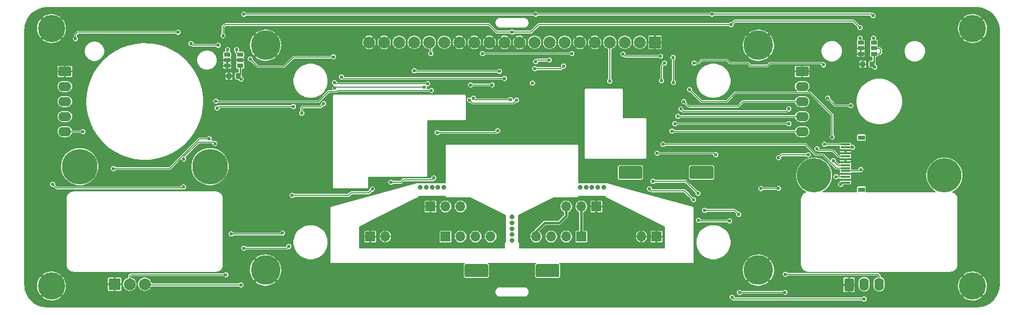
<source format=gbr>
%TF.GenerationSoftware,KiCad,Pcbnew,5.1.9-73d0e3b20d~88~ubuntu18.04.1*%
%TF.CreationDate,2020-12-31T14:23:56+01:00*%
%TF.ProjectId,ss_frontpanel_inner_plate,73735f66-726f-46e7-9470-616e656c5f69,rev?*%
%TF.SameCoordinates,Original*%
%TF.FileFunction,Copper,L1,Top*%
%TF.FilePolarity,Positive*%
%FSLAX46Y46*%
G04 Gerber Fmt 4.6, Leading zero omitted, Abs format (unit mm)*
G04 Created by KiCad (PCBNEW 5.1.9-73d0e3b20d~88~ubuntu18.04.1) date 2020-12-31 14:23:56*
%MOMM*%
%LPD*%
G01*
G04 APERTURE LIST*
%TA.AperFunction,ComponentPad*%
%ADD10O,2.200000X1.600000*%
%TD*%
%TA.AperFunction,ComponentPad*%
%ADD11C,2.000000*%
%TD*%
%TA.AperFunction,ComponentPad*%
%ADD12C,6.000000*%
%TD*%
%TA.AperFunction,ComponentPad*%
%ADD13C,5.800000*%
%TD*%
%TA.AperFunction,ComponentPad*%
%ADD14O,1.600000X2.200000*%
%TD*%
%TA.AperFunction,ComponentPad*%
%ADD15C,5.000000*%
%TD*%
%TA.AperFunction,ComponentPad*%
%ADD16R,2.000000X2.000000*%
%TD*%
%TA.AperFunction,ComponentPad*%
%ADD17C,4.600000*%
%TD*%
%TA.AperFunction,WasherPad*%
%ADD18C,0.800000*%
%TD*%
%TA.AperFunction,ComponentPad*%
%ADD19O,1.700000X1.700000*%
%TD*%
%TA.AperFunction,ComponentPad*%
%ADD20R,1.700000X1.700000*%
%TD*%
%TA.AperFunction,SMDPad,CuDef*%
%ADD21R,1.200000X0.800000*%
%TD*%
%TA.AperFunction,SMDPad,CuDef*%
%ADD22R,1.600000X0.300000*%
%TD*%
%TA.AperFunction,SMDPad,CuDef*%
%ADD23R,1.060000X0.650000*%
%TD*%
%TA.AperFunction,ViaPad*%
%ADD24C,0.800000*%
%TD*%
%TA.AperFunction,ViaPad*%
%ADD25C,0.600000*%
%TD*%
%TA.AperFunction,Conductor*%
%ADD26C,0.200000*%
%TD*%
%TA.AperFunction,Conductor*%
%ADD27C,0.150000*%
%TD*%
%TA.AperFunction,Conductor*%
%ADD28C,0.250000*%
%TD*%
%TA.AperFunction,Conductor*%
%ADD29C,0.400000*%
%TD*%
%TA.AperFunction,Conductor*%
%ADD30C,0.127000*%
%TD*%
%TA.AperFunction,Conductor*%
%ADD31C,0.100000*%
%TD*%
G04 APERTURE END LIST*
D10*
%TO.P,ASM1,3*%
%TO.N,/Enc2_SW*%
X74500000Y-65000000D03*
%TO.P,ASM1,2*%
%TO.N,VDD_IO*%
X74500000Y-62460000D03*
%TO.P,ASM1,1*%
%TO.N,GND*%
%TA.AperFunction,ComponentPad*%
G36*
G01*
X75600000Y-59320000D02*
X75600000Y-60520000D01*
G75*
G02*
X75400000Y-60720000I-200000J0D01*
G01*
X73600000Y-60720000D01*
G75*
G02*
X73400000Y-60520000I0J200000D01*
G01*
X73400000Y-59320000D01*
G75*
G02*
X73600000Y-59120000I200000J0D01*
G01*
X75400000Y-59120000D01*
G75*
G02*
X75600000Y-59320000I0J-200000D01*
G01*
G37*
%TD.AperFunction*%
%TO.P,ASM1,5*%
%TO.N,/Enc2_A*%
X74500000Y-70080000D03*
%TO.P,ASM1,4*%
%TO.N,/Enc2_B*%
X74500000Y-67540000D03*
%TO.P,ASM1,6*%
%TO.N,GND*%
%TA.AperFunction,ComponentPad*%
G36*
G01*
X83920000Y-95090000D02*
X83920000Y-96690000D01*
G75*
G02*
X83720000Y-96890000I-200000J0D01*
G01*
X82120000Y-96890000D01*
G75*
G02*
X81920000Y-96690000I0J200000D01*
G01*
X81920000Y-95090000D01*
G75*
G02*
X82120000Y-94890000I200000J0D01*
G01*
X83720000Y-94890000D01*
G75*
G02*
X83920000Y-95090000I0J-200000D01*
G01*
G37*
%TD.AperFunction*%
D11*
%TO.P,ASM1,7*%
%TO.N,/PB_1A*%
X85460000Y-95890000D03*
%TO.P,ASM1,8*%
%TO.N,/PB_1B*%
X88000000Y-95890000D03*
D12*
%TO.P,ASM1,*%
%TO.N,*%
X77000000Y-76000000D03*
X99000000Y-76000000D03*
%TD*%
D13*
%TO.P,ASM2,*%
%TO.N,*%
X223000000Y-77500000D03*
D10*
%TO.P,ASM2,3*%
%TO.N,/ENC_SWn*%
X199000000Y-65000000D03*
%TO.P,ASM2,2*%
%TO.N,VDD_IO*%
X199000000Y-62460000D03*
%TO.P,ASM2,1*%
%TO.N,GND*%
%TA.AperFunction,ComponentPad*%
G36*
G01*
X200100000Y-59320000D02*
X200100000Y-60520000D01*
G75*
G02*
X199900000Y-60720000I-200000J0D01*
G01*
X198100000Y-60720000D01*
G75*
G02*
X197900000Y-60520000I0J200000D01*
G01*
X197900000Y-59320000D01*
G75*
G02*
X198100000Y-59120000I200000J0D01*
G01*
X199900000Y-59120000D01*
G75*
G02*
X200100000Y-59320000I0J-200000D01*
G01*
G37*
%TD.AperFunction*%
%TO.P,ASM2,4*%
%TO.N,/ENC_B*%
X199000000Y-67540000D03*
%TO.P,ASM2,5*%
%TO.N,/ENC_A*%
X199000000Y-70080000D03*
D13*
%TO.P,ASM2,*%
%TO.N,*%
X201000000Y-77500000D03*
D14*
%TO.P,ASM2,8*%
%TO.N,/PB_2B*%
X212000000Y-95890000D03*
%TO.P,ASM2,7*%
%TO.N,/PB_2A*%
X209460000Y-95890000D03*
%TO.P,ASM2,6*%
%TO.N,GND*%
%TA.AperFunction,ComponentPad*%
G36*
G01*
X207720000Y-95100000D02*
X207720000Y-96900000D01*
G75*
G02*
X207520000Y-97100000I-200000J0D01*
G01*
X206320000Y-97100000D01*
G75*
G02*
X206120000Y-96900000I0J200000D01*
G01*
X206120000Y-95100000D01*
G75*
G02*
X206320000Y-94900000I200000J0D01*
G01*
X207520000Y-94900000D01*
G75*
G02*
X207720000Y-95100000I0J-200000D01*
G01*
G37*
%TD.AperFunction*%
%TD*%
D15*
%TO.P,OLED1,21*%
%TO.N,GND*%
X191600000Y-55500000D03*
X191600000Y-93500000D03*
X108400000Y-93500000D03*
X108400000Y-55500000D03*
D11*
%TO.P,OLED1,20*%
X125870000Y-55000000D03*
%TO.P,OLED1,19*%
X128410000Y-55000000D03*
%TO.P,OLED1,18*%
%TO.N,Net-(OLED1-Pad18)*%
X130950000Y-55000000D03*
%TO.P,OLED1,17*%
%TO.N,/~CSn~*%
X133490000Y-55000000D03*
%TO.P,OLED1,16*%
%TO.N,/~RESn~*%
X136030000Y-55000000D03*
%TO.P,OLED1,15*%
%TO.N,Net-(OLED1-Pad15)*%
X138570000Y-55000000D03*
%TO.P,OLED1,14*%
%TO.N,GND*%
X141110000Y-55000000D03*
%TO.P,OLED1,13*%
X143650000Y-55000000D03*
%TO.P,OLED1,12*%
X146190000Y-55000000D03*
%TO.P,OLED1,11*%
X148730000Y-55000000D03*
%TO.P,OLED1,10*%
X151270000Y-55000000D03*
%TO.P,OLED1,9*%
%TO.N,Net-(OLED1-Pad9)*%
X153810000Y-55000000D03*
%TO.P,OLED1,8*%
%TO.N,/MOSI*%
X156350000Y-55000000D03*
%TO.P,OLED1,7*%
%TO.N,/SCK*%
X158890000Y-55000000D03*
%TO.P,OLED1,6*%
%TO.N,GND*%
X161430000Y-55000000D03*
%TO.P,OLED1,5*%
X163970000Y-55000000D03*
%TO.P,OLED1,4*%
%TO.N,/D~Cn~*%
X166510000Y-55000000D03*
%TO.P,OLED1,3*%
%TO.N,Net-(OLED1-Pad3)*%
X169050000Y-55000000D03*
%TO.P,OLED1,2*%
%TO.N,VDD_IO*%
X171590000Y-55000000D03*
D16*
%TO.P,OLED1,1*%
%TO.N,GND*%
X174130000Y-55000000D03*
%TD*%
D17*
%TO.P,H4,1*%
%TO.N,GND*%
X72250000Y-52670000D03*
%TD*%
%TO.P,H3,1*%
%TO.N,GND*%
X227750000Y-52670000D03*
%TD*%
%TO.P,H2,1*%
%TO.N,GND*%
X227750000Y-96200000D03*
%TD*%
%TO.P,H1,1*%
%TO.N,GND*%
X72250000Y-96200000D03*
%TD*%
D18*
%TO.P,M3,*%
%TO.N,*%
X165500000Y-79500000D03*
X161500000Y-79500000D03*
X164500000Y-79500000D03*
X162500000Y-79500000D03*
X163500000Y-79500000D03*
%TD*%
%TO.P,M2,*%
%TO.N,*%
X150000000Y-84500000D03*
X150000000Y-88500000D03*
X150000000Y-85500000D03*
X150000000Y-87500000D03*
X150000000Y-86500000D03*
%TD*%
%TO.P,M1,*%
%TO.N,*%
X138500000Y-79500000D03*
X134500000Y-79500000D03*
X137500000Y-79500000D03*
X135500000Y-79500000D03*
X136500000Y-79500000D03*
%TD*%
%TO.P,M4,2*%
%TO.N,Net-(M4-Pad2)*%
%TA.AperFunction,ComponentPad*%
G36*
G01*
X158000000Y-92750800D02*
X158000000Y-94449200D01*
G75*
G02*
X157749200Y-94700000I-250800J0D01*
G01*
X154250800Y-94700000D01*
G75*
G02*
X154000000Y-94449200I0J250800D01*
G01*
X154000000Y-92750800D01*
G75*
G02*
X154250800Y-92500000I250800J0D01*
G01*
X157749200Y-92500000D01*
G75*
G02*
X158000000Y-92750800I0J-250800D01*
G01*
G37*
%TD.AperFunction*%
%TO.P,M4,1*%
%TO.N,Net-(M4-Pad1)*%
%TA.AperFunction,ComponentPad*%
G36*
G01*
X142000000Y-94449200D02*
X142000000Y-92750800D01*
G75*
G02*
X142250800Y-92500000I250800J0D01*
G01*
X145749200Y-92500000D01*
G75*
G02*
X146000000Y-92750800I0J-250800D01*
G01*
X146000000Y-94449200D01*
G75*
G02*
X145749200Y-94700000I-250800J0D01*
G01*
X142250800Y-94700000D01*
G75*
G02*
X142000000Y-94449200I0J250800D01*
G01*
G37*
%TD.AperFunction*%
%TD*%
%TO.P,M5,2*%
%TO.N,Net-(M5-Pad2)*%
%TA.AperFunction,ComponentPad*%
G36*
G01*
X184000000Y-76150800D02*
X184000000Y-77849200D01*
G75*
G02*
X183749200Y-78100000I-250800J0D01*
G01*
X180250800Y-78100000D01*
G75*
G02*
X180000000Y-77849200I0J250800D01*
G01*
X180000000Y-76150800D01*
G75*
G02*
X180250800Y-75900000I250800J0D01*
G01*
X183749200Y-75900000D01*
G75*
G02*
X184000000Y-76150800I0J-250800D01*
G01*
G37*
%TD.AperFunction*%
%TO.P,M5,1*%
%TO.N,Net-(M5-Pad1)*%
%TA.AperFunction,ComponentPad*%
G36*
G01*
X168000000Y-77849200D02*
X168000000Y-76150800D01*
G75*
G02*
X168250800Y-75900000I250800J0D01*
G01*
X171749200Y-75900000D01*
G75*
G02*
X172000000Y-76150800I0J-250800D01*
G01*
X172000000Y-77849200D01*
G75*
G02*
X171749200Y-78100000I-250800J0D01*
G01*
X168250800Y-78100000D01*
G75*
G02*
X168000000Y-77849200I0J250800D01*
G01*
G37*
%TD.AperFunction*%
%TD*%
D19*
%TO.P,J6,3*%
%TO.N,Net-(J5-Pad4)*%
X141320000Y-82760000D03*
%TO.P,J6,2*%
%TO.N,Net-(J5-Pad1)*%
X138780000Y-82760000D03*
D20*
%TO.P,J6,1*%
%TO.N,/BridgeAdapter 1/COM*%
X136240000Y-82760000D03*
%TD*%
D19*
%TO.P,J9,3*%
%TO.N,Net-(J8-Pad4)*%
X159160000Y-82760000D03*
%TO.P,J9,2*%
%TO.N,Net-(J8-Pad1)*%
X161700000Y-82760000D03*
D20*
%TO.P,J9,1*%
%TO.N,/BridgeAdapter 2/COM*%
X164240000Y-82760000D03*
%TD*%
D19*
%TO.P,J8,4*%
%TO.N,Net-(J8-Pad4)*%
X154080000Y-87840000D03*
%TO.P,J8,3*%
%TO.N,Net-(J8-Pad3)*%
X156620000Y-87840000D03*
%TO.P,J8,2*%
%TO.N,Net-(J8-Pad2)*%
X159160000Y-87840000D03*
D20*
%TO.P,J8,1*%
%TO.N,Net-(J8-Pad1)*%
X161700000Y-87840000D03*
%TD*%
D19*
%TO.P,J7,2*%
%TO.N,/BridgeAdapter 2/COM*%
X171860000Y-87840000D03*
D20*
%TO.P,J7,1*%
X174400000Y-87840000D03*
%TD*%
D19*
%TO.P,J5,4*%
%TO.N,Net-(J5-Pad4)*%
X146400000Y-87840000D03*
%TO.P,J5,3*%
%TO.N,Net-(J5-Pad3)*%
X143860000Y-87840000D03*
%TO.P,J5,2*%
%TO.N,Net-(J5-Pad2)*%
X141320000Y-87840000D03*
D20*
%TO.P,J5,1*%
%TO.N,Net-(J5-Pad1)*%
X138780000Y-87840000D03*
%TD*%
D19*
%TO.P,J4,2*%
%TO.N,/BridgeAdapter 1/COM*%
X128620000Y-87840000D03*
D20*
%TO.P,J4,1*%
X126080000Y-87840000D03*
%TD*%
D21*
%TO.P,J3,16*%
%TO.N,Net-(J3-Pad16)*%
X209000000Y-71100000D03*
%TO.P,J3,15*%
%TO.N,Net-(J3-Pad15)*%
X209000000Y-79900000D03*
D22*
%TO.P,J3,14*%
%TO.N,/~AUX_IRQn~*%
X206300000Y-72250000D03*
%TO.P,J3,13*%
%TO.N,VDD_IO*%
X206300000Y-72750000D03*
%TO.P,J3,12*%
%TO.N,GND*%
X206300000Y-73250000D03*
%TO.P,J3,11*%
X206300000Y-73750000D03*
%TO.P,J3,10*%
%TO.N,/~RESn~*%
X206300000Y-74250000D03*
%TO.P,J3,9*%
%TO.N,GND*%
X206300000Y-74750000D03*
%TO.P,J3,8*%
X206300000Y-75250000D03*
%TO.P,J3,7*%
%TO.N,/AUX_BOOT0*%
X206300000Y-75750000D03*
%TO.P,J3,6*%
%TO.N,/AUX_TX*%
X206300000Y-76250000D03*
%TO.P,J3,5*%
%TO.N,/AUX_RX*%
X206300000Y-76750000D03*
%TO.P,J3,4*%
%TO.N,GND*%
X206300000Y-77250000D03*
%TO.P,J3,3*%
%TO.N,/HWID_0_i*%
X206300000Y-77750000D03*
%TO.P,J3,2*%
%TO.N,GND*%
X206300000Y-78250000D03*
%TO.P,J3,1*%
%TO.N,VDD_IO*%
X206300000Y-78750000D03*
%TD*%
D23*
%TO.P,U2,5*%
%TO.N,VDD_IO*%
X211100000Y-56000000D03*
%TO.P,U2,6*%
%TO.N,/SDA*%
X211100000Y-55050000D03*
%TO.P,U2,4*%
%TO.N,VDD_IO*%
X211100000Y-56950000D03*
%TO.P,U2,3*%
%TO.N,GND*%
X208900000Y-56950000D03*
%TO.P,U2,2*%
X208900000Y-56000000D03*
%TO.P,U2,1*%
%TO.N,/SCL*%
X208900000Y-55050000D03*
%TD*%
%TO.P,U1,5*%
%TO.N,GND*%
X104100000Y-58000000D03*
%TO.P,U1,6*%
%TO.N,/SDA*%
X104100000Y-57050000D03*
%TO.P,U1,4*%
%TO.N,VDD_IO*%
X104100000Y-58950000D03*
%TO.P,U1,3*%
%TO.N,GND*%
X101900000Y-58950000D03*
%TO.P,U1,2*%
X101900000Y-58000000D03*
%TO.P,U1,1*%
%TO.N,/SCL*%
X101900000Y-57050000D03*
%TD*%
%TO.P,C9,2*%
%TO.N,GND*%
%TA.AperFunction,SMDPad,CuDef*%
G36*
G01*
X209650000Y-58443750D02*
X209650000Y-58956250D01*
G75*
G02*
X209431250Y-59175000I-218750J0D01*
G01*
X208993750Y-59175000D01*
G75*
G02*
X208775000Y-58956250I0J218750D01*
G01*
X208775000Y-58443750D01*
G75*
G02*
X208993750Y-58225000I218750J0D01*
G01*
X209431250Y-58225000D01*
G75*
G02*
X209650000Y-58443750I0J-218750D01*
G01*
G37*
%TD.AperFunction*%
%TO.P,C9,1*%
%TO.N,VDD_IO*%
%TA.AperFunction,SMDPad,CuDef*%
G36*
G01*
X211225000Y-58443750D02*
X211225000Y-58956250D01*
G75*
G02*
X211006250Y-59175000I-218750J0D01*
G01*
X210568750Y-59175000D01*
G75*
G02*
X210350000Y-58956250I0J218750D01*
G01*
X210350000Y-58443750D01*
G75*
G02*
X210568750Y-58225000I218750J0D01*
G01*
X211006250Y-58225000D01*
G75*
G02*
X211225000Y-58443750I0J-218750D01*
G01*
G37*
%TD.AperFunction*%
%TD*%
%TO.P,C8,2*%
%TO.N,GND*%
%TA.AperFunction,SMDPad,CuDef*%
G36*
G01*
X102650000Y-60443750D02*
X102650000Y-60956250D01*
G75*
G02*
X102431250Y-61175000I-218750J0D01*
G01*
X101993750Y-61175000D01*
G75*
G02*
X101775000Y-60956250I0J218750D01*
G01*
X101775000Y-60443750D01*
G75*
G02*
X101993750Y-60225000I218750J0D01*
G01*
X102431250Y-60225000D01*
G75*
G02*
X102650000Y-60443750I0J-218750D01*
G01*
G37*
%TD.AperFunction*%
%TO.P,C8,1*%
%TO.N,VDD_IO*%
%TA.AperFunction,SMDPad,CuDef*%
G36*
G01*
X104225000Y-60443750D02*
X104225000Y-60956250D01*
G75*
G02*
X104006250Y-61175000I-218750J0D01*
G01*
X103568750Y-61175000D01*
G75*
G02*
X103350000Y-60956250I0J218750D01*
G01*
X103350000Y-60443750D01*
G75*
G02*
X103568750Y-60225000I218750J0D01*
G01*
X104006250Y-60225000D01*
G75*
G02*
X104225000Y-60443750I0J-218750D01*
G01*
G37*
%TD.AperFunction*%
%TD*%
D24*
%TO.N,GND*%
X146199994Y-58600000D03*
D25*
X193750000Y-76000000D03*
X191750000Y-76000000D03*
X188250000Y-52550010D03*
X103750000Y-53000000D03*
X98750000Y-53300000D03*
X189800000Y-77000000D03*
X188750000Y-74750000D03*
X188750000Y-74000000D03*
X188163909Y-77013909D03*
X173400000Y-59850000D03*
X174650000Y-59850000D03*
X173517501Y-61582499D03*
X152300000Y-61428768D03*
X152200000Y-64100000D03*
X156800000Y-60500000D03*
X128500000Y-58000000D03*
X128500000Y-57000000D03*
X147256698Y-61759061D03*
X147150000Y-63950000D03*
%TO.N,/PB_1A*%
X102600000Y-87400000D03*
X101700000Y-94300000D03*
X111250000Y-87250000D03*
X143000000Y-62200000D03*
X146650000Y-62199990D03*
X135750000Y-62000011D03*
X120035411Y-61829177D03*
X114500000Y-67000000D03*
X118200000Y-65350000D03*
%TO.N,/PB_1B*%
X112875000Y-80875000D03*
X112325002Y-89500000D03*
X129550000Y-78650000D03*
X136800000Y-77925000D03*
X137375000Y-70250000D03*
X147600000Y-69950000D03*
X126425000Y-79800000D03*
X104250000Y-96000000D03*
X104700000Y-89800000D03*
%TO.N,/PB_2A*%
X209450000Y-98400000D03*
X187150000Y-98100000D03*
X186750000Y-85200000D03*
X181500000Y-85100000D03*
X180650000Y-81600000D03*
X173219671Y-79780348D03*
%TO.N,/PB_2B*%
X196150000Y-94200000D03*
X196100000Y-97250000D03*
X188400000Y-97300000D03*
X181400000Y-80550000D03*
X182499996Y-83400000D03*
X188300000Y-84100000D03*
X173800000Y-78500000D03*
%TO.N,/ENC_A*%
X177000002Y-70000000D03*
%TO.N,/ENC_B*%
X178000000Y-67500000D03*
%TO.N,VDD_IO*%
X207500000Y-72750000D03*
X205500000Y-79000000D03*
X104250000Y-61200000D03*
X211250000Y-59200000D03*
%TO.N,/ENC_SWn*%
X179000006Y-65000000D03*
%TO.N,/HWID_0*%
X174500000Y-73750000D03*
X184400000Y-74000000D03*
%TO.N,/AUX_BOOT0*%
X180000000Y-63000000D03*
X204250000Y-75000014D03*
X204050000Y-71000000D03*
%TO.N,/~AUX_IRQn~*%
X178500000Y-66250000D03*
X196749962Y-66250000D03*
X202750000Y-72250000D03*
%TO.N,/AUX_TX*%
X175500000Y-72250000D03*
%TO.N,/AUX_RX*%
X208900000Y-76500000D03*
X207200000Y-65700000D03*
X180750000Y-58500000D03*
X175250000Y-61500000D03*
X203300000Y-64400000D03*
X202600000Y-58800000D03*
X175750006Y-58500006D03*
%TO.N,/~RESn~*%
X168750000Y-57000000D03*
X177200000Y-57550000D03*
X175100000Y-57350000D03*
X160100000Y-56900012D03*
X177249999Y-61767155D03*
X177500000Y-68750000D03*
X196749982Y-68750000D03*
X201500000Y-73000000D03*
X145000008Y-56900012D03*
X136300000Y-56900000D03*
%TO.N,/~CSn~*%
X147899994Y-59899994D03*
X133500000Y-59800000D03*
%TO.N,/D~Cn~*%
X166500000Y-61550000D03*
X153450002Y-61900000D03*
%TO.N,/MOSI*%
X156300000Y-58000000D03*
X153999989Y-58250011D03*
%TO.N,/SCK*%
X158700000Y-59000000D03*
X153835183Y-59442649D03*
%TO.N,/SCL*%
X208750000Y-54300000D03*
X208750000Y-52500000D03*
X187000000Y-52000000D03*
X102000000Y-56250000D03*
X150000004Y-53249996D03*
X101199999Y-53900000D03*
%TO.N,/SDA*%
X211050000Y-54300000D03*
X104727645Y-50250000D03*
X154000000Y-50250000D03*
X183750010Y-50250000D03*
X210950000Y-50500000D03*
X103500000Y-56249996D03*
%TO.N,/HWID_0_i*%
X195000000Y-79700000D03*
X192000000Y-79712500D03*
X204700004Y-77700000D03*
X200000000Y-74000000D03*
X195000000Y-74500000D03*
%TO.N,/Enc2_SW*%
X148750000Y-61100000D03*
X105800000Y-57800000D03*
X76300000Y-54400000D03*
X119850000Y-57450000D03*
X121200000Y-60850000D03*
X100400000Y-55500000D03*
X95800000Y-55199996D03*
X93600000Y-53300008D03*
%TO.N,/Enc2_B*%
X149750004Y-64700000D03*
X135200000Y-62600010D03*
X120063916Y-62774990D03*
X113100000Y-65850000D03*
X99850000Y-72100000D03*
X72450002Y-79000000D03*
X94550000Y-79450000D03*
X94571232Y-74721232D03*
X143483877Y-64442055D03*
X100200000Y-66100000D03*
%TO.N,/Enc2_A*%
X136400000Y-63125010D03*
X77550000Y-70100000D03*
X82700000Y-76350000D03*
X150750000Y-64750000D03*
X100000000Y-64950000D03*
X98900000Y-71300000D03*
X142800000Y-64750000D03*
%TD*%
D26*
%TO.N,/PB_1A*%
X85450000Y-95880000D02*
X85460000Y-95890000D01*
X101700000Y-94300000D02*
X85625000Y-94300000D01*
X85450000Y-94475000D02*
X85450000Y-95880000D01*
X85625000Y-94300000D02*
X85450000Y-94475000D01*
X111100000Y-87400000D02*
X102600000Y-87400000D01*
X111250000Y-87250000D02*
X111100000Y-87400000D01*
X143000000Y-62200000D02*
X146649990Y-62200000D01*
X146650000Y-62199990D02*
X146649990Y-62200000D01*
X135750000Y-62000011D02*
X120206245Y-62000011D01*
X120206245Y-62000011D02*
X120035411Y-61829177D01*
X117650000Y-65900000D02*
X118200000Y-65350000D01*
X114700000Y-65900000D02*
X117650000Y-65900000D01*
X114500000Y-67000000D02*
X114500000Y-66100000D01*
X114500000Y-66100000D02*
X114700000Y-65900000D01*
%TO.N,/PB_1B*%
X147300000Y-70250000D02*
X147600000Y-69950000D01*
X137375000Y-70250000D02*
X147300000Y-70250000D01*
X136650000Y-78075000D02*
X136800000Y-77925000D01*
X136650000Y-78225000D02*
X136650000Y-78075000D01*
X131675000Y-78225000D02*
X136650000Y-78225000D01*
X129550000Y-78650000D02*
X131250000Y-78650000D01*
X131250000Y-78650000D02*
X131675000Y-78225000D01*
X125775000Y-80450000D02*
X122825000Y-80450000D01*
X112875000Y-80875000D02*
X122400000Y-80875000D01*
X122825000Y-80450000D02*
X122400000Y-80875000D01*
X125775000Y-80450000D02*
X126425000Y-79800000D01*
X88110000Y-96000000D02*
X88000000Y-95890000D01*
X104250000Y-96000000D02*
X88110000Y-96000000D01*
X112025002Y-89800000D02*
X112325002Y-89500000D01*
X104700000Y-89800000D02*
X112025002Y-89800000D01*
%TO.N,/PB_2A*%
X187450000Y-98400000D02*
X187150000Y-98100000D01*
X209450000Y-98400000D02*
X187450000Y-98400000D01*
X186750000Y-85200000D02*
X181600000Y-85200000D01*
X181600000Y-85200000D02*
X181500000Y-85100000D01*
X179130347Y-80080347D02*
X173519670Y-80080347D01*
X173519670Y-80080347D02*
X173219671Y-79780348D01*
X180650000Y-81600000D02*
X179130347Y-80080347D01*
%TO.N,/PB_2B*%
X212000000Y-95890000D02*
X212000000Y-94450000D01*
X212000000Y-94450000D02*
X211750000Y-94200000D01*
X211750000Y-94200000D02*
X207800000Y-94200000D01*
X207800000Y-94200000D02*
X203950000Y-94200000D01*
X203950000Y-94200000D02*
X196150000Y-94200000D01*
X196100000Y-97250000D02*
X188450000Y-97250000D01*
X188450000Y-97250000D02*
X188400000Y-97300000D01*
X182499996Y-83400000D02*
X187600000Y-83400000D01*
X187600000Y-83400000D02*
X188300000Y-84100000D01*
X181400000Y-80550000D02*
X179350000Y-78500000D01*
X179350000Y-78500000D02*
X173800000Y-78500000D01*
D27*
%TO.N,/ENC_A*%
X199000000Y-70080000D02*
X177080002Y-70080000D01*
X177080002Y-70080000D02*
X177000002Y-70000000D01*
%TO.N,/ENC_B*%
X178040000Y-67540000D02*
X178000000Y-67500000D01*
X199000000Y-67540000D02*
X178040000Y-67540000D01*
D28*
%TO.N,VDD_IO*%
X206300000Y-72750000D02*
X207500000Y-72750000D01*
X206300000Y-78750000D02*
X206250000Y-78750000D01*
X206300000Y-78750000D02*
X205750000Y-78750000D01*
X205750000Y-78750000D02*
X205500000Y-79000000D01*
D26*
X211100000Y-56000000D02*
X212000000Y-56000000D01*
X212000000Y-56000000D02*
X212250000Y-56250000D01*
X212250000Y-56250000D02*
X212250000Y-56750000D01*
X212050000Y-56950000D02*
X211100000Y-56950000D01*
X212250000Y-56750000D02*
X212050000Y-56950000D01*
D28*
X103787500Y-60737500D02*
X104250000Y-61200000D01*
X210800000Y-58750000D02*
X211250000Y-59200000D01*
X211100000Y-56950000D02*
X211100000Y-58387500D01*
X210800000Y-58687500D02*
X210800000Y-58750000D01*
X211100000Y-58387500D02*
X210800000Y-58687500D01*
X104100000Y-58950000D02*
X104100000Y-60425000D01*
X104100000Y-60425000D02*
X103787500Y-60737500D01*
D27*
%TO.N,/ENC_SWn*%
X179800006Y-65800000D02*
X179000006Y-65000000D01*
X188200000Y-65800000D02*
X179800006Y-65800000D01*
X199000000Y-65000000D02*
X189000000Y-65000000D01*
X189000000Y-65000000D02*
X188200000Y-65800000D01*
%TO.N,/HWID_0*%
X184150000Y-73750000D02*
X184400000Y-74000000D01*
X174500000Y-73750000D02*
X184150000Y-73750000D01*
%TO.N,/AUX_BOOT0*%
X204999986Y-75750000D02*
X204250000Y-75000014D01*
X206300000Y-75750000D02*
X204999986Y-75750000D01*
X200300000Y-63500000D02*
X204050000Y-67250000D01*
X187750000Y-63500000D02*
X200300000Y-63500000D01*
X186250000Y-65000000D02*
X187750000Y-63500000D01*
X204050000Y-67250000D02*
X204050000Y-71000000D01*
X180000000Y-63000000D02*
X182000000Y-65000000D01*
X182000000Y-65000000D02*
X186250000Y-65000000D01*
%TO.N,/~AUX_IRQn~*%
X206300000Y-72250000D02*
X202750000Y-72250000D01*
X196299962Y-66700000D02*
X196749962Y-66250000D01*
X178500000Y-66250000D02*
X178950000Y-66700000D01*
X178950000Y-66700000D02*
X196299962Y-66700000D01*
%TO.N,/AUX_TX*%
X199550000Y-72250000D02*
X175500000Y-72250000D01*
X201300000Y-74000000D02*
X199550000Y-72250000D01*
X202500000Y-74000000D02*
X201300000Y-74000000D01*
X206300000Y-76250000D02*
X204750000Y-76250000D01*
X204750000Y-76250000D02*
X202500000Y-74000000D01*
%TO.N,/AUX_RX*%
X206300000Y-76750000D02*
X208650000Y-76750000D01*
X208650000Y-76750000D02*
X208900000Y-76500000D01*
X204600000Y-65700000D02*
X203300000Y-64400000D01*
X207200000Y-65700000D02*
X204600000Y-65700000D01*
X202300000Y-58500000D02*
X202600000Y-58800000D01*
X193100000Y-59000000D02*
X193600000Y-58500000D01*
X193600000Y-58500000D02*
X202300000Y-58500000D01*
X190300000Y-59000000D02*
X193100000Y-59000000D01*
X180750000Y-58500000D02*
X181450000Y-58500000D01*
X181450000Y-58500000D02*
X181950000Y-58000000D01*
X186300000Y-58000000D02*
X186800000Y-58500000D01*
X186800000Y-58500000D02*
X189800000Y-58500000D01*
X181950000Y-58000000D02*
X186300000Y-58000000D01*
X189800000Y-58500000D02*
X190300000Y-59000000D01*
X175250000Y-59000012D02*
X175750006Y-58500006D01*
X175250000Y-61500000D02*
X175250000Y-59000012D01*
%TO.N,/~RESn~*%
X175100000Y-57350000D02*
X169100000Y-57350000D01*
X169100000Y-57350000D02*
X168750000Y-57000000D01*
X177249999Y-57599999D02*
X177200000Y-57550000D01*
X177249999Y-61767155D02*
X177249999Y-57599999D01*
X177500000Y-68750000D02*
X196749982Y-68750000D01*
X201750000Y-73250000D02*
X201500000Y-73000000D01*
X204100000Y-73250000D02*
X201750000Y-73250000D01*
X206300000Y-74250000D02*
X205100000Y-74250000D01*
X205100000Y-74250000D02*
X204100000Y-73250000D01*
X159675736Y-56900012D02*
X145000008Y-56900012D01*
X160100000Y-56900012D02*
X159675736Y-56900012D01*
X136300000Y-55270000D02*
X136030000Y-55000000D01*
X136300000Y-56900000D02*
X136300000Y-55270000D01*
D26*
%TO.N,/~CSn~*%
X147899994Y-59899994D02*
X133599994Y-59899994D01*
X133599994Y-59899994D02*
X133500000Y-59800000D01*
%TO.N,/D~Cn~*%
X166500000Y-55010000D02*
X166500000Y-61550000D01*
%TO.N,/MOSI*%
X156300000Y-58000000D02*
X154250000Y-58000000D01*
X154250000Y-58000000D02*
X153999989Y-58250011D01*
%TO.N,/SCK*%
X158700000Y-59000000D02*
X158257351Y-59442649D01*
X158257351Y-59442649D02*
X153835183Y-59442649D01*
%TO.N,/SCL*%
X208900000Y-55050000D02*
X208900000Y-54450000D01*
X208900000Y-54450000D02*
X208750000Y-54300000D01*
X101900000Y-56350000D02*
X102000000Y-56250000D01*
X101900000Y-57050000D02*
X101900000Y-56350000D01*
X153250004Y-53249996D02*
X150000004Y-53249996D01*
X187000000Y-52000000D02*
X154500000Y-52000000D01*
X154500000Y-52000000D02*
X153250004Y-53249996D01*
X207650000Y-51400000D02*
X208750000Y-52500000D01*
X187000000Y-52000000D02*
X187600000Y-51400000D01*
X187600000Y-51400000D02*
X207650000Y-51400000D01*
X101600000Y-52000000D02*
X101199999Y-52400001D01*
X146125000Y-52000000D02*
X101600000Y-52000000D01*
X150000004Y-53249996D02*
X147374996Y-53249996D01*
X101199999Y-52400001D02*
X101199999Y-53900000D01*
X147374996Y-53249996D02*
X146125000Y-52000000D01*
%TO.N,/SDA*%
X211100000Y-55050000D02*
X211100000Y-54350000D01*
X211100000Y-54350000D02*
X211050000Y-54300000D01*
X104727645Y-50250000D02*
X154000000Y-50250000D01*
X154000000Y-50250000D02*
X183750010Y-50250000D01*
X210650000Y-50200000D02*
X210950000Y-50500000D01*
X183750010Y-50250000D02*
X183800010Y-50200000D01*
X183800010Y-50200000D02*
X210650000Y-50200000D01*
X103500000Y-56700000D02*
X103500000Y-56249996D01*
X104100000Y-57050000D02*
X103850000Y-57050000D01*
X103850000Y-57050000D02*
X103500000Y-56700000D01*
%TO.N,/HWID_0_i*%
X192012500Y-79700000D02*
X192000000Y-79712500D01*
X195000000Y-79700000D02*
X192012500Y-79700000D01*
X200000000Y-74000000D02*
X195500000Y-74000000D01*
X195500000Y-74000000D02*
X195000000Y-74500000D01*
X204750004Y-77750000D02*
X204700004Y-77700000D01*
X206300000Y-77750000D02*
X204750004Y-77750000D01*
D29*
%TO.N,Net-(J8-Pad4)*%
X158000000Y-85500000D02*
X159160000Y-84340000D01*
X155500000Y-85500000D02*
X158000000Y-85500000D01*
X159160000Y-84340000D02*
X159160000Y-82760000D01*
X154080000Y-87840000D02*
X154080000Y-86920000D01*
X154080000Y-86920000D02*
X155500000Y-85500000D01*
%TO.N,Net-(J8-Pad1)*%
X161700000Y-87840000D02*
X161700000Y-82760000D01*
D27*
%TO.N,/Enc2_SW*%
X119800000Y-57500000D02*
X113100000Y-57500000D01*
X119850000Y-57450000D02*
X119800000Y-57500000D01*
X113100000Y-57500000D02*
X111500000Y-59100000D01*
X111500000Y-59100000D02*
X107100000Y-59100000D01*
X107100000Y-59100000D02*
X105800000Y-57800000D01*
X121450000Y-61100000D02*
X121200000Y-60850000D01*
X148750000Y-61100000D02*
X121450000Y-61100000D01*
X96100004Y-55500000D02*
X95800000Y-55199996D01*
X100400000Y-55500000D02*
X96100004Y-55500000D01*
X76700000Y-53300000D02*
X93599992Y-53300000D01*
X76300000Y-54400000D02*
X76300000Y-53700000D01*
X93599992Y-53300000D02*
X93600000Y-53300008D01*
X76300000Y-53700000D02*
X76700000Y-53300000D01*
%TO.N,/Enc2_B*%
X135200000Y-62600010D02*
X120238896Y-62600010D01*
X120238896Y-62600010D02*
X120063916Y-62774990D01*
X72450002Y-79000000D02*
X73050002Y-79600000D01*
X73050002Y-79600000D02*
X73750000Y-79600000D01*
X73750000Y-79600000D02*
X94400000Y-79600000D01*
X94400000Y-79600000D02*
X94550000Y-79450000D01*
X143741822Y-64700000D02*
X143483877Y-64442055D01*
X149750004Y-64700000D02*
X143741822Y-64700000D01*
X100450000Y-65850000D02*
X100200000Y-66100000D01*
X113100000Y-65850000D02*
X100450000Y-65850000D01*
X99600000Y-71850000D02*
X99850000Y-72100000D01*
X94571232Y-74721232D02*
X94571232Y-74378768D01*
X97100000Y-71850000D02*
X99600000Y-71850000D01*
X94571232Y-74378768D02*
X97100000Y-71850000D01*
%TO.N,/Enc2_A*%
X77550000Y-70100000D02*
X74520000Y-70100000D01*
X74520000Y-70100000D02*
X74500000Y-70080000D01*
X100050000Y-65000000D02*
X100000000Y-64950000D01*
X117325010Y-65024990D02*
X100074990Y-65024990D01*
X119050000Y-63300000D02*
X117325010Y-65024990D01*
X100074990Y-65024990D02*
X100000000Y-64950000D01*
X120350000Y-63300000D02*
X119050000Y-63300000D01*
X136400000Y-63125010D02*
X120524990Y-63125010D01*
X120524990Y-63125010D02*
X120350000Y-63300000D01*
X97225721Y-71300000D02*
X98900000Y-71300000D01*
X92175721Y-76350000D02*
X97225721Y-71300000D01*
X82700000Y-76350000D02*
X92175721Y-76350000D01*
X143325001Y-65275001D02*
X142800000Y-64750000D01*
X150750000Y-64750000D02*
X150224999Y-65275001D01*
X150224999Y-65275001D02*
X143325001Y-65275001D01*
%TD*%
D30*
%TO.N,/BridgeAdapter 2/COM*%
X165735462Y-81070110D02*
X165739281Y-81086906D01*
X165743261Y-81095821D01*
X165746097Y-81105169D01*
X165754222Y-81120371D01*
X165761245Y-81136100D01*
X165766887Y-81144065D01*
X165771493Y-81152683D01*
X165782432Y-81166012D01*
X165792385Y-81180064D01*
X165799471Y-81186774D01*
X165805671Y-81194329D01*
X165818999Y-81205267D01*
X165831503Y-81217108D01*
X165839763Y-81222307D01*
X165847317Y-81228507D01*
X165862525Y-81236636D01*
X165865674Y-81238618D01*
X165874341Y-81242952D01*
X165894830Y-81253903D01*
X165898425Y-81254994D01*
X175726501Y-86169032D01*
X175726500Y-89726500D01*
X151273500Y-89726500D01*
X151273500Y-89013432D01*
X151274823Y-89000000D01*
X151269542Y-88946385D01*
X151253903Y-88894830D01*
X151228507Y-88847317D01*
X151194329Y-88805671D01*
X151152683Y-88771493D01*
X151105170Y-88746097D01*
X151063500Y-88733457D01*
X151063500Y-87735254D01*
X153016500Y-87735254D01*
X153016500Y-87944746D01*
X153057370Y-88150212D01*
X153137538Y-88343756D01*
X153253925Y-88517942D01*
X153402058Y-88666075D01*
X153576244Y-88782462D01*
X153769788Y-88862630D01*
X153975254Y-88903500D01*
X154184746Y-88903500D01*
X154390212Y-88862630D01*
X154583756Y-88782462D01*
X154757942Y-88666075D01*
X154906075Y-88517942D01*
X155022462Y-88343756D01*
X155102630Y-88150212D01*
X155143500Y-87944746D01*
X155143500Y-87735254D01*
X155556500Y-87735254D01*
X155556500Y-87944746D01*
X155597370Y-88150212D01*
X155677538Y-88343756D01*
X155793925Y-88517942D01*
X155942058Y-88666075D01*
X156116244Y-88782462D01*
X156309788Y-88862630D01*
X156515254Y-88903500D01*
X156724746Y-88903500D01*
X156930212Y-88862630D01*
X157123756Y-88782462D01*
X157297942Y-88666075D01*
X157446075Y-88517942D01*
X157562462Y-88343756D01*
X157642630Y-88150212D01*
X157683500Y-87944746D01*
X157683500Y-87735254D01*
X158096500Y-87735254D01*
X158096500Y-87944746D01*
X158137370Y-88150212D01*
X158217538Y-88343756D01*
X158333925Y-88517942D01*
X158482058Y-88666075D01*
X158656244Y-88782462D01*
X158849788Y-88862630D01*
X159055254Y-88903500D01*
X159264746Y-88903500D01*
X159470212Y-88862630D01*
X159663756Y-88782462D01*
X159837942Y-88666075D01*
X159986075Y-88517942D01*
X160102462Y-88343756D01*
X160182630Y-88150212D01*
X160223500Y-87944746D01*
X160223500Y-87735254D01*
X160182630Y-87529788D01*
X160102462Y-87336244D01*
X159986075Y-87162058D01*
X159837942Y-87013925D01*
X159802136Y-86990000D01*
X160635467Y-86990000D01*
X160635467Y-88690000D01*
X160639589Y-88731853D01*
X160651797Y-88772098D01*
X160671622Y-88809188D01*
X160698302Y-88841698D01*
X160730812Y-88868378D01*
X160767902Y-88888203D01*
X160808147Y-88900411D01*
X160850000Y-88904533D01*
X162550000Y-88904533D01*
X162591853Y-88900411D01*
X162632098Y-88888203D01*
X162669188Y-88868378D01*
X162701698Y-88841698D01*
X162728378Y-88809188D01*
X162748203Y-88772098D01*
X162760411Y-88731853D01*
X162764533Y-88690000D01*
X162764533Y-88066833D01*
X170820968Y-88066833D01*
X170885186Y-88265180D01*
X170986865Y-88447187D01*
X171122098Y-88605860D01*
X171285688Y-88735102D01*
X171471349Y-88829946D01*
X171633168Y-88879028D01*
X171798500Y-88848251D01*
X171798500Y-87901500D01*
X171921500Y-87901500D01*
X171921500Y-88848251D01*
X172086832Y-88879028D01*
X172248651Y-88829946D01*
X172434312Y-88735102D01*
X172491400Y-88690000D01*
X173335467Y-88690000D01*
X173339589Y-88731853D01*
X173351797Y-88772098D01*
X173371622Y-88809188D01*
X173398302Y-88841698D01*
X173430812Y-88868378D01*
X173467902Y-88888203D01*
X173508147Y-88900411D01*
X173550000Y-88904533D01*
X174285125Y-88903500D01*
X174338500Y-88850125D01*
X174338500Y-87901500D01*
X174461500Y-87901500D01*
X174461500Y-88850125D01*
X174514875Y-88903500D01*
X175250000Y-88904533D01*
X175291853Y-88900411D01*
X175332098Y-88888203D01*
X175369188Y-88868378D01*
X175401698Y-88841698D01*
X175428378Y-88809188D01*
X175448203Y-88772098D01*
X175460411Y-88731853D01*
X175464533Y-88690000D01*
X175463500Y-87954875D01*
X175410125Y-87901500D01*
X174461500Y-87901500D01*
X174338500Y-87901500D01*
X173389875Y-87901500D01*
X173336500Y-87954875D01*
X173335467Y-88690000D01*
X172491400Y-88690000D01*
X172597902Y-88605860D01*
X172733135Y-88447187D01*
X172834814Y-88265180D01*
X172899032Y-88066833D01*
X172868349Y-87901500D01*
X171921500Y-87901500D01*
X171798500Y-87901500D01*
X170851651Y-87901500D01*
X170820968Y-88066833D01*
X162764533Y-88066833D01*
X162764533Y-87613167D01*
X170820968Y-87613167D01*
X170851651Y-87778500D01*
X171798500Y-87778500D01*
X171798500Y-86831749D01*
X171921500Y-86831749D01*
X171921500Y-87778500D01*
X172868349Y-87778500D01*
X172899032Y-87613167D01*
X172834814Y-87414820D01*
X172733135Y-87232813D01*
X172597902Y-87074140D01*
X172491401Y-86990000D01*
X173335467Y-86990000D01*
X173336500Y-87725125D01*
X173389875Y-87778500D01*
X174338500Y-87778500D01*
X174338500Y-86829875D01*
X174461500Y-86829875D01*
X174461500Y-87778500D01*
X175410125Y-87778500D01*
X175463500Y-87725125D01*
X175464533Y-86990000D01*
X175460411Y-86948147D01*
X175448203Y-86907902D01*
X175428378Y-86870812D01*
X175401698Y-86838302D01*
X175369188Y-86811622D01*
X175332098Y-86791797D01*
X175291853Y-86779589D01*
X175250000Y-86775467D01*
X174514875Y-86776500D01*
X174461500Y-86829875D01*
X174338500Y-86829875D01*
X174285125Y-86776500D01*
X173550000Y-86775467D01*
X173508147Y-86779589D01*
X173467902Y-86791797D01*
X173430812Y-86811622D01*
X173398302Y-86838302D01*
X173371622Y-86870812D01*
X173351797Y-86907902D01*
X173339589Y-86948147D01*
X173335467Y-86990000D01*
X172491401Y-86990000D01*
X172434312Y-86944898D01*
X172248651Y-86850054D01*
X172086832Y-86800972D01*
X171921500Y-86831749D01*
X171798500Y-86831749D01*
X171633168Y-86800972D01*
X171471349Y-86850054D01*
X171285688Y-86944898D01*
X171122098Y-87074140D01*
X170986865Y-87232813D01*
X170885186Y-87414820D01*
X170820968Y-87613167D01*
X162764533Y-87613167D01*
X162764533Y-86990000D01*
X162760411Y-86948147D01*
X162748203Y-86907902D01*
X162728378Y-86870812D01*
X162701698Y-86838302D01*
X162669188Y-86811622D01*
X162632098Y-86791797D01*
X162591853Y-86779589D01*
X162550000Y-86775467D01*
X162113500Y-86775467D01*
X162113500Y-83739847D01*
X162203756Y-83702462D01*
X162342135Y-83610000D01*
X163175467Y-83610000D01*
X163179589Y-83651853D01*
X163191797Y-83692098D01*
X163211622Y-83729188D01*
X163238302Y-83761698D01*
X163270812Y-83788378D01*
X163307902Y-83808203D01*
X163348147Y-83820411D01*
X163390000Y-83824533D01*
X164125125Y-83823500D01*
X164178500Y-83770125D01*
X164178500Y-82821500D01*
X164301500Y-82821500D01*
X164301500Y-83770125D01*
X164354875Y-83823500D01*
X165090000Y-83824533D01*
X165131853Y-83820411D01*
X165172098Y-83808203D01*
X165209188Y-83788378D01*
X165241698Y-83761698D01*
X165268378Y-83729188D01*
X165288203Y-83692098D01*
X165300411Y-83651853D01*
X165304533Y-83610000D01*
X165303500Y-82874875D01*
X165250125Y-82821500D01*
X164301500Y-82821500D01*
X164178500Y-82821500D01*
X163229875Y-82821500D01*
X163176500Y-82874875D01*
X163175467Y-83610000D01*
X162342135Y-83610000D01*
X162377942Y-83586075D01*
X162526075Y-83437942D01*
X162642462Y-83263756D01*
X162722630Y-83070212D01*
X162763500Y-82864746D01*
X162763500Y-82655254D01*
X162722630Y-82449788D01*
X162642462Y-82256244D01*
X162526075Y-82082058D01*
X162377942Y-81933925D01*
X162342136Y-81910000D01*
X163175467Y-81910000D01*
X163176500Y-82645125D01*
X163229875Y-82698500D01*
X164178500Y-82698500D01*
X164178500Y-81749875D01*
X164301500Y-81749875D01*
X164301500Y-82698500D01*
X165250125Y-82698500D01*
X165303500Y-82645125D01*
X165304533Y-81910000D01*
X165300411Y-81868147D01*
X165288203Y-81827902D01*
X165268378Y-81790812D01*
X165241698Y-81758302D01*
X165209188Y-81731622D01*
X165172098Y-81711797D01*
X165131853Y-81699589D01*
X165090000Y-81695467D01*
X164354875Y-81696500D01*
X164301500Y-81749875D01*
X164178500Y-81749875D01*
X164125125Y-81696500D01*
X163390000Y-81695467D01*
X163348147Y-81699589D01*
X163307902Y-81711797D01*
X163270812Y-81731622D01*
X163238302Y-81758302D01*
X163211622Y-81790812D01*
X163191797Y-81827902D01*
X163179589Y-81868147D01*
X163175467Y-81910000D01*
X162342136Y-81910000D01*
X162203756Y-81817538D01*
X162010212Y-81737370D01*
X161804746Y-81696500D01*
X161595254Y-81696500D01*
X161389788Y-81737370D01*
X161196244Y-81817538D01*
X161022058Y-81933925D01*
X160873925Y-82082058D01*
X160757538Y-82256244D01*
X160677370Y-82449788D01*
X160636500Y-82655254D01*
X160636500Y-82864746D01*
X160677370Y-83070212D01*
X160757538Y-83263756D01*
X160873925Y-83437942D01*
X161022058Y-83586075D01*
X161196244Y-83702462D01*
X161286501Y-83739847D01*
X161286500Y-86775467D01*
X160850000Y-86775467D01*
X160808147Y-86779589D01*
X160767902Y-86791797D01*
X160730812Y-86811622D01*
X160698302Y-86838302D01*
X160671622Y-86870812D01*
X160651797Y-86907902D01*
X160639589Y-86948147D01*
X160635467Y-86990000D01*
X159802136Y-86990000D01*
X159663756Y-86897538D01*
X159470212Y-86817370D01*
X159264746Y-86776500D01*
X159055254Y-86776500D01*
X158849788Y-86817370D01*
X158656244Y-86897538D01*
X158482058Y-87013925D01*
X158333925Y-87162058D01*
X158217538Y-87336244D01*
X158137370Y-87529788D01*
X158096500Y-87735254D01*
X157683500Y-87735254D01*
X157642630Y-87529788D01*
X157562462Y-87336244D01*
X157446075Y-87162058D01*
X157297942Y-87013925D01*
X157123756Y-86897538D01*
X156930212Y-86817370D01*
X156724746Y-86776500D01*
X156515254Y-86776500D01*
X156309788Y-86817370D01*
X156116244Y-86897538D01*
X155942058Y-87013925D01*
X155793925Y-87162058D01*
X155677538Y-87336244D01*
X155597370Y-87529788D01*
X155556500Y-87735254D01*
X155143500Y-87735254D01*
X155102630Y-87529788D01*
X155022462Y-87336244D01*
X154906075Y-87162058D01*
X154757942Y-87013925D01*
X154645790Y-86938987D01*
X155671277Y-85913500D01*
X157979694Y-85913500D01*
X158000000Y-85915500D01*
X158081060Y-85907516D01*
X158159005Y-85883872D01*
X158230839Y-85845476D01*
X158293803Y-85793803D01*
X158306750Y-85778027D01*
X159438028Y-84646749D01*
X159453803Y-84633803D01*
X159505476Y-84570839D01*
X159543872Y-84499005D01*
X159567516Y-84421060D01*
X159573500Y-84360306D01*
X159573500Y-84360305D01*
X159575500Y-84340000D01*
X159573500Y-84319694D01*
X159573500Y-83739847D01*
X159663756Y-83702462D01*
X159837942Y-83586075D01*
X159986075Y-83437942D01*
X160102462Y-83263756D01*
X160182630Y-83070212D01*
X160223500Y-82864746D01*
X160223500Y-82655254D01*
X160182630Y-82449788D01*
X160102462Y-82256244D01*
X159986075Y-82082058D01*
X159837942Y-81933925D01*
X159663756Y-81817538D01*
X159470212Y-81737370D01*
X159264746Y-81696500D01*
X159055254Y-81696500D01*
X158849788Y-81737370D01*
X158656244Y-81817538D01*
X158482058Y-81933925D01*
X158333925Y-82082058D01*
X158217538Y-82256244D01*
X158137370Y-82449788D01*
X158096500Y-82655254D01*
X158096500Y-82864746D01*
X158137370Y-83070212D01*
X158217538Y-83263756D01*
X158333925Y-83437942D01*
X158482058Y-83586075D01*
X158656244Y-83702462D01*
X158746500Y-83739847D01*
X158746500Y-84168723D01*
X157828723Y-85086500D01*
X155520305Y-85086500D01*
X155499999Y-85084500D01*
X155418939Y-85092484D01*
X155395295Y-85099657D01*
X155340995Y-85116128D01*
X155269161Y-85154524D01*
X155206197Y-85206197D01*
X155193250Y-85221973D01*
X153801968Y-86613255D01*
X153786198Y-86626197D01*
X153773256Y-86641967D01*
X153773253Y-86641970D01*
X153734525Y-86689161D01*
X153696128Y-86760996D01*
X153672484Y-86838940D01*
X153670560Y-86858471D01*
X153576244Y-86897538D01*
X153402058Y-87013925D01*
X153253925Y-87162058D01*
X153137538Y-87336244D01*
X153057370Y-87529788D01*
X153016500Y-87735254D01*
X151063500Y-87735254D01*
X151063500Y-84266615D01*
X151072588Y-84265063D01*
X151088676Y-84258906D01*
X151105170Y-84253903D01*
X151125659Y-84242952D01*
X157064564Y-81273500D01*
X160986569Y-81273500D01*
X161000000Y-81274823D01*
X161053615Y-81269542D01*
X161105170Y-81253903D01*
X161152683Y-81228507D01*
X161194329Y-81194329D01*
X161228507Y-81152683D01*
X161253903Y-81105170D01*
X161266543Y-81063500D01*
X165733457Y-81063500D01*
X165735462Y-81070110D01*
%TA.AperFunction,Conductor*%
D31*
G36*
X165735462Y-81070110D02*
G01*
X165739281Y-81086906D01*
X165743261Y-81095821D01*
X165746097Y-81105169D01*
X165754222Y-81120371D01*
X165761245Y-81136100D01*
X165766887Y-81144065D01*
X165771493Y-81152683D01*
X165782432Y-81166012D01*
X165792385Y-81180064D01*
X165799471Y-81186774D01*
X165805671Y-81194329D01*
X165818999Y-81205267D01*
X165831503Y-81217108D01*
X165839763Y-81222307D01*
X165847317Y-81228507D01*
X165862525Y-81236636D01*
X165865674Y-81238618D01*
X165874341Y-81242952D01*
X165894830Y-81253903D01*
X165898425Y-81254994D01*
X175726501Y-86169032D01*
X175726500Y-89726500D01*
X151273500Y-89726500D01*
X151273500Y-89013432D01*
X151274823Y-89000000D01*
X151269542Y-88946385D01*
X151253903Y-88894830D01*
X151228507Y-88847317D01*
X151194329Y-88805671D01*
X151152683Y-88771493D01*
X151105170Y-88746097D01*
X151063500Y-88733457D01*
X151063500Y-87735254D01*
X153016500Y-87735254D01*
X153016500Y-87944746D01*
X153057370Y-88150212D01*
X153137538Y-88343756D01*
X153253925Y-88517942D01*
X153402058Y-88666075D01*
X153576244Y-88782462D01*
X153769788Y-88862630D01*
X153975254Y-88903500D01*
X154184746Y-88903500D01*
X154390212Y-88862630D01*
X154583756Y-88782462D01*
X154757942Y-88666075D01*
X154906075Y-88517942D01*
X155022462Y-88343756D01*
X155102630Y-88150212D01*
X155143500Y-87944746D01*
X155143500Y-87735254D01*
X155556500Y-87735254D01*
X155556500Y-87944746D01*
X155597370Y-88150212D01*
X155677538Y-88343756D01*
X155793925Y-88517942D01*
X155942058Y-88666075D01*
X156116244Y-88782462D01*
X156309788Y-88862630D01*
X156515254Y-88903500D01*
X156724746Y-88903500D01*
X156930212Y-88862630D01*
X157123756Y-88782462D01*
X157297942Y-88666075D01*
X157446075Y-88517942D01*
X157562462Y-88343756D01*
X157642630Y-88150212D01*
X157683500Y-87944746D01*
X157683500Y-87735254D01*
X158096500Y-87735254D01*
X158096500Y-87944746D01*
X158137370Y-88150212D01*
X158217538Y-88343756D01*
X158333925Y-88517942D01*
X158482058Y-88666075D01*
X158656244Y-88782462D01*
X158849788Y-88862630D01*
X159055254Y-88903500D01*
X159264746Y-88903500D01*
X159470212Y-88862630D01*
X159663756Y-88782462D01*
X159837942Y-88666075D01*
X159986075Y-88517942D01*
X160102462Y-88343756D01*
X160182630Y-88150212D01*
X160223500Y-87944746D01*
X160223500Y-87735254D01*
X160182630Y-87529788D01*
X160102462Y-87336244D01*
X159986075Y-87162058D01*
X159837942Y-87013925D01*
X159802136Y-86990000D01*
X160635467Y-86990000D01*
X160635467Y-88690000D01*
X160639589Y-88731853D01*
X160651797Y-88772098D01*
X160671622Y-88809188D01*
X160698302Y-88841698D01*
X160730812Y-88868378D01*
X160767902Y-88888203D01*
X160808147Y-88900411D01*
X160850000Y-88904533D01*
X162550000Y-88904533D01*
X162591853Y-88900411D01*
X162632098Y-88888203D01*
X162669188Y-88868378D01*
X162701698Y-88841698D01*
X162728378Y-88809188D01*
X162748203Y-88772098D01*
X162760411Y-88731853D01*
X162764533Y-88690000D01*
X162764533Y-88066833D01*
X170820968Y-88066833D01*
X170885186Y-88265180D01*
X170986865Y-88447187D01*
X171122098Y-88605860D01*
X171285688Y-88735102D01*
X171471349Y-88829946D01*
X171633168Y-88879028D01*
X171798500Y-88848251D01*
X171798500Y-87901500D01*
X171921500Y-87901500D01*
X171921500Y-88848251D01*
X172086832Y-88879028D01*
X172248651Y-88829946D01*
X172434312Y-88735102D01*
X172491400Y-88690000D01*
X173335467Y-88690000D01*
X173339589Y-88731853D01*
X173351797Y-88772098D01*
X173371622Y-88809188D01*
X173398302Y-88841698D01*
X173430812Y-88868378D01*
X173467902Y-88888203D01*
X173508147Y-88900411D01*
X173550000Y-88904533D01*
X174285125Y-88903500D01*
X174338500Y-88850125D01*
X174338500Y-87901500D01*
X174461500Y-87901500D01*
X174461500Y-88850125D01*
X174514875Y-88903500D01*
X175250000Y-88904533D01*
X175291853Y-88900411D01*
X175332098Y-88888203D01*
X175369188Y-88868378D01*
X175401698Y-88841698D01*
X175428378Y-88809188D01*
X175448203Y-88772098D01*
X175460411Y-88731853D01*
X175464533Y-88690000D01*
X175463500Y-87954875D01*
X175410125Y-87901500D01*
X174461500Y-87901500D01*
X174338500Y-87901500D01*
X173389875Y-87901500D01*
X173336500Y-87954875D01*
X173335467Y-88690000D01*
X172491400Y-88690000D01*
X172597902Y-88605860D01*
X172733135Y-88447187D01*
X172834814Y-88265180D01*
X172899032Y-88066833D01*
X172868349Y-87901500D01*
X171921500Y-87901500D01*
X171798500Y-87901500D01*
X170851651Y-87901500D01*
X170820968Y-88066833D01*
X162764533Y-88066833D01*
X162764533Y-87613167D01*
X170820968Y-87613167D01*
X170851651Y-87778500D01*
X171798500Y-87778500D01*
X171798500Y-86831749D01*
X171921500Y-86831749D01*
X171921500Y-87778500D01*
X172868349Y-87778500D01*
X172899032Y-87613167D01*
X172834814Y-87414820D01*
X172733135Y-87232813D01*
X172597902Y-87074140D01*
X172491401Y-86990000D01*
X173335467Y-86990000D01*
X173336500Y-87725125D01*
X173389875Y-87778500D01*
X174338500Y-87778500D01*
X174338500Y-86829875D01*
X174461500Y-86829875D01*
X174461500Y-87778500D01*
X175410125Y-87778500D01*
X175463500Y-87725125D01*
X175464533Y-86990000D01*
X175460411Y-86948147D01*
X175448203Y-86907902D01*
X175428378Y-86870812D01*
X175401698Y-86838302D01*
X175369188Y-86811622D01*
X175332098Y-86791797D01*
X175291853Y-86779589D01*
X175250000Y-86775467D01*
X174514875Y-86776500D01*
X174461500Y-86829875D01*
X174338500Y-86829875D01*
X174285125Y-86776500D01*
X173550000Y-86775467D01*
X173508147Y-86779589D01*
X173467902Y-86791797D01*
X173430812Y-86811622D01*
X173398302Y-86838302D01*
X173371622Y-86870812D01*
X173351797Y-86907902D01*
X173339589Y-86948147D01*
X173335467Y-86990000D01*
X172491401Y-86990000D01*
X172434312Y-86944898D01*
X172248651Y-86850054D01*
X172086832Y-86800972D01*
X171921500Y-86831749D01*
X171798500Y-86831749D01*
X171633168Y-86800972D01*
X171471349Y-86850054D01*
X171285688Y-86944898D01*
X171122098Y-87074140D01*
X170986865Y-87232813D01*
X170885186Y-87414820D01*
X170820968Y-87613167D01*
X162764533Y-87613167D01*
X162764533Y-86990000D01*
X162760411Y-86948147D01*
X162748203Y-86907902D01*
X162728378Y-86870812D01*
X162701698Y-86838302D01*
X162669188Y-86811622D01*
X162632098Y-86791797D01*
X162591853Y-86779589D01*
X162550000Y-86775467D01*
X162113500Y-86775467D01*
X162113500Y-83739847D01*
X162203756Y-83702462D01*
X162342135Y-83610000D01*
X163175467Y-83610000D01*
X163179589Y-83651853D01*
X163191797Y-83692098D01*
X163211622Y-83729188D01*
X163238302Y-83761698D01*
X163270812Y-83788378D01*
X163307902Y-83808203D01*
X163348147Y-83820411D01*
X163390000Y-83824533D01*
X164125125Y-83823500D01*
X164178500Y-83770125D01*
X164178500Y-82821500D01*
X164301500Y-82821500D01*
X164301500Y-83770125D01*
X164354875Y-83823500D01*
X165090000Y-83824533D01*
X165131853Y-83820411D01*
X165172098Y-83808203D01*
X165209188Y-83788378D01*
X165241698Y-83761698D01*
X165268378Y-83729188D01*
X165288203Y-83692098D01*
X165300411Y-83651853D01*
X165304533Y-83610000D01*
X165303500Y-82874875D01*
X165250125Y-82821500D01*
X164301500Y-82821500D01*
X164178500Y-82821500D01*
X163229875Y-82821500D01*
X163176500Y-82874875D01*
X163175467Y-83610000D01*
X162342135Y-83610000D01*
X162377942Y-83586075D01*
X162526075Y-83437942D01*
X162642462Y-83263756D01*
X162722630Y-83070212D01*
X162763500Y-82864746D01*
X162763500Y-82655254D01*
X162722630Y-82449788D01*
X162642462Y-82256244D01*
X162526075Y-82082058D01*
X162377942Y-81933925D01*
X162342136Y-81910000D01*
X163175467Y-81910000D01*
X163176500Y-82645125D01*
X163229875Y-82698500D01*
X164178500Y-82698500D01*
X164178500Y-81749875D01*
X164301500Y-81749875D01*
X164301500Y-82698500D01*
X165250125Y-82698500D01*
X165303500Y-82645125D01*
X165304533Y-81910000D01*
X165300411Y-81868147D01*
X165288203Y-81827902D01*
X165268378Y-81790812D01*
X165241698Y-81758302D01*
X165209188Y-81731622D01*
X165172098Y-81711797D01*
X165131853Y-81699589D01*
X165090000Y-81695467D01*
X164354875Y-81696500D01*
X164301500Y-81749875D01*
X164178500Y-81749875D01*
X164125125Y-81696500D01*
X163390000Y-81695467D01*
X163348147Y-81699589D01*
X163307902Y-81711797D01*
X163270812Y-81731622D01*
X163238302Y-81758302D01*
X163211622Y-81790812D01*
X163191797Y-81827902D01*
X163179589Y-81868147D01*
X163175467Y-81910000D01*
X162342136Y-81910000D01*
X162203756Y-81817538D01*
X162010212Y-81737370D01*
X161804746Y-81696500D01*
X161595254Y-81696500D01*
X161389788Y-81737370D01*
X161196244Y-81817538D01*
X161022058Y-81933925D01*
X160873925Y-82082058D01*
X160757538Y-82256244D01*
X160677370Y-82449788D01*
X160636500Y-82655254D01*
X160636500Y-82864746D01*
X160677370Y-83070212D01*
X160757538Y-83263756D01*
X160873925Y-83437942D01*
X161022058Y-83586075D01*
X161196244Y-83702462D01*
X161286501Y-83739847D01*
X161286500Y-86775467D01*
X160850000Y-86775467D01*
X160808147Y-86779589D01*
X160767902Y-86791797D01*
X160730812Y-86811622D01*
X160698302Y-86838302D01*
X160671622Y-86870812D01*
X160651797Y-86907902D01*
X160639589Y-86948147D01*
X160635467Y-86990000D01*
X159802136Y-86990000D01*
X159663756Y-86897538D01*
X159470212Y-86817370D01*
X159264746Y-86776500D01*
X159055254Y-86776500D01*
X158849788Y-86817370D01*
X158656244Y-86897538D01*
X158482058Y-87013925D01*
X158333925Y-87162058D01*
X158217538Y-87336244D01*
X158137370Y-87529788D01*
X158096500Y-87735254D01*
X157683500Y-87735254D01*
X157642630Y-87529788D01*
X157562462Y-87336244D01*
X157446075Y-87162058D01*
X157297942Y-87013925D01*
X157123756Y-86897538D01*
X156930212Y-86817370D01*
X156724746Y-86776500D01*
X156515254Y-86776500D01*
X156309788Y-86817370D01*
X156116244Y-86897538D01*
X155942058Y-87013925D01*
X155793925Y-87162058D01*
X155677538Y-87336244D01*
X155597370Y-87529788D01*
X155556500Y-87735254D01*
X155143500Y-87735254D01*
X155102630Y-87529788D01*
X155022462Y-87336244D01*
X154906075Y-87162058D01*
X154757942Y-87013925D01*
X154645790Y-86938987D01*
X155671277Y-85913500D01*
X157979694Y-85913500D01*
X158000000Y-85915500D01*
X158081060Y-85907516D01*
X158159005Y-85883872D01*
X158230839Y-85845476D01*
X158293803Y-85793803D01*
X158306750Y-85778027D01*
X159438028Y-84646749D01*
X159453803Y-84633803D01*
X159505476Y-84570839D01*
X159543872Y-84499005D01*
X159567516Y-84421060D01*
X159573500Y-84360306D01*
X159573500Y-84360305D01*
X159575500Y-84340000D01*
X159573500Y-84319694D01*
X159573500Y-83739847D01*
X159663756Y-83702462D01*
X159837942Y-83586075D01*
X159986075Y-83437942D01*
X160102462Y-83263756D01*
X160182630Y-83070212D01*
X160223500Y-82864746D01*
X160223500Y-82655254D01*
X160182630Y-82449788D01*
X160102462Y-82256244D01*
X159986075Y-82082058D01*
X159837942Y-81933925D01*
X159663756Y-81817538D01*
X159470212Y-81737370D01*
X159264746Y-81696500D01*
X159055254Y-81696500D01*
X158849788Y-81737370D01*
X158656244Y-81817538D01*
X158482058Y-81933925D01*
X158333925Y-82082058D01*
X158217538Y-82256244D01*
X158137370Y-82449788D01*
X158096500Y-82655254D01*
X158096500Y-82864746D01*
X158137370Y-83070212D01*
X158217538Y-83263756D01*
X158333925Y-83437942D01*
X158482058Y-83586075D01*
X158656244Y-83702462D01*
X158746500Y-83739847D01*
X158746500Y-84168723D01*
X157828723Y-85086500D01*
X155520305Y-85086500D01*
X155499999Y-85084500D01*
X155418939Y-85092484D01*
X155395295Y-85099657D01*
X155340995Y-85116128D01*
X155269161Y-85154524D01*
X155206197Y-85206197D01*
X155193250Y-85221973D01*
X153801968Y-86613255D01*
X153786198Y-86626197D01*
X153773256Y-86641967D01*
X153773253Y-86641970D01*
X153734525Y-86689161D01*
X153696128Y-86760996D01*
X153672484Y-86838940D01*
X153670560Y-86858471D01*
X153576244Y-86897538D01*
X153402058Y-87013925D01*
X153253925Y-87162058D01*
X153137538Y-87336244D01*
X153057370Y-87529788D01*
X153016500Y-87735254D01*
X151063500Y-87735254D01*
X151063500Y-84266615D01*
X151072588Y-84265063D01*
X151088676Y-84258906D01*
X151105170Y-84253903D01*
X151125659Y-84242952D01*
X157064564Y-81273500D01*
X160986569Y-81273500D01*
X161000000Y-81274823D01*
X161053615Y-81269542D01*
X161105170Y-81253903D01*
X161152683Y-81228507D01*
X161194329Y-81194329D01*
X161228507Y-81152683D01*
X161253903Y-81105170D01*
X161266543Y-81063500D01*
X165733457Y-81063500D01*
X165735462Y-81070110D01*
G37*
%TD.AperFunction*%
%TD*%
D30*
%TO.N,/BridgeAdapter 1/COM*%
X138746097Y-81105170D02*
X138771493Y-81152683D01*
X138805671Y-81194329D01*
X138847317Y-81228507D01*
X138894830Y-81253903D01*
X138946385Y-81269542D01*
X138986568Y-81273500D01*
X138986569Y-81273500D01*
X139000000Y-81274823D01*
X139013432Y-81273500D01*
X142935438Y-81273500D01*
X148874355Y-84242959D01*
X148894830Y-84253903D01*
X148911319Y-84258905D01*
X148927411Y-84265063D01*
X148936500Y-84266615D01*
X148936500Y-88733457D01*
X148894830Y-88746097D01*
X148847317Y-88771493D01*
X148805671Y-88805671D01*
X148771493Y-88847317D01*
X148746097Y-88894830D01*
X148730458Y-88946385D01*
X148725177Y-89000000D01*
X148726501Y-89013442D01*
X148726500Y-89726500D01*
X124273500Y-89726500D01*
X124273500Y-88690000D01*
X125015467Y-88690000D01*
X125019589Y-88731853D01*
X125031797Y-88772098D01*
X125051622Y-88809188D01*
X125078302Y-88841698D01*
X125110812Y-88868378D01*
X125147902Y-88888203D01*
X125188147Y-88900411D01*
X125230000Y-88904533D01*
X125965125Y-88903500D01*
X126018500Y-88850125D01*
X126018500Y-87901500D01*
X126141500Y-87901500D01*
X126141500Y-88850125D01*
X126194875Y-88903500D01*
X126930000Y-88904533D01*
X126971853Y-88900411D01*
X127012098Y-88888203D01*
X127049188Y-88868378D01*
X127081698Y-88841698D01*
X127108378Y-88809188D01*
X127128203Y-88772098D01*
X127140411Y-88731853D01*
X127144533Y-88690000D01*
X127143658Y-88066833D01*
X127580968Y-88066833D01*
X127645186Y-88265180D01*
X127746865Y-88447187D01*
X127882098Y-88605860D01*
X128045688Y-88735102D01*
X128231349Y-88829946D01*
X128393168Y-88879028D01*
X128558500Y-88848251D01*
X128558500Y-87901500D01*
X128681500Y-87901500D01*
X128681500Y-88848251D01*
X128846832Y-88879028D01*
X129008651Y-88829946D01*
X129194312Y-88735102D01*
X129357902Y-88605860D01*
X129493135Y-88447187D01*
X129594814Y-88265180D01*
X129659032Y-88066833D01*
X129628349Y-87901500D01*
X128681500Y-87901500D01*
X128558500Y-87901500D01*
X127611651Y-87901500D01*
X127580968Y-88066833D01*
X127143658Y-88066833D01*
X127143500Y-87954875D01*
X127090125Y-87901500D01*
X126141500Y-87901500D01*
X126018500Y-87901500D01*
X125069875Y-87901500D01*
X125016500Y-87954875D01*
X125015467Y-88690000D01*
X124273500Y-88690000D01*
X124273500Y-86990000D01*
X125015467Y-86990000D01*
X125016500Y-87725125D01*
X125069875Y-87778500D01*
X126018500Y-87778500D01*
X126018500Y-86829875D01*
X126141500Y-86829875D01*
X126141500Y-87778500D01*
X127090125Y-87778500D01*
X127143500Y-87725125D01*
X127143657Y-87613167D01*
X127580968Y-87613167D01*
X127611651Y-87778500D01*
X128558500Y-87778500D01*
X128558500Y-86831749D01*
X128681500Y-86831749D01*
X128681500Y-87778500D01*
X129628349Y-87778500D01*
X129659032Y-87613167D01*
X129594814Y-87414820D01*
X129493135Y-87232813D01*
X129357902Y-87074140D01*
X129251401Y-86990000D01*
X137715467Y-86990000D01*
X137715467Y-88690000D01*
X137719589Y-88731853D01*
X137731797Y-88772098D01*
X137751622Y-88809188D01*
X137778302Y-88841698D01*
X137810812Y-88868378D01*
X137847902Y-88888203D01*
X137888147Y-88900411D01*
X137930000Y-88904533D01*
X139630000Y-88904533D01*
X139671853Y-88900411D01*
X139712098Y-88888203D01*
X139749188Y-88868378D01*
X139781698Y-88841698D01*
X139808378Y-88809188D01*
X139828203Y-88772098D01*
X139840411Y-88731853D01*
X139844533Y-88690000D01*
X139844533Y-87735254D01*
X140256500Y-87735254D01*
X140256500Y-87944746D01*
X140297370Y-88150212D01*
X140377538Y-88343756D01*
X140493925Y-88517942D01*
X140642058Y-88666075D01*
X140816244Y-88782462D01*
X141009788Y-88862630D01*
X141215254Y-88903500D01*
X141424746Y-88903500D01*
X141630212Y-88862630D01*
X141823756Y-88782462D01*
X141997942Y-88666075D01*
X142146075Y-88517942D01*
X142262462Y-88343756D01*
X142342630Y-88150212D01*
X142383500Y-87944746D01*
X142383500Y-87735254D01*
X142796500Y-87735254D01*
X142796500Y-87944746D01*
X142837370Y-88150212D01*
X142917538Y-88343756D01*
X143033925Y-88517942D01*
X143182058Y-88666075D01*
X143356244Y-88782462D01*
X143549788Y-88862630D01*
X143755254Y-88903500D01*
X143964746Y-88903500D01*
X144170212Y-88862630D01*
X144363756Y-88782462D01*
X144537942Y-88666075D01*
X144686075Y-88517942D01*
X144802462Y-88343756D01*
X144882630Y-88150212D01*
X144923500Y-87944746D01*
X144923500Y-87735254D01*
X145336500Y-87735254D01*
X145336500Y-87944746D01*
X145377370Y-88150212D01*
X145457538Y-88343756D01*
X145573925Y-88517942D01*
X145722058Y-88666075D01*
X145896244Y-88782462D01*
X146089788Y-88862630D01*
X146295254Y-88903500D01*
X146504746Y-88903500D01*
X146710212Y-88862630D01*
X146903756Y-88782462D01*
X147077942Y-88666075D01*
X147226075Y-88517942D01*
X147342462Y-88343756D01*
X147422630Y-88150212D01*
X147463500Y-87944746D01*
X147463500Y-87735254D01*
X147422630Y-87529788D01*
X147342462Y-87336244D01*
X147226075Y-87162058D01*
X147077942Y-87013925D01*
X146903756Y-86897538D01*
X146710212Y-86817370D01*
X146504746Y-86776500D01*
X146295254Y-86776500D01*
X146089788Y-86817370D01*
X145896244Y-86897538D01*
X145722058Y-87013925D01*
X145573925Y-87162058D01*
X145457538Y-87336244D01*
X145377370Y-87529788D01*
X145336500Y-87735254D01*
X144923500Y-87735254D01*
X144882630Y-87529788D01*
X144802462Y-87336244D01*
X144686075Y-87162058D01*
X144537942Y-87013925D01*
X144363756Y-86897538D01*
X144170212Y-86817370D01*
X143964746Y-86776500D01*
X143755254Y-86776500D01*
X143549788Y-86817370D01*
X143356244Y-86897538D01*
X143182058Y-87013925D01*
X143033925Y-87162058D01*
X142917538Y-87336244D01*
X142837370Y-87529788D01*
X142796500Y-87735254D01*
X142383500Y-87735254D01*
X142342630Y-87529788D01*
X142262462Y-87336244D01*
X142146075Y-87162058D01*
X141997942Y-87013925D01*
X141823756Y-86897538D01*
X141630212Y-86817370D01*
X141424746Y-86776500D01*
X141215254Y-86776500D01*
X141009788Y-86817370D01*
X140816244Y-86897538D01*
X140642058Y-87013925D01*
X140493925Y-87162058D01*
X140377538Y-87336244D01*
X140297370Y-87529788D01*
X140256500Y-87735254D01*
X139844533Y-87735254D01*
X139844533Y-86990000D01*
X139840411Y-86948147D01*
X139828203Y-86907902D01*
X139808378Y-86870812D01*
X139781698Y-86838302D01*
X139749188Y-86811622D01*
X139712098Y-86791797D01*
X139671853Y-86779589D01*
X139630000Y-86775467D01*
X137930000Y-86775467D01*
X137888147Y-86779589D01*
X137847902Y-86791797D01*
X137810812Y-86811622D01*
X137778302Y-86838302D01*
X137751622Y-86870812D01*
X137731797Y-86907902D01*
X137719589Y-86948147D01*
X137715467Y-86990000D01*
X129251401Y-86990000D01*
X129194312Y-86944898D01*
X129008651Y-86850054D01*
X128846832Y-86800972D01*
X128681500Y-86831749D01*
X128558500Y-86831749D01*
X128393168Y-86800972D01*
X128231349Y-86850054D01*
X128045688Y-86944898D01*
X127882098Y-87074140D01*
X127746865Y-87232813D01*
X127645186Y-87414820D01*
X127580968Y-87613167D01*
X127143657Y-87613167D01*
X127144533Y-86990000D01*
X127140411Y-86948147D01*
X127128203Y-86907902D01*
X127108378Y-86870812D01*
X127081698Y-86838302D01*
X127049188Y-86811622D01*
X127012098Y-86791797D01*
X126971853Y-86779589D01*
X126930000Y-86775467D01*
X126194875Y-86776500D01*
X126141500Y-86829875D01*
X126018500Y-86829875D01*
X125965125Y-86776500D01*
X125230000Y-86775467D01*
X125188147Y-86779589D01*
X125147902Y-86791797D01*
X125110812Y-86811622D01*
X125078302Y-86838302D01*
X125051622Y-86870812D01*
X125031797Y-86907902D01*
X125019589Y-86948147D01*
X125015467Y-86990000D01*
X124273500Y-86990000D01*
X124273500Y-86169031D01*
X129391563Y-83610000D01*
X135175467Y-83610000D01*
X135179589Y-83651853D01*
X135191797Y-83692098D01*
X135211622Y-83729188D01*
X135238302Y-83761698D01*
X135270812Y-83788378D01*
X135307902Y-83808203D01*
X135348147Y-83820411D01*
X135390000Y-83824533D01*
X136125125Y-83823500D01*
X136178500Y-83770125D01*
X136178500Y-82821500D01*
X136301500Y-82821500D01*
X136301500Y-83770125D01*
X136354875Y-83823500D01*
X137090000Y-83824533D01*
X137131853Y-83820411D01*
X137172098Y-83808203D01*
X137209188Y-83788378D01*
X137241698Y-83761698D01*
X137268378Y-83729188D01*
X137288203Y-83692098D01*
X137300411Y-83651853D01*
X137304533Y-83610000D01*
X137303500Y-82874875D01*
X137250125Y-82821500D01*
X136301500Y-82821500D01*
X136178500Y-82821500D01*
X135229875Y-82821500D01*
X135176500Y-82874875D01*
X135175467Y-83610000D01*
X129391563Y-83610000D01*
X132791563Y-81910000D01*
X135175467Y-81910000D01*
X135176500Y-82645125D01*
X135229875Y-82698500D01*
X136178500Y-82698500D01*
X136178500Y-81749875D01*
X136301500Y-81749875D01*
X136301500Y-82698500D01*
X137250125Y-82698500D01*
X137293371Y-82655254D01*
X137716500Y-82655254D01*
X137716500Y-82864746D01*
X137757370Y-83070212D01*
X137837538Y-83263756D01*
X137953925Y-83437942D01*
X138102058Y-83586075D01*
X138276244Y-83702462D01*
X138469788Y-83782630D01*
X138675254Y-83823500D01*
X138884746Y-83823500D01*
X139090212Y-83782630D01*
X139283756Y-83702462D01*
X139457942Y-83586075D01*
X139606075Y-83437942D01*
X139722462Y-83263756D01*
X139802630Y-83070212D01*
X139843500Y-82864746D01*
X139843500Y-82655254D01*
X140256500Y-82655254D01*
X140256500Y-82864746D01*
X140297370Y-83070212D01*
X140377538Y-83263756D01*
X140493925Y-83437942D01*
X140642058Y-83586075D01*
X140816244Y-83702462D01*
X141009788Y-83782630D01*
X141215254Y-83823500D01*
X141424746Y-83823500D01*
X141630212Y-83782630D01*
X141823756Y-83702462D01*
X141997942Y-83586075D01*
X142146075Y-83437942D01*
X142262462Y-83263756D01*
X142342630Y-83070212D01*
X142383500Y-82864746D01*
X142383500Y-82655254D01*
X142342630Y-82449788D01*
X142262462Y-82256244D01*
X142146075Y-82082058D01*
X141997942Y-81933925D01*
X141823756Y-81817538D01*
X141630212Y-81737370D01*
X141424746Y-81696500D01*
X141215254Y-81696500D01*
X141009788Y-81737370D01*
X140816244Y-81817538D01*
X140642058Y-81933925D01*
X140493925Y-82082058D01*
X140377538Y-82256244D01*
X140297370Y-82449788D01*
X140256500Y-82655254D01*
X139843500Y-82655254D01*
X139802630Y-82449788D01*
X139722462Y-82256244D01*
X139606075Y-82082058D01*
X139457942Y-81933925D01*
X139283756Y-81817538D01*
X139090212Y-81737370D01*
X138884746Y-81696500D01*
X138675254Y-81696500D01*
X138469788Y-81737370D01*
X138276244Y-81817538D01*
X138102058Y-81933925D01*
X137953925Y-82082058D01*
X137837538Y-82256244D01*
X137757370Y-82449788D01*
X137716500Y-82655254D01*
X137293371Y-82655254D01*
X137303500Y-82645125D01*
X137304533Y-81910000D01*
X137300411Y-81868147D01*
X137288203Y-81827902D01*
X137268378Y-81790812D01*
X137241698Y-81758302D01*
X137209188Y-81731622D01*
X137172098Y-81711797D01*
X137131853Y-81699589D01*
X137090000Y-81695467D01*
X136354875Y-81696500D01*
X136301500Y-81749875D01*
X136178500Y-81749875D01*
X136125125Y-81696500D01*
X135390000Y-81695467D01*
X135348147Y-81699589D01*
X135307902Y-81711797D01*
X135270812Y-81731622D01*
X135238302Y-81758302D01*
X135211622Y-81790812D01*
X135191797Y-81827902D01*
X135179589Y-81868147D01*
X135175467Y-81910000D01*
X132791563Y-81910000D01*
X134101580Y-81254992D01*
X134105170Y-81253903D01*
X134125630Y-81242967D01*
X134134326Y-81238619D01*
X134137485Y-81236630D01*
X134152683Y-81228507D01*
X134160232Y-81222312D01*
X134168497Y-81217109D01*
X134181008Y-81205261D01*
X134194329Y-81194329D01*
X134200525Y-81186779D01*
X134207615Y-81180065D01*
X134217573Y-81166006D01*
X134228507Y-81152683D01*
X134233111Y-81144069D01*
X134238755Y-81136101D01*
X134245779Y-81120370D01*
X134253903Y-81105170D01*
X134256739Y-81095822D01*
X134260719Y-81086907D01*
X134264538Y-81070111D01*
X134266543Y-81063500D01*
X138733457Y-81063500D01*
X138746097Y-81105170D01*
%TA.AperFunction,Conductor*%
D31*
G36*
X138746097Y-81105170D02*
G01*
X138771493Y-81152683D01*
X138805671Y-81194329D01*
X138847317Y-81228507D01*
X138894830Y-81253903D01*
X138946385Y-81269542D01*
X138986568Y-81273500D01*
X138986569Y-81273500D01*
X139000000Y-81274823D01*
X139013432Y-81273500D01*
X142935438Y-81273500D01*
X148874355Y-84242959D01*
X148894830Y-84253903D01*
X148911319Y-84258905D01*
X148927411Y-84265063D01*
X148936500Y-84266615D01*
X148936500Y-88733457D01*
X148894830Y-88746097D01*
X148847317Y-88771493D01*
X148805671Y-88805671D01*
X148771493Y-88847317D01*
X148746097Y-88894830D01*
X148730458Y-88946385D01*
X148725177Y-89000000D01*
X148726501Y-89013442D01*
X148726500Y-89726500D01*
X124273500Y-89726500D01*
X124273500Y-88690000D01*
X125015467Y-88690000D01*
X125019589Y-88731853D01*
X125031797Y-88772098D01*
X125051622Y-88809188D01*
X125078302Y-88841698D01*
X125110812Y-88868378D01*
X125147902Y-88888203D01*
X125188147Y-88900411D01*
X125230000Y-88904533D01*
X125965125Y-88903500D01*
X126018500Y-88850125D01*
X126018500Y-87901500D01*
X126141500Y-87901500D01*
X126141500Y-88850125D01*
X126194875Y-88903500D01*
X126930000Y-88904533D01*
X126971853Y-88900411D01*
X127012098Y-88888203D01*
X127049188Y-88868378D01*
X127081698Y-88841698D01*
X127108378Y-88809188D01*
X127128203Y-88772098D01*
X127140411Y-88731853D01*
X127144533Y-88690000D01*
X127143658Y-88066833D01*
X127580968Y-88066833D01*
X127645186Y-88265180D01*
X127746865Y-88447187D01*
X127882098Y-88605860D01*
X128045688Y-88735102D01*
X128231349Y-88829946D01*
X128393168Y-88879028D01*
X128558500Y-88848251D01*
X128558500Y-87901500D01*
X128681500Y-87901500D01*
X128681500Y-88848251D01*
X128846832Y-88879028D01*
X129008651Y-88829946D01*
X129194312Y-88735102D01*
X129357902Y-88605860D01*
X129493135Y-88447187D01*
X129594814Y-88265180D01*
X129659032Y-88066833D01*
X129628349Y-87901500D01*
X128681500Y-87901500D01*
X128558500Y-87901500D01*
X127611651Y-87901500D01*
X127580968Y-88066833D01*
X127143658Y-88066833D01*
X127143500Y-87954875D01*
X127090125Y-87901500D01*
X126141500Y-87901500D01*
X126018500Y-87901500D01*
X125069875Y-87901500D01*
X125016500Y-87954875D01*
X125015467Y-88690000D01*
X124273500Y-88690000D01*
X124273500Y-86990000D01*
X125015467Y-86990000D01*
X125016500Y-87725125D01*
X125069875Y-87778500D01*
X126018500Y-87778500D01*
X126018500Y-86829875D01*
X126141500Y-86829875D01*
X126141500Y-87778500D01*
X127090125Y-87778500D01*
X127143500Y-87725125D01*
X127143657Y-87613167D01*
X127580968Y-87613167D01*
X127611651Y-87778500D01*
X128558500Y-87778500D01*
X128558500Y-86831749D01*
X128681500Y-86831749D01*
X128681500Y-87778500D01*
X129628349Y-87778500D01*
X129659032Y-87613167D01*
X129594814Y-87414820D01*
X129493135Y-87232813D01*
X129357902Y-87074140D01*
X129251401Y-86990000D01*
X137715467Y-86990000D01*
X137715467Y-88690000D01*
X137719589Y-88731853D01*
X137731797Y-88772098D01*
X137751622Y-88809188D01*
X137778302Y-88841698D01*
X137810812Y-88868378D01*
X137847902Y-88888203D01*
X137888147Y-88900411D01*
X137930000Y-88904533D01*
X139630000Y-88904533D01*
X139671853Y-88900411D01*
X139712098Y-88888203D01*
X139749188Y-88868378D01*
X139781698Y-88841698D01*
X139808378Y-88809188D01*
X139828203Y-88772098D01*
X139840411Y-88731853D01*
X139844533Y-88690000D01*
X139844533Y-87735254D01*
X140256500Y-87735254D01*
X140256500Y-87944746D01*
X140297370Y-88150212D01*
X140377538Y-88343756D01*
X140493925Y-88517942D01*
X140642058Y-88666075D01*
X140816244Y-88782462D01*
X141009788Y-88862630D01*
X141215254Y-88903500D01*
X141424746Y-88903500D01*
X141630212Y-88862630D01*
X141823756Y-88782462D01*
X141997942Y-88666075D01*
X142146075Y-88517942D01*
X142262462Y-88343756D01*
X142342630Y-88150212D01*
X142383500Y-87944746D01*
X142383500Y-87735254D01*
X142796500Y-87735254D01*
X142796500Y-87944746D01*
X142837370Y-88150212D01*
X142917538Y-88343756D01*
X143033925Y-88517942D01*
X143182058Y-88666075D01*
X143356244Y-88782462D01*
X143549788Y-88862630D01*
X143755254Y-88903500D01*
X143964746Y-88903500D01*
X144170212Y-88862630D01*
X144363756Y-88782462D01*
X144537942Y-88666075D01*
X144686075Y-88517942D01*
X144802462Y-88343756D01*
X144882630Y-88150212D01*
X144923500Y-87944746D01*
X144923500Y-87735254D01*
X145336500Y-87735254D01*
X145336500Y-87944746D01*
X145377370Y-88150212D01*
X145457538Y-88343756D01*
X145573925Y-88517942D01*
X145722058Y-88666075D01*
X145896244Y-88782462D01*
X146089788Y-88862630D01*
X146295254Y-88903500D01*
X146504746Y-88903500D01*
X146710212Y-88862630D01*
X146903756Y-88782462D01*
X147077942Y-88666075D01*
X147226075Y-88517942D01*
X147342462Y-88343756D01*
X147422630Y-88150212D01*
X147463500Y-87944746D01*
X147463500Y-87735254D01*
X147422630Y-87529788D01*
X147342462Y-87336244D01*
X147226075Y-87162058D01*
X147077942Y-87013925D01*
X146903756Y-86897538D01*
X146710212Y-86817370D01*
X146504746Y-86776500D01*
X146295254Y-86776500D01*
X146089788Y-86817370D01*
X145896244Y-86897538D01*
X145722058Y-87013925D01*
X145573925Y-87162058D01*
X145457538Y-87336244D01*
X145377370Y-87529788D01*
X145336500Y-87735254D01*
X144923500Y-87735254D01*
X144882630Y-87529788D01*
X144802462Y-87336244D01*
X144686075Y-87162058D01*
X144537942Y-87013925D01*
X144363756Y-86897538D01*
X144170212Y-86817370D01*
X143964746Y-86776500D01*
X143755254Y-86776500D01*
X143549788Y-86817370D01*
X143356244Y-86897538D01*
X143182058Y-87013925D01*
X143033925Y-87162058D01*
X142917538Y-87336244D01*
X142837370Y-87529788D01*
X142796500Y-87735254D01*
X142383500Y-87735254D01*
X142342630Y-87529788D01*
X142262462Y-87336244D01*
X142146075Y-87162058D01*
X141997942Y-87013925D01*
X141823756Y-86897538D01*
X141630212Y-86817370D01*
X141424746Y-86776500D01*
X141215254Y-86776500D01*
X141009788Y-86817370D01*
X140816244Y-86897538D01*
X140642058Y-87013925D01*
X140493925Y-87162058D01*
X140377538Y-87336244D01*
X140297370Y-87529788D01*
X140256500Y-87735254D01*
X139844533Y-87735254D01*
X139844533Y-86990000D01*
X139840411Y-86948147D01*
X139828203Y-86907902D01*
X139808378Y-86870812D01*
X139781698Y-86838302D01*
X139749188Y-86811622D01*
X139712098Y-86791797D01*
X139671853Y-86779589D01*
X139630000Y-86775467D01*
X137930000Y-86775467D01*
X137888147Y-86779589D01*
X137847902Y-86791797D01*
X137810812Y-86811622D01*
X137778302Y-86838302D01*
X137751622Y-86870812D01*
X137731797Y-86907902D01*
X137719589Y-86948147D01*
X137715467Y-86990000D01*
X129251401Y-86990000D01*
X129194312Y-86944898D01*
X129008651Y-86850054D01*
X128846832Y-86800972D01*
X128681500Y-86831749D01*
X128558500Y-86831749D01*
X128393168Y-86800972D01*
X128231349Y-86850054D01*
X128045688Y-86944898D01*
X127882098Y-87074140D01*
X127746865Y-87232813D01*
X127645186Y-87414820D01*
X127580968Y-87613167D01*
X127143657Y-87613167D01*
X127144533Y-86990000D01*
X127140411Y-86948147D01*
X127128203Y-86907902D01*
X127108378Y-86870812D01*
X127081698Y-86838302D01*
X127049188Y-86811622D01*
X127012098Y-86791797D01*
X126971853Y-86779589D01*
X126930000Y-86775467D01*
X126194875Y-86776500D01*
X126141500Y-86829875D01*
X126018500Y-86829875D01*
X125965125Y-86776500D01*
X125230000Y-86775467D01*
X125188147Y-86779589D01*
X125147902Y-86791797D01*
X125110812Y-86811622D01*
X125078302Y-86838302D01*
X125051622Y-86870812D01*
X125031797Y-86907902D01*
X125019589Y-86948147D01*
X125015467Y-86990000D01*
X124273500Y-86990000D01*
X124273500Y-86169031D01*
X129391563Y-83610000D01*
X135175467Y-83610000D01*
X135179589Y-83651853D01*
X135191797Y-83692098D01*
X135211622Y-83729188D01*
X135238302Y-83761698D01*
X135270812Y-83788378D01*
X135307902Y-83808203D01*
X135348147Y-83820411D01*
X135390000Y-83824533D01*
X136125125Y-83823500D01*
X136178500Y-83770125D01*
X136178500Y-82821500D01*
X136301500Y-82821500D01*
X136301500Y-83770125D01*
X136354875Y-83823500D01*
X137090000Y-83824533D01*
X137131853Y-83820411D01*
X137172098Y-83808203D01*
X137209188Y-83788378D01*
X137241698Y-83761698D01*
X137268378Y-83729188D01*
X137288203Y-83692098D01*
X137300411Y-83651853D01*
X137304533Y-83610000D01*
X137303500Y-82874875D01*
X137250125Y-82821500D01*
X136301500Y-82821500D01*
X136178500Y-82821500D01*
X135229875Y-82821500D01*
X135176500Y-82874875D01*
X135175467Y-83610000D01*
X129391563Y-83610000D01*
X132791563Y-81910000D01*
X135175467Y-81910000D01*
X135176500Y-82645125D01*
X135229875Y-82698500D01*
X136178500Y-82698500D01*
X136178500Y-81749875D01*
X136301500Y-81749875D01*
X136301500Y-82698500D01*
X137250125Y-82698500D01*
X137293371Y-82655254D01*
X137716500Y-82655254D01*
X137716500Y-82864746D01*
X137757370Y-83070212D01*
X137837538Y-83263756D01*
X137953925Y-83437942D01*
X138102058Y-83586075D01*
X138276244Y-83702462D01*
X138469788Y-83782630D01*
X138675254Y-83823500D01*
X138884746Y-83823500D01*
X139090212Y-83782630D01*
X139283756Y-83702462D01*
X139457942Y-83586075D01*
X139606075Y-83437942D01*
X139722462Y-83263756D01*
X139802630Y-83070212D01*
X139843500Y-82864746D01*
X139843500Y-82655254D01*
X140256500Y-82655254D01*
X140256500Y-82864746D01*
X140297370Y-83070212D01*
X140377538Y-83263756D01*
X140493925Y-83437942D01*
X140642058Y-83586075D01*
X140816244Y-83702462D01*
X141009788Y-83782630D01*
X141215254Y-83823500D01*
X141424746Y-83823500D01*
X141630212Y-83782630D01*
X141823756Y-83702462D01*
X141997942Y-83586075D01*
X142146075Y-83437942D01*
X142262462Y-83263756D01*
X142342630Y-83070212D01*
X142383500Y-82864746D01*
X142383500Y-82655254D01*
X142342630Y-82449788D01*
X142262462Y-82256244D01*
X142146075Y-82082058D01*
X141997942Y-81933925D01*
X141823756Y-81817538D01*
X141630212Y-81737370D01*
X141424746Y-81696500D01*
X141215254Y-81696500D01*
X141009788Y-81737370D01*
X140816244Y-81817538D01*
X140642058Y-81933925D01*
X140493925Y-82082058D01*
X140377538Y-82256244D01*
X140297370Y-82449788D01*
X140256500Y-82655254D01*
X139843500Y-82655254D01*
X139802630Y-82449788D01*
X139722462Y-82256244D01*
X139606075Y-82082058D01*
X139457942Y-81933925D01*
X139283756Y-81817538D01*
X139090212Y-81737370D01*
X138884746Y-81696500D01*
X138675254Y-81696500D01*
X138469788Y-81737370D01*
X138276244Y-81817538D01*
X138102058Y-81933925D01*
X137953925Y-82082058D01*
X137837538Y-82256244D01*
X137757370Y-82449788D01*
X137716500Y-82655254D01*
X137293371Y-82655254D01*
X137303500Y-82645125D01*
X137304533Y-81910000D01*
X137300411Y-81868147D01*
X137288203Y-81827902D01*
X137268378Y-81790812D01*
X137241698Y-81758302D01*
X137209188Y-81731622D01*
X137172098Y-81711797D01*
X137131853Y-81699589D01*
X137090000Y-81695467D01*
X136354875Y-81696500D01*
X136301500Y-81749875D01*
X136178500Y-81749875D01*
X136125125Y-81696500D01*
X135390000Y-81695467D01*
X135348147Y-81699589D01*
X135307902Y-81711797D01*
X135270812Y-81731622D01*
X135238302Y-81758302D01*
X135211622Y-81790812D01*
X135191797Y-81827902D01*
X135179589Y-81868147D01*
X135175467Y-81910000D01*
X132791563Y-81910000D01*
X134101580Y-81254992D01*
X134105170Y-81253903D01*
X134125630Y-81242967D01*
X134134326Y-81238619D01*
X134137485Y-81236630D01*
X134152683Y-81228507D01*
X134160232Y-81222312D01*
X134168497Y-81217109D01*
X134181008Y-81205261D01*
X134194329Y-81194329D01*
X134200525Y-81186779D01*
X134207615Y-81180065D01*
X134217573Y-81166006D01*
X134228507Y-81152683D01*
X134233111Y-81144069D01*
X134238755Y-81136101D01*
X134245779Y-81120370D01*
X134253903Y-81105170D01*
X134256739Y-81095822D01*
X134260719Y-81086907D01*
X134264538Y-81070111D01*
X134266543Y-81063500D01*
X138733457Y-81063500D01*
X138746097Y-81105170D01*
G37*
%TD.AperFunction*%
%TD*%
D30*
%TO.N,GND*%
X229230390Y-49211259D02*
X229932962Y-49423378D01*
X230580950Y-49767920D01*
X231149675Y-50231761D01*
X231617477Y-50797236D01*
X231966534Y-51442802D01*
X232183553Y-52143877D01*
X232261446Y-52884979D01*
X232261501Y-52900828D01*
X232261500Y-95988332D01*
X232188741Y-96730390D01*
X231976622Y-97432962D01*
X231632082Y-98080947D01*
X231168240Y-98649675D01*
X230602766Y-99117476D01*
X229957199Y-99466533D01*
X229256123Y-99683553D01*
X228515022Y-99761446D01*
X228499460Y-99761500D01*
X71511668Y-99761500D01*
X70769610Y-99688741D01*
X70067038Y-99476622D01*
X69419053Y-99132082D01*
X68850325Y-98668240D01*
X68382524Y-98102766D01*
X68322156Y-97991117D01*
X70545857Y-97991117D01*
X70815648Y-98278846D01*
X71248771Y-98518730D01*
X71720372Y-98669506D01*
X72212325Y-98725381D01*
X72705727Y-98684207D01*
X73181615Y-98547566D01*
X73621702Y-98320709D01*
X73684352Y-98278846D01*
X73954143Y-97991117D01*
X72250000Y-96286974D01*
X70545857Y-97991117D01*
X68322156Y-97991117D01*
X68033467Y-97457199D01*
X67816447Y-96756123D01*
X67754037Y-96162325D01*
X69724619Y-96162325D01*
X69765793Y-96655727D01*
X69902434Y-97131615D01*
X70129291Y-97571702D01*
X70171154Y-97634352D01*
X70458883Y-97904143D01*
X72163026Y-96200000D01*
X72336974Y-96200000D01*
X74041117Y-97904143D01*
X74328846Y-97634352D01*
X74568730Y-97201229D01*
X74574582Y-97182923D01*
X147112497Y-97182923D01*
X147112648Y-97204571D01*
X147112497Y-97226153D01*
X147112822Y-97229468D01*
X147126082Y-97355631D01*
X147130438Y-97376849D01*
X147134480Y-97398040D01*
X147135442Y-97401228D01*
X147172955Y-97522412D01*
X147181342Y-97542364D01*
X147189430Y-97562382D01*
X147190993Y-97565322D01*
X147251330Y-97676912D01*
X147263418Y-97694833D01*
X147275253Y-97712920D01*
X147277356Y-97715498D01*
X147277359Y-97715502D01*
X147277363Y-97715506D01*
X147358220Y-97813246D01*
X147373561Y-97828481D01*
X147388682Y-97843922D01*
X147391248Y-97846045D01*
X147489555Y-97926222D01*
X147507524Y-97938161D01*
X147525397Y-97950399D01*
X147528326Y-97951982D01*
X147640335Y-98011538D01*
X147660338Y-98019783D01*
X147680189Y-98028291D01*
X147683370Y-98029276D01*
X147804814Y-98065942D01*
X147826031Y-98070143D01*
X147847163Y-98074635D01*
X147850473Y-98074983D01*
X147850475Y-98074983D01*
X147976726Y-98087362D01*
X147976740Y-98087362D01*
X147988294Y-98088500D01*
X152011706Y-98088500D01*
X152023900Y-98087299D01*
X152032349Y-98087299D01*
X152035661Y-98086951D01*
X152161729Y-98072810D01*
X152182867Y-98068317D01*
X152204078Y-98064117D01*
X152207259Y-98063132D01*
X152250468Y-98049425D01*
X186636500Y-98049425D01*
X186636500Y-98150575D01*
X186656233Y-98249783D01*
X186694942Y-98343234D01*
X186751138Y-98427337D01*
X186822663Y-98498862D01*
X186906766Y-98555058D01*
X187000217Y-98593767D01*
X187099425Y-98613500D01*
X187200575Y-98613500D01*
X187216897Y-98610253D01*
X187217437Y-98610793D01*
X187227250Y-98622750D01*
X187274986Y-98661926D01*
X187329449Y-98691037D01*
X187380648Y-98706568D01*
X187388543Y-98708963D01*
X187449999Y-98715016D01*
X187465391Y-98713500D01*
X209041892Y-98713500D01*
X209051138Y-98727337D01*
X209122663Y-98798862D01*
X209206766Y-98855058D01*
X209300217Y-98893767D01*
X209399425Y-98913500D01*
X209500575Y-98913500D01*
X209599783Y-98893767D01*
X209693234Y-98855058D01*
X209777337Y-98798862D01*
X209848862Y-98727337D01*
X209905058Y-98643234D01*
X209943767Y-98549783D01*
X209963500Y-98450575D01*
X209963500Y-98349425D01*
X209943767Y-98250217D01*
X209905058Y-98156766D01*
X209848862Y-98072663D01*
X209777337Y-98001138D01*
X209762340Y-97991117D01*
X226045857Y-97991117D01*
X226315648Y-98278846D01*
X226748771Y-98518730D01*
X227220372Y-98669506D01*
X227712325Y-98725381D01*
X228205727Y-98684207D01*
X228681615Y-98547566D01*
X229121702Y-98320709D01*
X229184352Y-98278846D01*
X229454143Y-97991117D01*
X227750000Y-96286974D01*
X226045857Y-97991117D01*
X209762340Y-97991117D01*
X209693234Y-97944942D01*
X209599783Y-97906233D01*
X209500575Y-97886500D01*
X209399425Y-97886500D01*
X209300217Y-97906233D01*
X209206766Y-97944942D01*
X209122663Y-98001138D01*
X209051138Y-98072663D01*
X209041892Y-98086500D01*
X187663500Y-98086500D01*
X187663500Y-98049425D01*
X187643767Y-97950217D01*
X187605058Y-97856766D01*
X187548862Y-97772663D01*
X187477337Y-97701138D01*
X187393234Y-97644942D01*
X187299783Y-97606233D01*
X187200575Y-97586500D01*
X187099425Y-97586500D01*
X187000217Y-97606233D01*
X186906766Y-97644942D01*
X186822663Y-97701138D01*
X186751138Y-97772663D01*
X186694942Y-97856766D01*
X186656233Y-97950217D01*
X186636500Y-98049425D01*
X152250468Y-98049425D01*
X152328177Y-98024774D01*
X152348033Y-98016264D01*
X152368030Y-98008022D01*
X152370959Y-98006438D01*
X152482126Y-97945324D01*
X152499956Y-97933116D01*
X152517969Y-97921148D01*
X152520535Y-97919025D01*
X152617713Y-97837482D01*
X152632850Y-97822024D01*
X152648174Y-97806807D01*
X152650279Y-97804227D01*
X152729769Y-97705362D01*
X152741614Y-97687261D01*
X152753693Y-97669353D01*
X152755253Y-97666417D01*
X152755256Y-97666413D01*
X152755258Y-97666409D01*
X152814029Y-97553990D01*
X152822122Y-97533961D01*
X152830504Y-97514020D01*
X152831466Y-97510832D01*
X152867283Y-97389137D01*
X152871333Y-97367907D01*
X152875681Y-97346727D01*
X152876006Y-97343413D01*
X152884559Y-97249425D01*
X187886500Y-97249425D01*
X187886500Y-97350575D01*
X187906233Y-97449783D01*
X187944942Y-97543234D01*
X188001138Y-97627337D01*
X188072663Y-97698862D01*
X188156766Y-97755058D01*
X188250217Y-97793767D01*
X188349425Y-97813500D01*
X188450575Y-97813500D01*
X188549783Y-97793767D01*
X188643234Y-97755058D01*
X188727337Y-97698862D01*
X188798862Y-97627337D01*
X188841517Y-97563500D01*
X195691892Y-97563500D01*
X195701138Y-97577337D01*
X195772663Y-97648862D01*
X195856766Y-97705058D01*
X195950217Y-97743767D01*
X196049425Y-97763500D01*
X196150575Y-97763500D01*
X196249783Y-97743767D01*
X196343234Y-97705058D01*
X196427337Y-97648862D01*
X196498862Y-97577337D01*
X196555058Y-97493234D01*
X196593767Y-97399783D01*
X196613500Y-97300575D01*
X196613500Y-97199425D01*
X196593767Y-97100217D01*
X196593678Y-97100000D01*
X205905467Y-97100000D01*
X205909589Y-97141853D01*
X205921797Y-97182098D01*
X205941622Y-97219188D01*
X205968302Y-97251698D01*
X206000812Y-97278378D01*
X206037902Y-97298203D01*
X206078147Y-97310411D01*
X206120000Y-97314533D01*
X206805125Y-97313500D01*
X206858500Y-97260125D01*
X206858500Y-96061500D01*
X206981500Y-96061500D01*
X206981500Y-97260125D01*
X207034875Y-97313500D01*
X207720000Y-97314533D01*
X207761853Y-97310411D01*
X207802098Y-97298203D01*
X207839188Y-97278378D01*
X207871698Y-97251698D01*
X207898378Y-97219188D01*
X207918203Y-97182098D01*
X207930411Y-97141853D01*
X207934533Y-97100000D01*
X207933500Y-96114875D01*
X207880125Y-96061500D01*
X206981500Y-96061500D01*
X206858500Y-96061500D01*
X205959875Y-96061500D01*
X205906500Y-96114875D01*
X205905467Y-97100000D01*
X196593678Y-97100000D01*
X196555058Y-97006766D01*
X196498862Y-96922663D01*
X196427337Y-96851138D01*
X196343234Y-96794942D01*
X196249783Y-96756233D01*
X196150575Y-96736500D01*
X196049425Y-96736500D01*
X195950217Y-96756233D01*
X195856766Y-96794942D01*
X195772663Y-96851138D01*
X195701138Y-96922663D01*
X195691892Y-96936500D01*
X188762699Y-96936500D01*
X188727337Y-96901138D01*
X188643234Y-96844942D01*
X188549783Y-96806233D01*
X188450575Y-96786500D01*
X188349425Y-96786500D01*
X188250217Y-96806233D01*
X188156766Y-96844942D01*
X188072663Y-96901138D01*
X188001138Y-96972663D01*
X187944942Y-97056766D01*
X187906233Y-97150217D01*
X187886500Y-97249425D01*
X152884559Y-97249425D01*
X152887503Y-97217077D01*
X152887352Y-97195429D01*
X152887503Y-97173847D01*
X152887178Y-97170533D01*
X152873918Y-97044369D01*
X152869564Y-97023157D01*
X152865520Y-97001960D01*
X152864558Y-96998772D01*
X152827045Y-96877588D01*
X152818672Y-96857669D01*
X152810571Y-96837618D01*
X152809007Y-96834678D01*
X152748670Y-96723088D01*
X152736592Y-96705182D01*
X152724747Y-96687080D01*
X152722642Y-96684500D01*
X152641780Y-96586754D01*
X152626422Y-96571503D01*
X152611318Y-96556078D01*
X152608752Y-96553955D01*
X152510445Y-96473777D01*
X152492442Y-96461816D01*
X152474603Y-96449601D01*
X152471679Y-96448021D01*
X152471675Y-96448018D01*
X152471671Y-96448016D01*
X152359665Y-96388462D01*
X152339662Y-96380217D01*
X152319811Y-96371709D01*
X152316630Y-96370724D01*
X152195186Y-96334058D01*
X152173975Y-96329858D01*
X152152837Y-96325365D01*
X152149525Y-96325017D01*
X152023273Y-96312638D01*
X152023260Y-96312638D01*
X152011706Y-96311500D01*
X147988294Y-96311500D01*
X147976100Y-96312701D01*
X147967651Y-96312701D01*
X147964340Y-96313049D01*
X147838271Y-96327190D01*
X147817101Y-96331690D01*
X147795922Y-96335883D01*
X147792741Y-96336868D01*
X147671822Y-96375226D01*
X147651953Y-96383742D01*
X147631970Y-96391978D01*
X147629044Y-96393561D01*
X147629039Y-96393563D01*
X147629035Y-96393566D01*
X147517874Y-96454676D01*
X147500036Y-96466890D01*
X147482030Y-96478853D01*
X147479465Y-96480976D01*
X147382287Y-96562518D01*
X147367150Y-96577976D01*
X147351826Y-96593193D01*
X147349721Y-96595773D01*
X147270231Y-96694638D01*
X147258386Y-96712739D01*
X147246307Y-96730647D01*
X147244747Y-96733583D01*
X147244744Y-96733587D01*
X147244744Y-96733588D01*
X147185971Y-96846010D01*
X147177866Y-96866068D01*
X147169496Y-96885980D01*
X147168533Y-96889168D01*
X147132717Y-97010864D01*
X147128668Y-97032086D01*
X147124319Y-97053273D01*
X147123994Y-97056587D01*
X147112497Y-97182923D01*
X74574582Y-97182923D01*
X74668233Y-96890000D01*
X81705467Y-96890000D01*
X81709589Y-96931853D01*
X81721797Y-96972098D01*
X81741622Y-97009188D01*
X81768302Y-97041698D01*
X81800812Y-97068378D01*
X81837902Y-97088203D01*
X81878147Y-97100411D01*
X81920000Y-97104533D01*
X82805125Y-97103500D01*
X82858500Y-97050125D01*
X82858500Y-95951500D01*
X82981500Y-95951500D01*
X82981500Y-97050125D01*
X83034875Y-97103500D01*
X83920000Y-97104533D01*
X83961853Y-97100411D01*
X84002098Y-97088203D01*
X84039188Y-97068378D01*
X84071698Y-97041698D01*
X84098378Y-97009188D01*
X84118203Y-96972098D01*
X84130411Y-96931853D01*
X84134533Y-96890000D01*
X84133500Y-96004875D01*
X84080125Y-95951500D01*
X82981500Y-95951500D01*
X82858500Y-95951500D01*
X81759875Y-95951500D01*
X81706500Y-96004875D01*
X81705467Y-96890000D01*
X74668233Y-96890000D01*
X74719506Y-96729628D01*
X74775381Y-96237675D01*
X74734207Y-95744273D01*
X74597566Y-95268385D01*
X74402516Y-94890000D01*
X81705467Y-94890000D01*
X81706500Y-95775125D01*
X81759875Y-95828500D01*
X82858500Y-95828500D01*
X82858500Y-94729875D01*
X82981500Y-94729875D01*
X82981500Y-95828500D01*
X84080125Y-95828500D01*
X84133500Y-95775125D01*
X84133505Y-95770481D01*
X84246500Y-95770481D01*
X84246500Y-96009519D01*
X84293134Y-96243965D01*
X84384610Y-96464808D01*
X84517413Y-96663561D01*
X84686439Y-96832587D01*
X84885192Y-96965390D01*
X85106035Y-97056866D01*
X85340481Y-97103500D01*
X85579519Y-97103500D01*
X85813965Y-97056866D01*
X86034808Y-96965390D01*
X86233561Y-96832587D01*
X86402587Y-96663561D01*
X86535390Y-96464808D01*
X86626866Y-96243965D01*
X86673500Y-96009519D01*
X86673500Y-95770481D01*
X86786500Y-95770481D01*
X86786500Y-96009519D01*
X86833134Y-96243965D01*
X86924610Y-96464808D01*
X87057413Y-96663561D01*
X87226439Y-96832587D01*
X87425192Y-96965390D01*
X87646035Y-97056866D01*
X87880481Y-97103500D01*
X88119519Y-97103500D01*
X88353965Y-97056866D01*
X88574808Y-96965390D01*
X88773561Y-96832587D01*
X88942587Y-96663561D01*
X89075390Y-96464808D01*
X89138064Y-96313500D01*
X103841892Y-96313500D01*
X103851138Y-96327337D01*
X103922663Y-96398862D01*
X104006766Y-96455058D01*
X104100217Y-96493767D01*
X104199425Y-96513500D01*
X104300575Y-96513500D01*
X104399783Y-96493767D01*
X104493234Y-96455058D01*
X104577337Y-96398862D01*
X104648862Y-96327337D01*
X104705058Y-96243234D01*
X104743767Y-96149783D01*
X104763500Y-96050575D01*
X104763500Y-95949425D01*
X104743767Y-95850217D01*
X104705058Y-95756766D01*
X104648862Y-95672663D01*
X104577337Y-95601138D01*
X104493234Y-95544942D01*
X104399783Y-95506233D01*
X104300575Y-95486500D01*
X104199425Y-95486500D01*
X104100217Y-95506233D01*
X104006766Y-95544942D01*
X103922663Y-95601138D01*
X103851138Y-95672663D01*
X103841892Y-95686500D01*
X89196795Y-95686500D01*
X89166866Y-95536035D01*
X89124297Y-95433262D01*
X106553712Y-95433262D01*
X106847490Y-95741476D01*
X107314612Y-96001286D01*
X107823444Y-96164974D01*
X108354433Y-96226247D01*
X108887173Y-96182753D01*
X109401190Y-96036162D01*
X109876733Y-95792108D01*
X109952510Y-95741476D01*
X110246288Y-95433262D01*
X189753712Y-95433262D01*
X190047490Y-95741476D01*
X190514612Y-96001286D01*
X191023444Y-96164974D01*
X191554433Y-96226247D01*
X192087173Y-96182753D01*
X192601190Y-96036162D01*
X193076733Y-95792108D01*
X193152510Y-95741476D01*
X193446288Y-95433262D01*
X191600000Y-93586974D01*
X189753712Y-95433262D01*
X110246288Y-95433262D01*
X108400000Y-93586974D01*
X106553712Y-95433262D01*
X89124297Y-95433262D01*
X89075390Y-95315192D01*
X88942587Y-95116439D01*
X88773561Y-94947413D01*
X88574808Y-94814610D01*
X88353965Y-94723134D01*
X88119519Y-94676500D01*
X87880481Y-94676500D01*
X87646035Y-94723134D01*
X87425192Y-94814610D01*
X87226439Y-94947413D01*
X87057413Y-95116439D01*
X86924610Y-95315192D01*
X86833134Y-95536035D01*
X86786500Y-95770481D01*
X86673500Y-95770481D01*
X86626866Y-95536035D01*
X86535390Y-95315192D01*
X86402587Y-95116439D01*
X86233561Y-94947413D01*
X86034808Y-94814610D01*
X85813965Y-94723134D01*
X85763500Y-94713096D01*
X85763500Y-94613500D01*
X101291892Y-94613500D01*
X101301138Y-94627337D01*
X101372663Y-94698862D01*
X101456766Y-94755058D01*
X101550217Y-94793767D01*
X101649425Y-94813500D01*
X101750575Y-94813500D01*
X101849783Y-94793767D01*
X101943234Y-94755058D01*
X102027337Y-94698862D01*
X102098862Y-94627337D01*
X102155058Y-94543234D01*
X102193767Y-94449783D01*
X102213500Y-94350575D01*
X102213500Y-94249425D01*
X102193767Y-94150217D01*
X102155058Y-94056766D01*
X102098862Y-93972663D01*
X102027337Y-93901138D01*
X101943234Y-93844942D01*
X101849783Y-93806233D01*
X101750575Y-93786500D01*
X101649425Y-93786500D01*
X101550217Y-93806233D01*
X101456766Y-93844942D01*
X101372663Y-93901138D01*
X101301138Y-93972663D01*
X101291892Y-93986500D01*
X85640381Y-93986500D01*
X85624999Y-93984985D01*
X85609617Y-93986500D01*
X85609608Y-93986500D01*
X85563543Y-93991037D01*
X85504449Y-94008963D01*
X85449986Y-94038074D01*
X85402250Y-94077250D01*
X85392433Y-94089212D01*
X85239212Y-94242433D01*
X85227250Y-94252250D01*
X85188074Y-94299987D01*
X85158963Y-94354450D01*
X85152725Y-94375014D01*
X85141037Y-94413544D01*
X85134984Y-94475000D01*
X85136500Y-94490392D01*
X85136500Y-94717074D01*
X85106035Y-94723134D01*
X84885192Y-94814610D01*
X84686439Y-94947413D01*
X84517413Y-95116439D01*
X84384610Y-95315192D01*
X84293134Y-95536035D01*
X84246500Y-95770481D01*
X84133505Y-95770481D01*
X84134533Y-94890000D01*
X84130411Y-94848147D01*
X84118203Y-94807902D01*
X84098378Y-94770812D01*
X84071698Y-94738302D01*
X84039188Y-94711622D01*
X84002098Y-94691797D01*
X83961853Y-94679589D01*
X83920000Y-94675467D01*
X83034875Y-94676500D01*
X82981500Y-94729875D01*
X82858500Y-94729875D01*
X82805125Y-94676500D01*
X81920000Y-94675467D01*
X81878147Y-94679589D01*
X81837902Y-94691797D01*
X81800812Y-94711622D01*
X81768302Y-94738302D01*
X81741622Y-94770812D01*
X81721797Y-94807902D01*
X81709589Y-94848147D01*
X81705467Y-94890000D01*
X74402516Y-94890000D01*
X74370709Y-94828298D01*
X74328846Y-94765648D01*
X74041117Y-94495857D01*
X72336974Y-96200000D01*
X72163026Y-96200000D01*
X70458883Y-94495857D01*
X70171154Y-94765648D01*
X69931270Y-95198771D01*
X69780494Y-95670372D01*
X69724619Y-96162325D01*
X67754037Y-96162325D01*
X67738554Y-96015022D01*
X67738500Y-95999460D01*
X67738500Y-94408883D01*
X70545857Y-94408883D01*
X72250000Y-96113026D01*
X73954143Y-94408883D01*
X73684352Y-94121154D01*
X73251229Y-93881270D01*
X72779628Y-93730494D01*
X72287675Y-93674619D01*
X71794273Y-93715793D01*
X71318385Y-93852434D01*
X70878298Y-94079291D01*
X70815648Y-94121154D01*
X70545857Y-94408883D01*
X67738500Y-94408883D01*
X67738500Y-81386569D01*
X74726500Y-81386569D01*
X74726501Y-92613432D01*
X74727694Y-92625539D01*
X74727650Y-92631769D01*
X74728022Y-92635570D01*
X74748423Y-92829667D01*
X74753415Y-92853982D01*
X74758053Y-92878298D01*
X74759156Y-92881954D01*
X74816868Y-93068392D01*
X74826483Y-93091265D01*
X74835760Y-93114227D01*
X74837553Y-93117599D01*
X74930378Y-93289276D01*
X74944250Y-93309842D01*
X74957813Y-93330569D01*
X74960227Y-93333529D01*
X75084631Y-93483907D01*
X75102230Y-93501383D01*
X75119564Y-93519084D01*
X75122506Y-93521518D01*
X75273748Y-93644868D01*
X75294375Y-93658573D01*
X75314848Y-93672591D01*
X75318208Y-93674407D01*
X75490530Y-93766032D01*
X75513452Y-93775480D01*
X75536232Y-93785243D01*
X75539880Y-93786373D01*
X75726716Y-93842782D01*
X75751078Y-93847606D01*
X75775279Y-93852750D01*
X75779077Y-93853150D01*
X75973310Y-93872195D01*
X75973319Y-93872195D01*
X75986568Y-93873500D01*
X100013432Y-93873500D01*
X100025549Y-93872307D01*
X100031769Y-93872350D01*
X100035570Y-93871978D01*
X100229667Y-93851577D01*
X100253982Y-93846585D01*
X100278298Y-93841947D01*
X100281954Y-93840844D01*
X100468392Y-93783132D01*
X100491265Y-93773517D01*
X100514227Y-93764240D01*
X100517599Y-93762447D01*
X100689276Y-93669622D01*
X100709842Y-93655750D01*
X100730569Y-93642187D01*
X100733529Y-93639773D01*
X100883907Y-93515369D01*
X100901383Y-93497770D01*
X100919084Y-93480436D01*
X100921518Y-93477494D01*
X100940326Y-93454433D01*
X105673753Y-93454433D01*
X105717247Y-93987173D01*
X105863838Y-94501190D01*
X106107892Y-94976733D01*
X106158524Y-95052510D01*
X106466738Y-95346288D01*
X108313026Y-93500000D01*
X108486974Y-93500000D01*
X110333262Y-95346288D01*
X110641476Y-95052510D01*
X110901286Y-94585388D01*
X111064974Y-94076556D01*
X111126247Y-93545567D01*
X111082753Y-93012827D01*
X110936162Y-92498810D01*
X110731489Y-92100000D01*
X119225177Y-92100000D01*
X119230458Y-92153615D01*
X119246097Y-92205170D01*
X119271493Y-92252683D01*
X119305671Y-92294329D01*
X119347317Y-92328507D01*
X119394830Y-92353903D01*
X119446385Y-92369542D01*
X119478792Y-92372734D01*
X119500000Y-92374823D01*
X119513431Y-92373500D01*
X141980565Y-92373500D01*
X141921760Y-92421760D01*
X141863890Y-92492275D01*
X141820888Y-92572725D01*
X141794408Y-92660018D01*
X141785467Y-92750800D01*
X141785467Y-94449200D01*
X141794408Y-94539982D01*
X141820888Y-94627275D01*
X141863890Y-94707725D01*
X141921760Y-94778240D01*
X141992275Y-94836110D01*
X142072725Y-94879112D01*
X142160018Y-94905592D01*
X142250800Y-94914533D01*
X145749200Y-94914533D01*
X145839982Y-94905592D01*
X145927275Y-94879112D01*
X146007725Y-94836110D01*
X146078240Y-94778240D01*
X146136110Y-94707725D01*
X146179112Y-94627275D01*
X146205592Y-94539982D01*
X146214533Y-94449200D01*
X146214533Y-92750800D01*
X146205592Y-92660018D01*
X146179112Y-92572725D01*
X146136110Y-92492275D01*
X146078240Y-92421760D01*
X146019435Y-92373500D01*
X153980565Y-92373500D01*
X153921760Y-92421760D01*
X153863890Y-92492275D01*
X153820888Y-92572725D01*
X153794408Y-92660018D01*
X153785467Y-92750800D01*
X153785467Y-94449200D01*
X153794408Y-94539982D01*
X153820888Y-94627275D01*
X153863890Y-94707725D01*
X153921760Y-94778240D01*
X153992275Y-94836110D01*
X154072725Y-94879112D01*
X154160018Y-94905592D01*
X154250800Y-94914533D01*
X157749200Y-94914533D01*
X157839982Y-94905592D01*
X157927275Y-94879112D01*
X158007725Y-94836110D01*
X158078240Y-94778240D01*
X158136110Y-94707725D01*
X158179112Y-94627275D01*
X158205592Y-94539982D01*
X158214533Y-94449200D01*
X158214533Y-93454433D01*
X188873753Y-93454433D01*
X188917247Y-93987173D01*
X189063838Y-94501190D01*
X189307892Y-94976733D01*
X189358524Y-95052510D01*
X189666738Y-95346288D01*
X191513026Y-93500000D01*
X191686974Y-93500000D01*
X193533262Y-95346288D01*
X193841476Y-95052510D01*
X193926300Y-94900000D01*
X205905467Y-94900000D01*
X205906500Y-95885125D01*
X205959875Y-95938500D01*
X206858500Y-95938500D01*
X206858500Y-94739875D01*
X206981500Y-94739875D01*
X206981500Y-95938500D01*
X207880125Y-95938500D01*
X207933500Y-95885125D01*
X207933861Y-95540218D01*
X208446500Y-95540218D01*
X208446500Y-96239781D01*
X208461165Y-96388680D01*
X208519118Y-96579725D01*
X208613229Y-96755794D01*
X208739880Y-96910120D01*
X208894206Y-97036771D01*
X209070274Y-97130882D01*
X209261319Y-97188835D01*
X209460000Y-97208403D01*
X209658680Y-97188835D01*
X209849725Y-97130882D01*
X210025794Y-97036771D01*
X210180120Y-96910120D01*
X210306771Y-96755794D01*
X210400882Y-96579726D01*
X210458835Y-96388681D01*
X210473500Y-96239782D01*
X210473500Y-95540219D01*
X210458835Y-95391320D01*
X210400882Y-95200274D01*
X210306771Y-95024206D01*
X210180120Y-94869880D01*
X210025794Y-94743229D01*
X209849726Y-94649118D01*
X209658681Y-94591165D01*
X209460000Y-94571597D01*
X209261320Y-94591165D01*
X209070275Y-94649118D01*
X208894207Y-94743229D01*
X208739881Y-94869880D01*
X208613230Y-95024206D01*
X208519119Y-95200274D01*
X208461165Y-95391319D01*
X208446500Y-95540218D01*
X207933861Y-95540218D01*
X207934533Y-94900000D01*
X207930411Y-94858147D01*
X207918203Y-94817902D01*
X207898378Y-94780812D01*
X207871698Y-94748302D01*
X207839188Y-94721622D01*
X207802098Y-94701797D01*
X207761853Y-94689589D01*
X207720000Y-94685467D01*
X207034875Y-94686500D01*
X206981500Y-94739875D01*
X206858500Y-94739875D01*
X206805125Y-94686500D01*
X206120000Y-94685467D01*
X206078147Y-94689589D01*
X206037902Y-94701797D01*
X206000812Y-94721622D01*
X205968302Y-94748302D01*
X205941622Y-94780812D01*
X205921797Y-94817902D01*
X205909589Y-94858147D01*
X205905467Y-94900000D01*
X193926300Y-94900000D01*
X194101286Y-94585388D01*
X194241532Y-94149425D01*
X195636500Y-94149425D01*
X195636500Y-94250575D01*
X195656233Y-94349783D01*
X195694942Y-94443234D01*
X195751138Y-94527337D01*
X195822663Y-94598862D01*
X195906766Y-94655058D01*
X196000217Y-94693767D01*
X196099425Y-94713500D01*
X196200575Y-94713500D01*
X196299783Y-94693767D01*
X196393234Y-94655058D01*
X196477337Y-94598862D01*
X196548862Y-94527337D01*
X196558108Y-94513500D01*
X211620145Y-94513500D01*
X211686501Y-94579857D01*
X211686501Y-94625995D01*
X211610275Y-94649118D01*
X211434207Y-94743229D01*
X211279881Y-94869880D01*
X211153230Y-95024206D01*
X211059119Y-95200274D01*
X211001165Y-95391319D01*
X210986500Y-95540218D01*
X210986500Y-96239781D01*
X211001165Y-96388680D01*
X211059118Y-96579725D01*
X211153229Y-96755794D01*
X211279880Y-96910120D01*
X211434206Y-97036771D01*
X211610274Y-97130882D01*
X211801319Y-97188835D01*
X212000000Y-97208403D01*
X212198680Y-97188835D01*
X212389725Y-97130882D01*
X212565794Y-97036771D01*
X212720120Y-96910120D01*
X212846771Y-96755794D01*
X212940882Y-96579726D01*
X212998835Y-96388681D01*
X213013500Y-96239782D01*
X213013500Y-96162325D01*
X225224619Y-96162325D01*
X225265793Y-96655727D01*
X225402434Y-97131615D01*
X225629291Y-97571702D01*
X225671154Y-97634352D01*
X225958883Y-97904143D01*
X227663026Y-96200000D01*
X227836974Y-96200000D01*
X229541117Y-97904143D01*
X229828846Y-97634352D01*
X230068730Y-97201229D01*
X230219506Y-96729628D01*
X230275381Y-96237675D01*
X230234207Y-95744273D01*
X230097566Y-95268385D01*
X229870709Y-94828298D01*
X229828846Y-94765648D01*
X229541117Y-94495857D01*
X227836974Y-96200000D01*
X227663026Y-96200000D01*
X225958883Y-94495857D01*
X225671154Y-94765648D01*
X225431270Y-95198771D01*
X225280494Y-95670372D01*
X225224619Y-96162325D01*
X213013500Y-96162325D01*
X213013500Y-95540219D01*
X212998835Y-95391320D01*
X212940882Y-95200274D01*
X212846771Y-95024206D01*
X212720120Y-94869880D01*
X212565794Y-94743229D01*
X212389726Y-94649118D01*
X212313500Y-94625995D01*
X212313500Y-94465381D01*
X212315015Y-94449999D01*
X212313500Y-94434617D01*
X212313500Y-94434608D01*
X212310967Y-94408883D01*
X226045857Y-94408883D01*
X227750000Y-96113026D01*
X229454143Y-94408883D01*
X229184352Y-94121154D01*
X228751229Y-93881270D01*
X228279628Y-93730494D01*
X227787675Y-93674619D01*
X227294273Y-93715793D01*
X226818385Y-93852434D01*
X226378298Y-94079291D01*
X226315648Y-94121154D01*
X226045857Y-94408883D01*
X212310967Y-94408883D01*
X212308963Y-94388543D01*
X212291037Y-94329449D01*
X212261926Y-94274986D01*
X212222750Y-94227250D01*
X212210793Y-94217437D01*
X211982567Y-93989211D01*
X211972750Y-93977250D01*
X211925014Y-93938074D01*
X211870551Y-93908963D01*
X211811457Y-93891037D01*
X211765392Y-93886500D01*
X211750000Y-93884984D01*
X211734608Y-93886500D01*
X196558108Y-93886500D01*
X196548862Y-93872663D01*
X196477337Y-93801138D01*
X196393234Y-93744942D01*
X196299783Y-93706233D01*
X196200575Y-93686500D01*
X196099425Y-93686500D01*
X196000217Y-93706233D01*
X195906766Y-93744942D01*
X195822663Y-93801138D01*
X195751138Y-93872663D01*
X195694942Y-93956766D01*
X195656233Y-94050217D01*
X195636500Y-94149425D01*
X194241532Y-94149425D01*
X194264974Y-94076556D01*
X194326247Y-93545567D01*
X194282753Y-93012827D01*
X194136162Y-92498810D01*
X193892108Y-92023267D01*
X193841476Y-91947490D01*
X193533262Y-91653712D01*
X191686974Y-93500000D01*
X191513026Y-93500000D01*
X189666738Y-91653712D01*
X189358524Y-91947490D01*
X189098714Y-92414612D01*
X188935026Y-92923444D01*
X188873753Y-93454433D01*
X158214533Y-93454433D01*
X158214533Y-92750800D01*
X158205592Y-92660018D01*
X158179112Y-92572725D01*
X158136110Y-92492275D01*
X158078240Y-92421760D01*
X158019435Y-92373500D01*
X180486569Y-92373500D01*
X180500000Y-92374823D01*
X180521209Y-92372734D01*
X180553615Y-92369542D01*
X180605170Y-92353903D01*
X180652683Y-92328507D01*
X180694329Y-92294329D01*
X180728507Y-92252683D01*
X180753903Y-92205170D01*
X180769542Y-92153615D01*
X180774823Y-92100000D01*
X180773500Y-92086568D01*
X180773500Y-88508121D01*
X181036500Y-88508121D01*
X181036500Y-89091879D01*
X181150386Y-89664421D01*
X181373780Y-90203744D01*
X181698099Y-90689121D01*
X182110879Y-91101901D01*
X182596256Y-91426220D01*
X183135579Y-91649614D01*
X183708121Y-91763500D01*
X184291879Y-91763500D01*
X184864421Y-91649614D01*
X185064502Y-91566738D01*
X189753712Y-91566738D01*
X191600000Y-93413026D01*
X193446288Y-91566738D01*
X193152510Y-91258524D01*
X192685388Y-90998714D01*
X192176556Y-90835026D01*
X191645567Y-90773753D01*
X191112827Y-90817247D01*
X190598810Y-90963838D01*
X190123267Y-91207892D01*
X190047490Y-91258524D01*
X189753712Y-91566738D01*
X185064502Y-91566738D01*
X185403744Y-91426220D01*
X185889121Y-91101901D01*
X186301901Y-90689121D01*
X186626220Y-90203744D01*
X186849614Y-89664421D01*
X186963500Y-89091879D01*
X186963500Y-88508121D01*
X186849614Y-87935579D01*
X186626220Y-87396256D01*
X186301901Y-86910879D01*
X185889121Y-86498099D01*
X185403744Y-86173780D01*
X184864421Y-85950386D01*
X184291879Y-85836500D01*
X183708121Y-85836500D01*
X183135579Y-85950386D01*
X182596256Y-86173780D01*
X182110879Y-86498099D01*
X181698099Y-86910879D01*
X181373780Y-87396256D01*
X181150386Y-87935579D01*
X181036500Y-88508121D01*
X180773500Y-88508121D01*
X180773500Y-85049425D01*
X180986500Y-85049425D01*
X180986500Y-85150575D01*
X181006233Y-85249783D01*
X181044942Y-85343234D01*
X181101138Y-85427337D01*
X181172663Y-85498862D01*
X181256766Y-85555058D01*
X181350217Y-85593767D01*
X181449425Y-85613500D01*
X181550575Y-85613500D01*
X181649783Y-85593767D01*
X181743234Y-85555058D01*
X181805430Y-85513500D01*
X186341892Y-85513500D01*
X186351138Y-85527337D01*
X186422663Y-85598862D01*
X186506766Y-85655058D01*
X186600217Y-85693767D01*
X186699425Y-85713500D01*
X186800575Y-85713500D01*
X186899783Y-85693767D01*
X186993234Y-85655058D01*
X187077337Y-85598862D01*
X187148862Y-85527337D01*
X187205058Y-85443234D01*
X187243767Y-85349783D01*
X187263500Y-85250575D01*
X187263500Y-85149425D01*
X187243767Y-85050217D01*
X187205058Y-84956766D01*
X187148862Y-84872663D01*
X187077337Y-84801138D01*
X186993234Y-84744942D01*
X186899783Y-84706233D01*
X186800575Y-84686500D01*
X186699425Y-84686500D01*
X186600217Y-84706233D01*
X186506766Y-84744942D01*
X186422663Y-84801138D01*
X186351138Y-84872663D01*
X186341892Y-84886500D01*
X181967374Y-84886500D01*
X181955058Y-84856766D01*
X181898862Y-84772663D01*
X181827337Y-84701138D01*
X181743234Y-84644942D01*
X181649783Y-84606233D01*
X181550575Y-84586500D01*
X181449425Y-84586500D01*
X181350217Y-84606233D01*
X181256766Y-84644942D01*
X181172663Y-84701138D01*
X181101138Y-84772663D01*
X181044942Y-84856766D01*
X181006233Y-84950217D01*
X180986500Y-85049425D01*
X180773500Y-85049425D01*
X180773500Y-83349425D01*
X181986496Y-83349425D01*
X181986496Y-83450575D01*
X182006229Y-83549783D01*
X182044938Y-83643234D01*
X182101134Y-83727337D01*
X182172659Y-83798862D01*
X182256762Y-83855058D01*
X182350213Y-83893767D01*
X182449421Y-83913500D01*
X182550571Y-83913500D01*
X182649779Y-83893767D01*
X182743230Y-83855058D01*
X182827333Y-83798862D01*
X182898858Y-83727337D01*
X182908104Y-83713500D01*
X187470145Y-83713500D01*
X187789747Y-84033102D01*
X187786500Y-84049425D01*
X187786500Y-84150575D01*
X187806233Y-84249783D01*
X187844942Y-84343234D01*
X187901138Y-84427337D01*
X187972663Y-84498862D01*
X188056766Y-84555058D01*
X188150217Y-84593767D01*
X188249425Y-84613500D01*
X188350575Y-84613500D01*
X188449783Y-84593767D01*
X188543234Y-84555058D01*
X188627337Y-84498862D01*
X188698862Y-84427337D01*
X188755058Y-84343234D01*
X188793767Y-84249783D01*
X188813500Y-84150575D01*
X188813500Y-84049425D01*
X188793767Y-83950217D01*
X188755058Y-83856766D01*
X188698862Y-83772663D01*
X188627337Y-83701138D01*
X188543234Y-83644942D01*
X188449783Y-83606233D01*
X188350575Y-83586500D01*
X188249425Y-83586500D01*
X188233102Y-83589747D01*
X187832567Y-83189212D01*
X187822750Y-83177250D01*
X187775014Y-83138074D01*
X187720551Y-83108963D01*
X187661457Y-83091037D01*
X187615392Y-83086500D01*
X187600000Y-83084984D01*
X187584608Y-83086500D01*
X182908104Y-83086500D01*
X182898858Y-83072663D01*
X182827333Y-83001138D01*
X182743230Y-82944942D01*
X182649779Y-82906233D01*
X182550571Y-82886500D01*
X182449421Y-82886500D01*
X182350213Y-82906233D01*
X182256762Y-82944942D01*
X182172659Y-83001138D01*
X182101134Y-83072663D01*
X182044938Y-83156766D01*
X182006229Y-83250217D01*
X181986496Y-83349425D01*
X180773500Y-83349425D01*
X180773500Y-83023434D01*
X180774094Y-83019994D01*
X180773500Y-82996574D01*
X180773500Y-82986568D01*
X180773158Y-82983098D01*
X180772728Y-82966137D01*
X180770525Y-82956363D01*
X180769542Y-82946385D01*
X180764612Y-82930134D01*
X180760881Y-82913581D01*
X180756814Y-82904425D01*
X180753903Y-82894830D01*
X180745898Y-82879854D01*
X180739009Y-82864346D01*
X180733233Y-82856159D01*
X180728507Y-82847317D01*
X180717735Y-82834191D01*
X180707951Y-82820323D01*
X180700688Y-82813419D01*
X180694329Y-82805671D01*
X180681206Y-82794901D01*
X180668903Y-82783207D01*
X180660432Y-82777852D01*
X180652683Y-82771493D01*
X180637712Y-82763491D01*
X180623363Y-82754421D01*
X180614005Y-82750820D01*
X180605169Y-82746097D01*
X180588941Y-82741174D01*
X180585679Y-82739919D01*
X180576008Y-82737251D01*
X180553614Y-82730458D01*
X180550144Y-82730116D01*
X169673897Y-79729773D01*
X172706171Y-79729773D01*
X172706171Y-79830923D01*
X172725904Y-79930131D01*
X172764613Y-80023582D01*
X172820809Y-80107685D01*
X172892334Y-80179210D01*
X172976437Y-80235406D01*
X173069888Y-80274115D01*
X173169096Y-80293848D01*
X173270246Y-80293848D01*
X173286568Y-80290601D01*
X173287107Y-80291140D01*
X173296920Y-80303097D01*
X173344656Y-80342273D01*
X173399119Y-80371384D01*
X173458213Y-80389310D01*
X173504278Y-80393847D01*
X173519670Y-80395363D01*
X173535062Y-80393847D01*
X179000492Y-80393847D01*
X180139747Y-81533102D01*
X180136500Y-81549425D01*
X180136500Y-81650575D01*
X180156233Y-81749783D01*
X180194942Y-81843234D01*
X180251138Y-81927337D01*
X180322663Y-81998862D01*
X180406766Y-82055058D01*
X180500217Y-82093767D01*
X180599425Y-82113500D01*
X180700575Y-82113500D01*
X180799783Y-82093767D01*
X180893234Y-82055058D01*
X180977337Y-81998862D01*
X181048862Y-81927337D01*
X181105058Y-81843234D01*
X181143767Y-81749783D01*
X181163500Y-81650575D01*
X181163500Y-81549425D01*
X181143767Y-81450217D01*
X181105058Y-81356766D01*
X181048862Y-81272663D01*
X180977337Y-81201138D01*
X180893234Y-81144942D01*
X180799783Y-81106233D01*
X180700575Y-81086500D01*
X180599425Y-81086500D01*
X180583102Y-81089747D01*
X179362914Y-79869559D01*
X179353097Y-79857597D01*
X179305361Y-79818421D01*
X179250898Y-79789310D01*
X179191804Y-79771384D01*
X179145739Y-79766847D01*
X179130347Y-79765331D01*
X179114955Y-79766847D01*
X173733171Y-79766847D01*
X173733171Y-79729773D01*
X173713438Y-79630565D01*
X173674729Y-79537114D01*
X173618533Y-79453011D01*
X173547008Y-79381486D01*
X173462905Y-79325290D01*
X173369454Y-79286581D01*
X173270246Y-79266848D01*
X173169096Y-79266848D01*
X173069888Y-79286581D01*
X172976437Y-79325290D01*
X172892334Y-79381486D01*
X172820809Y-79453011D01*
X172764613Y-79537114D01*
X172725904Y-79630565D01*
X172706171Y-79729773D01*
X169673897Y-79729773D01*
X166076082Y-78737273D01*
X166053615Y-78730458D01*
X166036714Y-78728793D01*
X166019994Y-78725906D01*
X166009980Y-78726160D01*
X166000000Y-78725177D01*
X165983098Y-78726842D01*
X165966138Y-78727272D01*
X165956364Y-78729475D01*
X165946386Y-78730458D01*
X165930135Y-78735388D01*
X165925200Y-78736500D01*
X161273500Y-78736500D01*
X161273500Y-78449425D01*
X173286500Y-78449425D01*
X173286500Y-78550575D01*
X173306233Y-78649783D01*
X173344942Y-78743234D01*
X173401138Y-78827337D01*
X173472663Y-78898862D01*
X173556766Y-78955058D01*
X173650217Y-78993767D01*
X173749425Y-79013500D01*
X173850575Y-79013500D01*
X173949783Y-78993767D01*
X174043234Y-78955058D01*
X174127337Y-78898862D01*
X174198862Y-78827337D01*
X174208108Y-78813500D01*
X179220145Y-78813500D01*
X180889747Y-80483102D01*
X180886500Y-80499425D01*
X180886500Y-80600575D01*
X180906233Y-80699783D01*
X180944942Y-80793234D01*
X181001138Y-80877337D01*
X181072663Y-80948862D01*
X181156766Y-81005058D01*
X181250217Y-81043767D01*
X181349425Y-81063500D01*
X181450575Y-81063500D01*
X181549783Y-81043767D01*
X181643234Y-81005058D01*
X181727337Y-80948862D01*
X181798862Y-80877337D01*
X181855058Y-80793234D01*
X181893767Y-80699783D01*
X181913500Y-80600575D01*
X181913500Y-80499425D01*
X181893767Y-80400217D01*
X181855058Y-80306766D01*
X181798862Y-80222663D01*
X181727337Y-80151138D01*
X181643234Y-80094942D01*
X181549783Y-80056233D01*
X181450575Y-80036500D01*
X181349425Y-80036500D01*
X181333102Y-80039747D01*
X180955280Y-79661925D01*
X191486500Y-79661925D01*
X191486500Y-79763075D01*
X191506233Y-79862283D01*
X191544942Y-79955734D01*
X191601138Y-80039837D01*
X191672663Y-80111362D01*
X191756766Y-80167558D01*
X191850217Y-80206267D01*
X191949425Y-80226000D01*
X192050575Y-80226000D01*
X192149783Y-80206267D01*
X192243234Y-80167558D01*
X192327337Y-80111362D01*
X192398862Y-80039837D01*
X192416460Y-80013500D01*
X194591892Y-80013500D01*
X194601138Y-80027337D01*
X194672663Y-80098862D01*
X194756766Y-80155058D01*
X194850217Y-80193767D01*
X194949425Y-80213500D01*
X195050575Y-80213500D01*
X195149783Y-80193767D01*
X195243234Y-80155058D01*
X195327337Y-80098862D01*
X195398862Y-80027337D01*
X195455058Y-79943234D01*
X195493767Y-79849783D01*
X195513500Y-79750575D01*
X195513500Y-79649425D01*
X195493767Y-79550217D01*
X195455058Y-79456766D01*
X195398862Y-79372663D01*
X195327337Y-79301138D01*
X195243234Y-79244942D01*
X195149783Y-79206233D01*
X195050575Y-79186500D01*
X194949425Y-79186500D01*
X194850217Y-79206233D01*
X194756766Y-79244942D01*
X194672663Y-79301138D01*
X194601138Y-79372663D01*
X194591892Y-79386500D01*
X192399755Y-79386500D01*
X192398862Y-79385163D01*
X192327337Y-79313638D01*
X192243234Y-79257442D01*
X192149783Y-79218733D01*
X192050575Y-79199000D01*
X191949425Y-79199000D01*
X191850217Y-79218733D01*
X191756766Y-79257442D01*
X191672663Y-79313638D01*
X191601138Y-79385163D01*
X191544942Y-79469266D01*
X191506233Y-79562717D01*
X191486500Y-79661925D01*
X180955280Y-79661925D01*
X179582567Y-78289212D01*
X179572750Y-78277250D01*
X179525014Y-78238074D01*
X179470551Y-78208963D01*
X179411457Y-78191037D01*
X179365392Y-78186500D01*
X179350000Y-78184984D01*
X179334608Y-78186500D01*
X174208108Y-78186500D01*
X174198862Y-78172663D01*
X174127337Y-78101138D01*
X174043234Y-78044942D01*
X173949783Y-78006233D01*
X173850575Y-77986500D01*
X173749425Y-77986500D01*
X173650217Y-78006233D01*
X173556766Y-78044942D01*
X173472663Y-78101138D01*
X173401138Y-78172663D01*
X173344942Y-78256766D01*
X173306233Y-78350217D01*
X173286500Y-78449425D01*
X161273500Y-78449425D01*
X161273500Y-76150800D01*
X167785467Y-76150800D01*
X167785467Y-77849200D01*
X167794408Y-77939982D01*
X167820888Y-78027275D01*
X167863890Y-78107725D01*
X167921760Y-78178240D01*
X167992275Y-78236110D01*
X168072725Y-78279112D01*
X168160018Y-78305592D01*
X168250800Y-78314533D01*
X171749200Y-78314533D01*
X171839982Y-78305592D01*
X171927275Y-78279112D01*
X172007725Y-78236110D01*
X172078240Y-78178240D01*
X172136110Y-78107725D01*
X172179112Y-78027275D01*
X172205592Y-77939982D01*
X172214533Y-77849200D01*
X172214533Y-76150800D01*
X179785467Y-76150800D01*
X179785467Y-77849200D01*
X179794408Y-77939982D01*
X179820888Y-78027275D01*
X179863890Y-78107725D01*
X179921760Y-78178240D01*
X179992275Y-78236110D01*
X180072725Y-78279112D01*
X180160018Y-78305592D01*
X180250800Y-78314533D01*
X183749200Y-78314533D01*
X183839982Y-78305592D01*
X183927275Y-78279112D01*
X184007725Y-78236110D01*
X184078240Y-78178240D01*
X184136110Y-78107725D01*
X184179112Y-78027275D01*
X184205592Y-77939982D01*
X184214533Y-77849200D01*
X184214533Y-77193347D01*
X197886500Y-77193347D01*
X197886500Y-77806653D01*
X198006150Y-78408174D01*
X198240852Y-78974795D01*
X198581587Y-79484741D01*
X199015259Y-79918413D01*
X199525205Y-80259148D01*
X199607693Y-80293316D01*
X199531608Y-80316868D01*
X199508735Y-80326483D01*
X199485773Y-80335760D01*
X199482401Y-80337553D01*
X199310724Y-80430378D01*
X199290132Y-80444268D01*
X199269431Y-80457814D01*
X199266471Y-80460227D01*
X199116093Y-80584631D01*
X199098681Y-80602166D01*
X199080916Y-80619563D01*
X199078482Y-80622506D01*
X198955132Y-80773748D01*
X198941410Y-80794402D01*
X198927410Y-80814848D01*
X198925593Y-80818207D01*
X198833968Y-80990530D01*
X198824508Y-81013481D01*
X198814757Y-81036232D01*
X198813627Y-81039880D01*
X198757218Y-81226716D01*
X198752400Y-81251053D01*
X198747250Y-81275279D01*
X198746850Y-81279077D01*
X198727805Y-81473311D01*
X198727805Y-81473320D01*
X198726500Y-81486569D01*
X198726501Y-92613432D01*
X198727694Y-92625539D01*
X198727650Y-92631769D01*
X198728022Y-92635570D01*
X198748423Y-92829667D01*
X198753415Y-92853982D01*
X198758053Y-92878298D01*
X198759156Y-92881954D01*
X198816868Y-93068392D01*
X198826483Y-93091265D01*
X198835760Y-93114227D01*
X198837553Y-93117599D01*
X198930378Y-93289276D01*
X198944250Y-93309842D01*
X198957813Y-93330569D01*
X198960227Y-93333529D01*
X199084631Y-93483907D01*
X199102230Y-93501383D01*
X199119564Y-93519084D01*
X199122506Y-93521518D01*
X199273748Y-93644868D01*
X199294375Y-93658573D01*
X199314848Y-93672591D01*
X199318208Y-93674407D01*
X199490530Y-93766032D01*
X199513452Y-93775480D01*
X199536232Y-93785243D01*
X199539880Y-93786373D01*
X199726716Y-93842782D01*
X199751078Y-93847606D01*
X199775279Y-93852750D01*
X199779077Y-93853150D01*
X199973310Y-93872195D01*
X199973319Y-93872195D01*
X199986568Y-93873500D01*
X224013432Y-93873500D01*
X224025549Y-93872307D01*
X224031769Y-93872350D01*
X224035570Y-93871978D01*
X224229667Y-93851577D01*
X224253982Y-93846585D01*
X224278298Y-93841947D01*
X224281954Y-93840844D01*
X224468392Y-93783132D01*
X224491265Y-93773517D01*
X224514227Y-93764240D01*
X224517599Y-93762447D01*
X224689276Y-93669622D01*
X224709842Y-93655750D01*
X224730569Y-93642187D01*
X224733529Y-93639773D01*
X224883907Y-93515369D01*
X224901383Y-93497770D01*
X224919084Y-93480436D01*
X224921518Y-93477494D01*
X225044868Y-93326252D01*
X225058573Y-93305625D01*
X225072591Y-93285152D01*
X225074407Y-93281792D01*
X225166032Y-93109470D01*
X225175480Y-93086548D01*
X225185243Y-93063768D01*
X225186373Y-93060120D01*
X225242782Y-92873284D01*
X225247606Y-92848922D01*
X225252750Y-92824721D01*
X225253150Y-92820923D01*
X225272195Y-92626690D01*
X225272195Y-92626681D01*
X225273500Y-92613432D01*
X225273500Y-81486568D01*
X225272307Y-81474451D01*
X225272350Y-81468230D01*
X225271978Y-81464429D01*
X225251577Y-81270333D01*
X225246587Y-81246024D01*
X225241947Y-81221702D01*
X225240844Y-81218046D01*
X225183132Y-81031608D01*
X225173517Y-81008735D01*
X225164240Y-80985773D01*
X225162447Y-80982401D01*
X225069622Y-80810724D01*
X225055732Y-80790132D01*
X225042186Y-80769431D01*
X225039773Y-80766471D01*
X224915369Y-80616093D01*
X224897806Y-80598653D01*
X224880437Y-80580916D01*
X224877494Y-80578482D01*
X224726252Y-80455132D01*
X224705598Y-80441410D01*
X224685152Y-80427410D01*
X224681793Y-80425593D01*
X224509470Y-80333968D01*
X224486519Y-80324508D01*
X224463768Y-80314757D01*
X224460120Y-80313627D01*
X224392534Y-80293222D01*
X224474795Y-80259148D01*
X224984741Y-79918413D01*
X225418413Y-79484741D01*
X225759148Y-78974795D01*
X225993850Y-78408174D01*
X226113500Y-77806653D01*
X226113500Y-77193347D01*
X225993850Y-76591826D01*
X225759148Y-76025205D01*
X225418413Y-75515259D01*
X224984741Y-75081587D01*
X224474795Y-74740852D01*
X223908174Y-74506150D01*
X223306653Y-74386500D01*
X222693347Y-74386500D01*
X222091826Y-74506150D01*
X221525205Y-74740852D01*
X221015259Y-75081587D01*
X220581587Y-75515259D01*
X220240852Y-76025205D01*
X220006150Y-76591826D01*
X219886500Y-77193347D01*
X219886500Y-77806653D01*
X220006150Y-78408174D01*
X220240852Y-78974795D01*
X220581587Y-79484741D01*
X221015259Y-79918413D01*
X221476344Y-80226500D01*
X209814533Y-80226500D01*
X209814533Y-79500000D01*
X209810411Y-79458147D01*
X209798203Y-79417902D01*
X209778378Y-79380812D01*
X209751698Y-79348302D01*
X209719188Y-79321622D01*
X209682098Y-79301797D01*
X209641853Y-79289589D01*
X209600000Y-79285467D01*
X208400000Y-79285467D01*
X208358147Y-79289589D01*
X208317902Y-79301797D01*
X208280812Y-79321622D01*
X208248302Y-79348302D01*
X208221622Y-79380812D01*
X208201797Y-79417902D01*
X208189589Y-79458147D01*
X208185467Y-79500000D01*
X208185467Y-80226500D01*
X202523656Y-80226500D01*
X202984741Y-79918413D01*
X203418413Y-79484741D01*
X203759148Y-78974795D01*
X203769656Y-78949425D01*
X204986500Y-78949425D01*
X204986500Y-79050575D01*
X205006233Y-79149783D01*
X205044942Y-79243234D01*
X205101138Y-79327337D01*
X205172663Y-79398862D01*
X205256766Y-79455058D01*
X205350217Y-79493767D01*
X205449425Y-79513500D01*
X205550575Y-79513500D01*
X205649783Y-79493767D01*
X205743234Y-79455058D01*
X205827337Y-79398862D01*
X205898862Y-79327337D01*
X205955058Y-79243234D01*
X205993767Y-79149783D01*
X206000778Y-79114533D01*
X207100000Y-79114533D01*
X207141853Y-79110411D01*
X207182098Y-79098203D01*
X207219188Y-79078378D01*
X207251698Y-79051698D01*
X207278378Y-79019188D01*
X207298203Y-78982098D01*
X207310411Y-78941853D01*
X207314533Y-78900000D01*
X207314533Y-78600000D01*
X207310411Y-78558147D01*
X207298203Y-78517902D01*
X207288634Y-78500000D01*
X207298203Y-78482098D01*
X207310411Y-78441853D01*
X207314533Y-78400000D01*
X207313500Y-78364875D01*
X207260125Y-78311500D01*
X206361500Y-78311500D01*
X206361500Y-78331500D01*
X206238500Y-78331500D01*
X206238500Y-78311500D01*
X205339875Y-78311500D01*
X205286500Y-78364875D01*
X205285467Y-78400000D01*
X205289589Y-78441853D01*
X205301797Y-78482098D01*
X205311366Y-78500000D01*
X205301797Y-78517902D01*
X205298887Y-78527495D01*
X205256766Y-78544942D01*
X205172663Y-78601138D01*
X205101138Y-78672663D01*
X205044942Y-78756766D01*
X205006233Y-78850217D01*
X204986500Y-78949425D01*
X203769656Y-78949425D01*
X203993850Y-78408174D01*
X204113500Y-77806653D01*
X204113500Y-77649425D01*
X204186504Y-77649425D01*
X204186504Y-77750575D01*
X204206237Y-77849783D01*
X204244946Y-77943234D01*
X204301142Y-78027337D01*
X204372667Y-78098862D01*
X204456770Y-78155058D01*
X204550221Y-78193767D01*
X204649429Y-78213500D01*
X204750579Y-78213500D01*
X204849787Y-78193767D01*
X204943238Y-78155058D01*
X205027341Y-78098862D01*
X205062703Y-78063500D01*
X205289062Y-78063500D01*
X205285467Y-78100000D01*
X205286500Y-78135125D01*
X205339875Y-78188500D01*
X206238500Y-78188500D01*
X206238500Y-78168500D01*
X206361500Y-78168500D01*
X206361500Y-78188500D01*
X207260125Y-78188500D01*
X207313500Y-78135125D01*
X207314533Y-78100000D01*
X207310411Y-78058147D01*
X207298203Y-78017902D01*
X207288634Y-78000000D01*
X207298203Y-77982098D01*
X207310411Y-77941853D01*
X207314533Y-77900000D01*
X207314533Y-77600000D01*
X207310411Y-77558147D01*
X207298203Y-77517902D01*
X207288634Y-77500000D01*
X207298203Y-77482098D01*
X207310411Y-77441853D01*
X207314533Y-77400000D01*
X207313500Y-77364875D01*
X207260125Y-77311500D01*
X206361500Y-77311500D01*
X206361500Y-77331500D01*
X206238500Y-77331500D01*
X206238500Y-77311500D01*
X205339875Y-77311500D01*
X205286500Y-77364875D01*
X205285467Y-77400000D01*
X205289062Y-77436500D01*
X205141521Y-77436500D01*
X205098866Y-77372663D01*
X205027341Y-77301138D01*
X204943238Y-77244942D01*
X204849787Y-77206233D01*
X204750579Y-77186500D01*
X204649429Y-77186500D01*
X204550221Y-77206233D01*
X204456770Y-77244942D01*
X204372667Y-77301138D01*
X204301142Y-77372663D01*
X204244946Y-77456766D01*
X204206237Y-77550217D01*
X204186504Y-77649425D01*
X204113500Y-77649425D01*
X204113500Y-77193347D01*
X203993850Y-76591826D01*
X203759148Y-76025205D01*
X203418413Y-75515259D01*
X202984741Y-75081587D01*
X202474795Y-74740852D01*
X201908174Y-74506150D01*
X201306653Y-74386500D01*
X200693347Y-74386500D01*
X200091826Y-74506150D01*
X199525205Y-74740852D01*
X199015259Y-75081587D01*
X198581587Y-75515259D01*
X198240852Y-76025205D01*
X198006150Y-76591826D01*
X197886500Y-77193347D01*
X184214533Y-77193347D01*
X184214533Y-76150800D01*
X184205592Y-76060018D01*
X184179112Y-75972725D01*
X184136110Y-75892275D01*
X184078240Y-75821760D01*
X184007725Y-75763890D01*
X183927275Y-75720888D01*
X183839982Y-75694408D01*
X183749200Y-75685467D01*
X180250800Y-75685467D01*
X180160018Y-75694408D01*
X180072725Y-75720888D01*
X179992275Y-75763890D01*
X179921760Y-75821760D01*
X179863890Y-75892275D01*
X179820888Y-75972725D01*
X179794408Y-76060018D01*
X179785467Y-76150800D01*
X172214533Y-76150800D01*
X172205592Y-76060018D01*
X172179112Y-75972725D01*
X172136110Y-75892275D01*
X172078240Y-75821760D01*
X172007725Y-75763890D01*
X171927275Y-75720888D01*
X171839982Y-75694408D01*
X171749200Y-75685467D01*
X168250800Y-75685467D01*
X168160018Y-75694408D01*
X168072725Y-75720888D01*
X167992275Y-75763890D01*
X167921760Y-75821760D01*
X167863890Y-75892275D01*
X167820888Y-75972725D01*
X167794408Y-76060018D01*
X167785467Y-76150800D01*
X161273500Y-76150800D01*
X161273500Y-72513432D01*
X161274823Y-72500000D01*
X161269542Y-72446385D01*
X161253903Y-72394830D01*
X161228507Y-72347317D01*
X161194329Y-72305671D01*
X161152683Y-72271493D01*
X161105170Y-72246097D01*
X161053615Y-72230458D01*
X161013432Y-72226500D01*
X161013431Y-72226500D01*
X161000000Y-72225177D01*
X160986568Y-72226500D01*
X139013432Y-72226500D01*
X139000000Y-72225177D01*
X138986569Y-72226500D01*
X138986568Y-72226500D01*
X138946385Y-72230458D01*
X138894830Y-72246097D01*
X138847317Y-72271493D01*
X138805671Y-72305671D01*
X138771493Y-72347317D01*
X138746097Y-72394830D01*
X138730458Y-72446385D01*
X138725177Y-72500000D01*
X138726501Y-72513442D01*
X138726500Y-78736500D01*
X134074800Y-78736500D01*
X134069865Y-78735388D01*
X134053614Y-78730458D01*
X134043636Y-78729475D01*
X134033862Y-78727272D01*
X134016902Y-78726842D01*
X134000000Y-78725177D01*
X133990020Y-78726160D01*
X133980005Y-78725906D01*
X133963284Y-78728793D01*
X133946385Y-78730458D01*
X133923928Y-78737270D01*
X119449862Y-82730116D01*
X119446386Y-82730458D01*
X119423955Y-82737262D01*
X119414321Y-82739920D01*
X119411072Y-82741171D01*
X119394831Y-82746097D01*
X119385989Y-82750823D01*
X119376637Y-82754422D01*
X119362294Y-82763488D01*
X119347318Y-82771493D01*
X119339567Y-82777854D01*
X119331097Y-82783208D01*
X119318796Y-82794901D01*
X119305672Y-82805671D01*
X119299313Y-82813419D01*
X119292049Y-82820324D01*
X119282262Y-82834196D01*
X119271494Y-82847317D01*
X119266771Y-82856154D01*
X119260991Y-82864346D01*
X119254098Y-82879863D01*
X119246098Y-82894830D01*
X119243189Y-82904421D01*
X119239119Y-82913582D01*
X119235386Y-82930144D01*
X119230459Y-82946385D01*
X119229477Y-82956357D01*
X119227272Y-82966138D01*
X119226841Y-82983111D01*
X119226501Y-82986568D01*
X119226501Y-82996536D01*
X119225906Y-83019994D01*
X119226501Y-83023440D01*
X119226500Y-92086568D01*
X119225177Y-92100000D01*
X110731489Y-92100000D01*
X110692108Y-92023267D01*
X110641476Y-91947490D01*
X110333262Y-91653712D01*
X108486974Y-93500000D01*
X108313026Y-93500000D01*
X106466738Y-91653712D01*
X106158524Y-91947490D01*
X105898714Y-92414612D01*
X105735026Y-92923444D01*
X105673753Y-93454433D01*
X100940326Y-93454433D01*
X101044868Y-93326252D01*
X101058573Y-93305625D01*
X101072591Y-93285152D01*
X101074407Y-93281792D01*
X101166032Y-93109470D01*
X101175480Y-93086548D01*
X101185243Y-93063768D01*
X101186373Y-93060120D01*
X101242782Y-92873284D01*
X101247606Y-92848922D01*
X101252750Y-92824721D01*
X101253150Y-92820923D01*
X101272195Y-92626690D01*
X101272195Y-92626681D01*
X101273500Y-92613432D01*
X101273500Y-91566738D01*
X106553712Y-91566738D01*
X108400000Y-93413026D01*
X110246288Y-91566738D01*
X109952510Y-91258524D01*
X109485388Y-90998714D01*
X108976556Y-90835026D01*
X108445567Y-90773753D01*
X107912827Y-90817247D01*
X107398810Y-90963838D01*
X106923267Y-91207892D01*
X106847490Y-91258524D01*
X106553712Y-91566738D01*
X101273500Y-91566738D01*
X101273500Y-89749425D01*
X104186500Y-89749425D01*
X104186500Y-89850575D01*
X104206233Y-89949783D01*
X104244942Y-90043234D01*
X104301138Y-90127337D01*
X104372663Y-90198862D01*
X104456766Y-90255058D01*
X104550217Y-90293767D01*
X104649425Y-90313500D01*
X104750575Y-90313500D01*
X104849783Y-90293767D01*
X104943234Y-90255058D01*
X105027337Y-90198862D01*
X105098862Y-90127337D01*
X105108108Y-90113500D01*
X112009610Y-90113500D01*
X112025002Y-90115016D01*
X112040394Y-90113500D01*
X112086459Y-90108963D01*
X112145553Y-90091037D01*
X112200016Y-90061926D01*
X112247752Y-90022750D01*
X112257569Y-90010788D01*
X112258104Y-90010253D01*
X112274427Y-90013500D01*
X112375577Y-90013500D01*
X112474785Y-89993767D01*
X112568236Y-89955058D01*
X112652339Y-89898862D01*
X112723864Y-89827337D01*
X112780060Y-89743234D01*
X112818769Y-89649783D01*
X112838502Y-89550575D01*
X112838502Y-89449425D01*
X112818769Y-89350217D01*
X112780060Y-89256766D01*
X112723864Y-89172663D01*
X112652339Y-89101138D01*
X112568236Y-89044942D01*
X112474785Y-89006233D01*
X112375577Y-88986500D01*
X112274427Y-88986500D01*
X112175219Y-89006233D01*
X112081768Y-89044942D01*
X111997665Y-89101138D01*
X111926140Y-89172663D01*
X111869944Y-89256766D01*
X111831235Y-89350217D01*
X111811502Y-89449425D01*
X111811502Y-89486500D01*
X105108108Y-89486500D01*
X105098862Y-89472663D01*
X105027337Y-89401138D01*
X104943234Y-89344942D01*
X104849783Y-89306233D01*
X104750575Y-89286500D01*
X104649425Y-89286500D01*
X104550217Y-89306233D01*
X104456766Y-89344942D01*
X104372663Y-89401138D01*
X104301138Y-89472663D01*
X104244942Y-89556766D01*
X104206233Y-89650217D01*
X104186500Y-89749425D01*
X101273500Y-89749425D01*
X101273500Y-88508121D01*
X113036500Y-88508121D01*
X113036500Y-89091879D01*
X113150386Y-89664421D01*
X113373780Y-90203744D01*
X113698099Y-90689121D01*
X114110879Y-91101901D01*
X114596256Y-91426220D01*
X115135579Y-91649614D01*
X115708121Y-91763500D01*
X116291879Y-91763500D01*
X116864421Y-91649614D01*
X117403744Y-91426220D01*
X117889121Y-91101901D01*
X118301901Y-90689121D01*
X118626220Y-90203744D01*
X118849614Y-89664421D01*
X118963500Y-89091879D01*
X118963500Y-88508121D01*
X118849614Y-87935579D01*
X118626220Y-87396256D01*
X118301901Y-86910879D01*
X117889121Y-86498099D01*
X117403744Y-86173780D01*
X116864421Y-85950386D01*
X116291879Y-85836500D01*
X115708121Y-85836500D01*
X115135579Y-85950386D01*
X114596256Y-86173780D01*
X114110879Y-86498099D01*
X113698099Y-86910879D01*
X113373780Y-87396256D01*
X113150386Y-87935579D01*
X113036500Y-88508121D01*
X101273500Y-88508121D01*
X101273500Y-87349425D01*
X102086500Y-87349425D01*
X102086500Y-87450575D01*
X102106233Y-87549783D01*
X102144942Y-87643234D01*
X102201138Y-87727337D01*
X102272663Y-87798862D01*
X102356766Y-87855058D01*
X102450217Y-87893767D01*
X102549425Y-87913500D01*
X102650575Y-87913500D01*
X102749783Y-87893767D01*
X102843234Y-87855058D01*
X102927337Y-87798862D01*
X102998862Y-87727337D01*
X103008108Y-87713500D01*
X111027147Y-87713500D01*
X111100217Y-87743767D01*
X111199425Y-87763500D01*
X111300575Y-87763500D01*
X111399783Y-87743767D01*
X111493234Y-87705058D01*
X111577337Y-87648862D01*
X111648862Y-87577337D01*
X111705058Y-87493234D01*
X111743767Y-87399783D01*
X111763500Y-87300575D01*
X111763500Y-87199425D01*
X111743767Y-87100217D01*
X111705058Y-87006766D01*
X111648862Y-86922663D01*
X111577337Y-86851138D01*
X111493234Y-86794942D01*
X111399783Y-86756233D01*
X111300575Y-86736500D01*
X111199425Y-86736500D01*
X111100217Y-86756233D01*
X111006766Y-86794942D01*
X110922663Y-86851138D01*
X110851138Y-86922663D01*
X110794942Y-87006766D01*
X110761915Y-87086500D01*
X103008108Y-87086500D01*
X102998862Y-87072663D01*
X102927337Y-87001138D01*
X102843234Y-86944942D01*
X102749783Y-86906233D01*
X102650575Y-86886500D01*
X102549425Y-86886500D01*
X102450217Y-86906233D01*
X102356766Y-86944942D01*
X102272663Y-87001138D01*
X102201138Y-87072663D01*
X102144942Y-87156766D01*
X102106233Y-87250217D01*
X102086500Y-87349425D01*
X101273500Y-87349425D01*
X101273500Y-81386568D01*
X101272307Y-81374451D01*
X101272350Y-81368230D01*
X101271978Y-81364429D01*
X101251577Y-81170333D01*
X101246587Y-81146024D01*
X101241947Y-81121702D01*
X101240844Y-81118046D01*
X101183132Y-80931608D01*
X101173517Y-80908735D01*
X101164240Y-80885773D01*
X101162447Y-80882401D01*
X101131100Y-80824425D01*
X112361500Y-80824425D01*
X112361500Y-80925575D01*
X112381233Y-81024783D01*
X112419942Y-81118234D01*
X112476138Y-81202337D01*
X112547663Y-81273862D01*
X112631766Y-81330058D01*
X112725217Y-81368767D01*
X112824425Y-81388500D01*
X112925575Y-81388500D01*
X113024783Y-81368767D01*
X113118234Y-81330058D01*
X113202337Y-81273862D01*
X113273862Y-81202337D01*
X113283108Y-81188500D01*
X122384608Y-81188500D01*
X122400000Y-81190016D01*
X122415392Y-81188500D01*
X122461457Y-81183963D01*
X122520551Y-81166037D01*
X122575014Y-81136926D01*
X122622750Y-81097750D01*
X122632567Y-81085788D01*
X122954856Y-80763500D01*
X125759608Y-80763500D01*
X125775000Y-80765016D01*
X125790392Y-80763500D01*
X125836457Y-80758963D01*
X125895551Y-80741037D01*
X125950014Y-80711926D01*
X125997750Y-80672750D01*
X126007567Y-80660788D01*
X126358102Y-80310253D01*
X126374425Y-80313500D01*
X126475575Y-80313500D01*
X126574783Y-80293767D01*
X126668234Y-80255058D01*
X126752337Y-80198862D01*
X126823862Y-80127337D01*
X126880058Y-80043234D01*
X126918767Y-79949783D01*
X126938500Y-79850575D01*
X126938500Y-79749425D01*
X126918767Y-79650217D01*
X126880058Y-79556766D01*
X126823862Y-79472663D01*
X126752337Y-79401138D01*
X126668234Y-79344942D01*
X126574783Y-79306233D01*
X126475575Y-79286500D01*
X126374425Y-79286500D01*
X126275217Y-79306233D01*
X126181766Y-79344942D01*
X126097663Y-79401138D01*
X126026138Y-79472663D01*
X125969942Y-79556766D01*
X125931233Y-79650217D01*
X125911500Y-79749425D01*
X125911500Y-79850575D01*
X125914747Y-79866898D01*
X125645145Y-80136500D01*
X122840392Y-80136500D01*
X122825000Y-80134984D01*
X122809608Y-80136500D01*
X122763543Y-80141037D01*
X122704449Y-80158963D01*
X122649986Y-80188074D01*
X122602250Y-80227250D01*
X122592438Y-80239206D01*
X122270145Y-80561500D01*
X113283108Y-80561500D01*
X113273862Y-80547663D01*
X113202337Y-80476138D01*
X113118234Y-80419942D01*
X113024783Y-80381233D01*
X112925575Y-80361500D01*
X112824425Y-80361500D01*
X112725217Y-80381233D01*
X112631766Y-80419942D01*
X112547663Y-80476138D01*
X112476138Y-80547663D01*
X112419942Y-80631766D01*
X112381233Y-80725217D01*
X112361500Y-80824425D01*
X101131100Y-80824425D01*
X101069622Y-80710724D01*
X101055732Y-80690132D01*
X101042186Y-80669431D01*
X101039773Y-80666471D01*
X100915369Y-80516093D01*
X100897806Y-80498653D01*
X100880437Y-80480916D01*
X100877494Y-80478482D01*
X100726252Y-80355132D01*
X100705598Y-80341410D01*
X100685152Y-80327410D01*
X100681793Y-80325593D01*
X100509470Y-80233968D01*
X100486519Y-80224508D01*
X100463768Y-80214757D01*
X100460120Y-80213627D01*
X100273284Y-80157218D01*
X100248947Y-80152400D01*
X100224721Y-80147250D01*
X100220923Y-80146850D01*
X100026689Y-80127805D01*
X100026681Y-80127805D01*
X100013432Y-80126500D01*
X75986568Y-80126500D01*
X75974451Y-80127693D01*
X75968230Y-80127650D01*
X75964429Y-80128022D01*
X75770333Y-80148423D01*
X75746024Y-80153413D01*
X75721702Y-80158053D01*
X75718046Y-80159156D01*
X75531608Y-80216868D01*
X75508735Y-80226483D01*
X75485773Y-80235760D01*
X75482401Y-80237553D01*
X75310724Y-80330378D01*
X75290132Y-80344268D01*
X75269431Y-80357814D01*
X75266471Y-80360227D01*
X75116093Y-80484631D01*
X75098653Y-80502194D01*
X75080916Y-80519563D01*
X75078482Y-80522506D01*
X74955132Y-80673748D01*
X74941410Y-80694402D01*
X74927410Y-80714848D01*
X74925593Y-80718207D01*
X74833968Y-80890530D01*
X74824508Y-80913481D01*
X74814757Y-80936232D01*
X74813627Y-80939880D01*
X74757218Y-81126716D01*
X74752400Y-81151053D01*
X74747250Y-81175279D01*
X74746850Y-81179077D01*
X74727805Y-81373311D01*
X74727805Y-81373320D01*
X74726500Y-81386569D01*
X67738500Y-81386569D01*
X67738500Y-78949425D01*
X71936502Y-78949425D01*
X71936502Y-79050575D01*
X71956235Y-79149783D01*
X71994944Y-79243234D01*
X72051140Y-79327337D01*
X72122665Y-79398862D01*
X72206768Y-79455058D01*
X72300219Y-79493767D01*
X72399427Y-79513500D01*
X72500577Y-79513500D01*
X72546390Y-79504388D01*
X72835981Y-79793979D01*
X72845015Y-79804987D01*
X72874127Y-79828878D01*
X72888944Y-79841039D01*
X72915733Y-79855357D01*
X72939064Y-79867828D01*
X72993446Y-79884325D01*
X73035838Y-79888500D01*
X73035839Y-79888500D01*
X73050001Y-79889895D01*
X73064163Y-79888500D01*
X94281985Y-79888500D01*
X94306766Y-79905058D01*
X94400217Y-79943767D01*
X94499425Y-79963500D01*
X94600575Y-79963500D01*
X94699783Y-79943767D01*
X94793234Y-79905058D01*
X94877337Y-79848862D01*
X94948862Y-79777337D01*
X95005058Y-79693234D01*
X95043767Y-79599783D01*
X95063500Y-79500575D01*
X95063500Y-79399425D01*
X95043767Y-79300217D01*
X95005058Y-79206766D01*
X94948862Y-79122663D01*
X94877337Y-79051138D01*
X94793234Y-78994942D01*
X94699783Y-78956233D01*
X94600575Y-78936500D01*
X94499425Y-78936500D01*
X94400217Y-78956233D01*
X94306766Y-78994942D01*
X94222663Y-79051138D01*
X94151138Y-79122663D01*
X94094942Y-79206766D01*
X94056233Y-79300217D01*
X94053989Y-79311500D01*
X73169502Y-79311500D01*
X72954390Y-79096388D01*
X72963502Y-79050575D01*
X72963502Y-78949425D01*
X72943769Y-78850217D01*
X72905060Y-78756766D01*
X72848864Y-78672663D01*
X72777339Y-78601138D01*
X72693236Y-78544942D01*
X72599785Y-78506233D01*
X72500577Y-78486500D01*
X72399427Y-78486500D01*
X72300219Y-78506233D01*
X72206768Y-78544942D01*
X72122665Y-78601138D01*
X72051140Y-78672663D01*
X71994944Y-78756766D01*
X71956235Y-78850217D01*
X71936502Y-78949425D01*
X67738500Y-78949425D01*
X67738500Y-75683498D01*
X73786500Y-75683498D01*
X73786500Y-76316502D01*
X73909993Y-76937343D01*
X74152233Y-77522163D01*
X74503911Y-78048487D01*
X74951513Y-78496089D01*
X75477837Y-78847767D01*
X76062657Y-79090007D01*
X76683498Y-79213500D01*
X77316502Y-79213500D01*
X77937343Y-79090007D01*
X78522163Y-78847767D01*
X79048487Y-78496089D01*
X79496089Y-78048487D01*
X79847767Y-77522163D01*
X80090007Y-76937343D01*
X80213500Y-76316502D01*
X80213500Y-76299425D01*
X82186500Y-76299425D01*
X82186500Y-76400575D01*
X82206233Y-76499783D01*
X82244942Y-76593234D01*
X82301138Y-76677337D01*
X82372663Y-76748862D01*
X82456766Y-76805058D01*
X82550217Y-76843767D01*
X82649425Y-76863500D01*
X82750575Y-76863500D01*
X82849783Y-76843767D01*
X82943234Y-76805058D01*
X83027337Y-76748862D01*
X83098862Y-76677337D01*
X83124812Y-76638500D01*
X92161559Y-76638500D01*
X92175721Y-76639895D01*
X92189883Y-76638500D01*
X92189885Y-76638500D01*
X92232277Y-76634325D01*
X92286659Y-76617828D01*
X92336778Y-76591039D01*
X92380708Y-76554987D01*
X92389746Y-76543974D01*
X93250222Y-75683498D01*
X95786500Y-75683498D01*
X95786500Y-76316502D01*
X95909993Y-76937343D01*
X96152233Y-77522163D01*
X96503911Y-78048487D01*
X96951513Y-78496089D01*
X97477837Y-78847767D01*
X98062657Y-79090007D01*
X98683498Y-79213500D01*
X99316502Y-79213500D01*
X99937343Y-79090007D01*
X100522163Y-78847767D01*
X101048487Y-78496089D01*
X101496089Y-78048487D01*
X101847767Y-77522163D01*
X102090007Y-76937343D01*
X102213500Y-76316502D01*
X102213500Y-75683498D01*
X102090007Y-75062657D01*
X101847767Y-74477837D01*
X101496089Y-73951513D01*
X101048487Y-73503911D01*
X100522163Y-73152233D01*
X99937343Y-72909993D01*
X99316502Y-72786500D01*
X98683498Y-72786500D01*
X98062657Y-72909993D01*
X97477837Y-73152233D01*
X96951513Y-73503911D01*
X96503911Y-73951513D01*
X96152233Y-74477837D01*
X95909993Y-75062657D01*
X95786500Y-75683498D01*
X93250222Y-75683498D01*
X94075016Y-74858704D01*
X94077465Y-74871015D01*
X94116174Y-74964466D01*
X94172370Y-75048569D01*
X94243895Y-75120094D01*
X94327998Y-75176290D01*
X94421449Y-75214999D01*
X94520657Y-75234732D01*
X94621807Y-75234732D01*
X94721015Y-75214999D01*
X94814466Y-75176290D01*
X94898569Y-75120094D01*
X94970094Y-75048569D01*
X95026290Y-74964466D01*
X95064999Y-74871015D01*
X95084732Y-74771807D01*
X95084732Y-74670657D01*
X95064999Y-74571449D01*
X95026290Y-74477998D01*
X94970094Y-74393895D01*
X94967099Y-74390900D01*
X97219500Y-72138500D01*
X99336500Y-72138500D01*
X99336500Y-72150575D01*
X99356233Y-72249783D01*
X99394942Y-72343234D01*
X99451138Y-72427337D01*
X99522663Y-72498862D01*
X99606766Y-72555058D01*
X99700217Y-72593767D01*
X99799425Y-72613500D01*
X99900575Y-72613500D01*
X99999783Y-72593767D01*
X100093234Y-72555058D01*
X100177337Y-72498862D01*
X100248862Y-72427337D01*
X100305058Y-72343234D01*
X100343767Y-72249783D01*
X100363500Y-72150575D01*
X100363500Y-72049425D01*
X100343767Y-71950217D01*
X100305058Y-71856766D01*
X100248862Y-71772663D01*
X100177337Y-71701138D01*
X100093234Y-71644942D01*
X99999783Y-71606233D01*
X99900575Y-71586500D01*
X99799425Y-71586500D01*
X99740837Y-71598153D01*
X99710938Y-71582172D01*
X99656556Y-71565675D01*
X99614164Y-71561500D01*
X99614162Y-71561500D01*
X99600000Y-71560105D01*
X99585838Y-71561500D01*
X99342853Y-71561500D01*
X99355058Y-71543234D01*
X99393767Y-71449783D01*
X99413500Y-71350575D01*
X99413500Y-71249425D01*
X99393767Y-71150217D01*
X99355058Y-71056766D01*
X99298862Y-70972663D01*
X99227337Y-70901138D01*
X99143234Y-70844942D01*
X99049783Y-70806233D01*
X98950575Y-70786500D01*
X98849425Y-70786500D01*
X98750217Y-70806233D01*
X98656766Y-70844942D01*
X98572663Y-70901138D01*
X98501138Y-70972663D01*
X98475188Y-71011500D01*
X97239882Y-71011500D01*
X97225720Y-71010105D01*
X97211558Y-71011500D01*
X97211557Y-71011500D01*
X97169165Y-71015675D01*
X97114783Y-71032172D01*
X97064664Y-71058961D01*
X97020734Y-71095013D01*
X97011705Y-71106015D01*
X92056222Y-76061500D01*
X83124812Y-76061500D01*
X83098862Y-76022663D01*
X83027337Y-75951138D01*
X82943234Y-75894942D01*
X82849783Y-75856233D01*
X82750575Y-75836500D01*
X82649425Y-75836500D01*
X82550217Y-75856233D01*
X82456766Y-75894942D01*
X82372663Y-75951138D01*
X82301138Y-76022663D01*
X82244942Y-76106766D01*
X82206233Y-76200217D01*
X82186500Y-76299425D01*
X80213500Y-76299425D01*
X80213500Y-75683498D01*
X80090007Y-75062657D01*
X79847767Y-74477837D01*
X79496089Y-73951513D01*
X79048487Y-73503911D01*
X78522163Y-73152233D01*
X77937343Y-72909993D01*
X77316502Y-72786500D01*
X76683498Y-72786500D01*
X76062657Y-72909993D01*
X75477837Y-73152233D01*
X74951513Y-73503911D01*
X74503911Y-73951513D01*
X74152233Y-74477837D01*
X73909993Y-75062657D01*
X73786500Y-75683498D01*
X67738500Y-75683498D01*
X67738500Y-70080000D01*
X73181597Y-70080000D01*
X73201165Y-70278681D01*
X73259118Y-70469726D01*
X73353229Y-70645794D01*
X73479880Y-70800120D01*
X73634206Y-70926771D01*
X73810274Y-71020882D01*
X74001319Y-71078835D01*
X74150218Y-71093500D01*
X74849782Y-71093500D01*
X74998681Y-71078835D01*
X75189726Y-71020882D01*
X75365794Y-70926771D01*
X75520120Y-70800120D01*
X75646771Y-70645794D01*
X75740882Y-70469726D01*
X75765522Y-70388500D01*
X77125188Y-70388500D01*
X77151138Y-70427337D01*
X77222663Y-70498862D01*
X77306766Y-70555058D01*
X77400217Y-70593767D01*
X77499425Y-70613500D01*
X77600575Y-70613500D01*
X77699783Y-70593767D01*
X77793234Y-70555058D01*
X77877337Y-70498862D01*
X77948862Y-70427337D01*
X78005058Y-70343234D01*
X78043767Y-70249783D01*
X78063500Y-70150575D01*
X78063500Y-70049425D01*
X78043767Y-69950217D01*
X78005058Y-69856766D01*
X77948862Y-69772663D01*
X77877337Y-69701138D01*
X77793234Y-69644942D01*
X77699783Y-69606233D01*
X77600575Y-69586500D01*
X77499425Y-69586500D01*
X77400217Y-69606233D01*
X77306766Y-69644942D01*
X77222663Y-69701138D01*
X77151138Y-69772663D01*
X77125188Y-69811500D01*
X75777656Y-69811500D01*
X75740882Y-69690274D01*
X75646771Y-69514206D01*
X75520120Y-69359880D01*
X75365794Y-69233229D01*
X75189726Y-69139118D01*
X74998681Y-69081165D01*
X74849782Y-69066500D01*
X74150218Y-69066500D01*
X74001319Y-69081165D01*
X73810274Y-69139118D01*
X73634206Y-69233229D01*
X73479880Y-69359880D01*
X73353229Y-69514206D01*
X73259118Y-69690274D01*
X73201165Y-69881319D01*
X73181597Y-70080000D01*
X67738500Y-70080000D01*
X67738500Y-67540000D01*
X73181597Y-67540000D01*
X73201165Y-67738681D01*
X73259118Y-67929726D01*
X73353229Y-68105794D01*
X73479880Y-68260120D01*
X73634206Y-68386771D01*
X73810274Y-68480882D01*
X74001319Y-68538835D01*
X74150218Y-68553500D01*
X74849782Y-68553500D01*
X74998681Y-68538835D01*
X75189726Y-68480882D01*
X75365794Y-68386771D01*
X75520120Y-68260120D01*
X75646771Y-68105794D01*
X75740882Y-67929726D01*
X75798835Y-67738681D01*
X75818403Y-67540000D01*
X75798835Y-67341319D01*
X75740882Y-67150274D01*
X75646771Y-66974206D01*
X75520120Y-66819880D01*
X75365794Y-66693229D01*
X75189726Y-66599118D01*
X74998681Y-66541165D01*
X74849782Y-66526500D01*
X74150218Y-66526500D01*
X74001319Y-66541165D01*
X73810274Y-66599118D01*
X73634206Y-66693229D01*
X73479880Y-66819880D01*
X73353229Y-66974206D01*
X73259118Y-67150274D01*
X73201165Y-67341319D01*
X73181597Y-67540000D01*
X67738500Y-67540000D01*
X67738500Y-65000000D01*
X73181597Y-65000000D01*
X73201165Y-65198681D01*
X73259118Y-65389726D01*
X73353229Y-65565794D01*
X73479880Y-65720120D01*
X73634206Y-65846771D01*
X73810274Y-65940882D01*
X74001319Y-65998835D01*
X74150218Y-66013500D01*
X74849782Y-66013500D01*
X74998681Y-65998835D01*
X75189726Y-65940882D01*
X75365794Y-65846771D01*
X75520120Y-65720120D01*
X75646771Y-65565794D01*
X75740882Y-65389726D01*
X75798835Y-65198681D01*
X75818403Y-65000000D01*
X78056500Y-65000000D01*
X78138136Y-66271547D01*
X78381704Y-67522214D01*
X78783203Y-68731467D01*
X79336042Y-69879450D01*
X80031144Y-70947312D01*
X80857093Y-71917519D01*
X81800329Y-72774141D01*
X82845363Y-73503112D01*
X83975037Y-74092462D01*
X85170800Y-74532514D01*
X86413018Y-74816042D01*
X87681295Y-74938391D01*
X88954805Y-74897552D01*
X90212637Y-74694196D01*
X91434137Y-74331661D01*
X92599249Y-73815900D01*
X93688842Y-73155383D01*
X94685024Y-72360954D01*
X95571438Y-71445659D01*
X96333529Y-70424526D01*
X96958784Y-69314323D01*
X97436936Y-68133279D01*
X97747378Y-66949425D01*
X113986500Y-66949425D01*
X113986500Y-67050575D01*
X114006233Y-67149783D01*
X114044942Y-67243234D01*
X114101138Y-67327337D01*
X114172663Y-67398862D01*
X114256766Y-67455058D01*
X114350217Y-67493767D01*
X114449425Y-67513500D01*
X114550575Y-67513500D01*
X114649783Y-67493767D01*
X114743234Y-67455058D01*
X114827337Y-67398862D01*
X114898862Y-67327337D01*
X114955058Y-67243234D01*
X114993767Y-67149783D01*
X115013500Y-67050575D01*
X115013500Y-66949425D01*
X114993767Y-66850217D01*
X114955058Y-66756766D01*
X114898862Y-66672663D01*
X114827337Y-66601138D01*
X114813500Y-66591892D01*
X114813500Y-66229855D01*
X114829854Y-66213500D01*
X117634608Y-66213500D01*
X117650000Y-66215016D01*
X117665392Y-66213500D01*
X117711457Y-66208963D01*
X117770551Y-66191037D01*
X117825014Y-66161926D01*
X117872750Y-66122750D01*
X117882567Y-66110788D01*
X118133102Y-65860253D01*
X118149425Y-65863500D01*
X118250575Y-65863500D01*
X118349783Y-65843767D01*
X118443234Y-65805058D01*
X118527337Y-65748862D01*
X118598862Y-65677337D01*
X118655058Y-65593234D01*
X118693767Y-65499783D01*
X118713500Y-65400575D01*
X118713500Y-65299425D01*
X118693767Y-65200217D01*
X118655058Y-65106766D01*
X118598862Y-65022663D01*
X118527337Y-64951138D01*
X118443234Y-64894942D01*
X118349783Y-64856233D01*
X118250575Y-64836500D01*
X118149425Y-64836500D01*
X118050217Y-64856233D01*
X117956766Y-64894942D01*
X117872663Y-64951138D01*
X117801138Y-65022663D01*
X117744942Y-65106766D01*
X117706233Y-65200217D01*
X117686500Y-65299425D01*
X117686500Y-65400575D01*
X117689747Y-65416898D01*
X117520145Y-65586500D01*
X114715392Y-65586500D01*
X114700000Y-65584984D01*
X114684608Y-65586500D01*
X114638543Y-65591037D01*
X114579449Y-65608963D01*
X114524986Y-65638074D01*
X114477250Y-65677250D01*
X114467429Y-65689217D01*
X114289208Y-65867437D01*
X114277251Y-65877250D01*
X114267439Y-65889206D01*
X114238074Y-65924987D01*
X114208964Y-65979449D01*
X114191037Y-66038544D01*
X114184984Y-66100000D01*
X114186501Y-66115402D01*
X114186500Y-66591892D01*
X114172663Y-66601138D01*
X114101138Y-66672663D01*
X114044942Y-66756766D01*
X114006233Y-66850217D01*
X113986500Y-66949425D01*
X97747378Y-66949425D01*
X97760133Y-66900786D01*
X97869904Y-66049425D01*
X99686500Y-66049425D01*
X99686500Y-66150575D01*
X99706233Y-66249783D01*
X99744942Y-66343234D01*
X99801138Y-66427337D01*
X99872663Y-66498862D01*
X99956766Y-66555058D01*
X100050217Y-66593767D01*
X100149425Y-66613500D01*
X100250575Y-66613500D01*
X100349783Y-66593767D01*
X100443234Y-66555058D01*
X100527337Y-66498862D01*
X100598862Y-66427337D01*
X100655058Y-66343234D01*
X100693767Y-66249783D01*
X100713500Y-66150575D01*
X100713500Y-66138500D01*
X112675188Y-66138500D01*
X112701138Y-66177337D01*
X112772663Y-66248862D01*
X112856766Y-66305058D01*
X112950217Y-66343767D01*
X113049425Y-66363500D01*
X113150575Y-66363500D01*
X113249783Y-66343767D01*
X113343234Y-66305058D01*
X113427337Y-66248862D01*
X113498862Y-66177337D01*
X113555058Y-66093234D01*
X113593767Y-65999783D01*
X113613500Y-65900575D01*
X113613500Y-65799425D01*
X113593767Y-65700217D01*
X113555058Y-65606766D01*
X113498862Y-65522663D01*
X113427337Y-65451138D01*
X113343234Y-65394942D01*
X113249783Y-65356233D01*
X113150575Y-65336500D01*
X113049425Y-65336500D01*
X112950217Y-65356233D01*
X112856766Y-65394942D01*
X112772663Y-65451138D01*
X112701138Y-65522663D01*
X112675188Y-65561500D01*
X100464161Y-65561500D01*
X100449999Y-65560105D01*
X100435837Y-65561500D01*
X100435836Y-65561500D01*
X100393444Y-65565675D01*
X100339062Y-65582172D01*
X100309163Y-65598153D01*
X100250575Y-65586500D01*
X100149425Y-65586500D01*
X100050217Y-65606233D01*
X99956766Y-65644942D01*
X99872663Y-65701138D01*
X99801138Y-65772663D01*
X99744942Y-65856766D01*
X99706233Y-65950217D01*
X99686500Y-66049425D01*
X97869904Y-66049425D01*
X97923070Y-65637082D01*
X97923070Y-64899425D01*
X99486500Y-64899425D01*
X99486500Y-65000575D01*
X99506233Y-65099783D01*
X99544942Y-65193234D01*
X99601138Y-65277337D01*
X99672663Y-65348862D01*
X99756766Y-65405058D01*
X99850217Y-65443767D01*
X99949425Y-65463500D01*
X100050575Y-65463500D01*
X100149783Y-65443767D01*
X100243234Y-65405058D01*
X100327337Y-65348862D01*
X100362709Y-65313490D01*
X117310848Y-65313490D01*
X117325010Y-65314885D01*
X117339172Y-65313490D01*
X117339174Y-65313490D01*
X117381566Y-65309315D01*
X117435948Y-65292818D01*
X117486067Y-65266029D01*
X117529997Y-65229977D01*
X117539035Y-65218964D01*
X118758000Y-64000000D01*
X119725177Y-64000000D01*
X119726501Y-64013442D01*
X119726500Y-79486568D01*
X119725177Y-79500000D01*
X119730458Y-79553615D01*
X119746097Y-79605170D01*
X119759671Y-79630565D01*
X119771493Y-79652683D01*
X119805671Y-79694329D01*
X119847317Y-79728507D01*
X119894830Y-79753903D01*
X119946385Y-79769542D01*
X120000000Y-79774823D01*
X120013431Y-79773500D01*
X125486569Y-79773500D01*
X125500000Y-79774823D01*
X125553615Y-79769542D01*
X125605170Y-79753903D01*
X125652683Y-79728507D01*
X125694329Y-79694329D01*
X125728507Y-79652683D01*
X125753903Y-79605170D01*
X125769542Y-79553615D01*
X125773500Y-79513432D01*
X125773500Y-79513431D01*
X125774823Y-79500000D01*
X125773500Y-79486568D01*
X125773500Y-78599425D01*
X129036500Y-78599425D01*
X129036500Y-78700575D01*
X129056233Y-78799783D01*
X129094942Y-78893234D01*
X129151138Y-78977337D01*
X129222663Y-79048862D01*
X129306766Y-79105058D01*
X129400217Y-79143767D01*
X129499425Y-79163500D01*
X129600575Y-79163500D01*
X129699783Y-79143767D01*
X129793234Y-79105058D01*
X129877337Y-79048862D01*
X129948862Y-78977337D01*
X129958108Y-78963500D01*
X131234608Y-78963500D01*
X131250000Y-78965016D01*
X131265392Y-78963500D01*
X131311457Y-78958963D01*
X131370551Y-78941037D01*
X131425014Y-78911926D01*
X131472750Y-78872750D01*
X131482567Y-78860788D01*
X131804856Y-78538500D01*
X136634608Y-78538500D01*
X136650000Y-78540016D01*
X136665392Y-78538500D01*
X136711457Y-78533963D01*
X136770551Y-78516037D01*
X136825014Y-78486926D01*
X136872750Y-78447750D01*
X136886148Y-78431424D01*
X136949783Y-78418767D01*
X137043234Y-78380058D01*
X137127337Y-78323862D01*
X137198862Y-78252337D01*
X137255058Y-78168234D01*
X137293767Y-78074783D01*
X137313500Y-77975575D01*
X137313500Y-77874425D01*
X137293767Y-77775217D01*
X137255058Y-77681766D01*
X137198862Y-77597663D01*
X137127337Y-77526138D01*
X137043234Y-77469942D01*
X136949783Y-77431233D01*
X136850575Y-77411500D01*
X136749425Y-77411500D01*
X136650217Y-77431233D01*
X136556766Y-77469942D01*
X136472663Y-77526138D01*
X136401138Y-77597663D01*
X136344942Y-77681766D01*
X136306233Y-77775217D01*
X136286500Y-77874425D01*
X136286500Y-77911500D01*
X131690392Y-77911500D01*
X131675000Y-77909984D01*
X131659608Y-77911500D01*
X131613543Y-77916037D01*
X131554449Y-77933963D01*
X131499986Y-77963074D01*
X131452250Y-78002250D01*
X131442437Y-78014207D01*
X131120145Y-78336500D01*
X129958108Y-78336500D01*
X129948862Y-78322663D01*
X129877337Y-78251138D01*
X129793234Y-78194942D01*
X129699783Y-78156233D01*
X129600575Y-78136500D01*
X129499425Y-78136500D01*
X129400217Y-78156233D01*
X129306766Y-78194942D01*
X129222663Y-78251138D01*
X129151138Y-78322663D01*
X129094942Y-78406766D01*
X129056233Y-78500217D01*
X129036500Y-78599425D01*
X125773500Y-78599425D01*
X125773500Y-77773500D01*
X135486569Y-77773500D01*
X135500000Y-77774823D01*
X135553615Y-77769542D01*
X135605170Y-77753903D01*
X135652683Y-77728507D01*
X135694329Y-77694329D01*
X135728507Y-77652683D01*
X135753903Y-77605170D01*
X135769542Y-77553615D01*
X135773500Y-77513432D01*
X135774823Y-77500000D01*
X135773500Y-77486568D01*
X135773500Y-70199425D01*
X136861500Y-70199425D01*
X136861500Y-70300575D01*
X136881233Y-70399783D01*
X136919942Y-70493234D01*
X136976138Y-70577337D01*
X137047663Y-70648862D01*
X137131766Y-70705058D01*
X137225217Y-70743767D01*
X137324425Y-70763500D01*
X137425575Y-70763500D01*
X137524783Y-70743767D01*
X137618234Y-70705058D01*
X137702337Y-70648862D01*
X137773862Y-70577337D01*
X137783108Y-70563500D01*
X147284608Y-70563500D01*
X147300000Y-70565016D01*
X147315392Y-70563500D01*
X147361457Y-70558963D01*
X147420551Y-70541037D01*
X147475014Y-70511926D01*
X147522750Y-70472750D01*
X147532567Y-70460788D01*
X147533102Y-70460253D01*
X147549425Y-70463500D01*
X147650575Y-70463500D01*
X147749783Y-70443767D01*
X147843234Y-70405058D01*
X147927337Y-70348862D01*
X147998862Y-70277337D01*
X148055058Y-70193234D01*
X148093767Y-70099783D01*
X148113500Y-70000575D01*
X148113500Y-69899425D01*
X148093767Y-69800217D01*
X148055058Y-69706766D01*
X147998862Y-69622663D01*
X147927337Y-69551138D01*
X147843234Y-69494942D01*
X147749783Y-69456233D01*
X147650575Y-69436500D01*
X147549425Y-69436500D01*
X147450217Y-69456233D01*
X147356766Y-69494942D01*
X147272663Y-69551138D01*
X147201138Y-69622663D01*
X147144942Y-69706766D01*
X147106233Y-69800217D01*
X147086500Y-69899425D01*
X147086500Y-69936500D01*
X137783108Y-69936500D01*
X137773862Y-69922663D01*
X137702337Y-69851138D01*
X137618234Y-69794942D01*
X137524783Y-69756233D01*
X137425575Y-69736500D01*
X137324425Y-69736500D01*
X137225217Y-69756233D01*
X137131766Y-69794942D01*
X137047663Y-69851138D01*
X136976138Y-69922663D01*
X136919942Y-70006766D01*
X136881233Y-70100217D01*
X136861500Y-70199425D01*
X135773500Y-70199425D01*
X135773500Y-68273500D01*
X141986569Y-68273500D01*
X142000000Y-68274823D01*
X142053615Y-68269542D01*
X142105170Y-68253903D01*
X142152683Y-68228507D01*
X142194329Y-68194329D01*
X142228507Y-68152683D01*
X142253903Y-68105170D01*
X142269542Y-68053615D01*
X142273500Y-68013432D01*
X142274823Y-68000000D01*
X142273500Y-67986568D01*
X142273500Y-64699425D01*
X142286500Y-64699425D01*
X142286500Y-64800575D01*
X142306233Y-64899783D01*
X142344942Y-64993234D01*
X142401138Y-65077337D01*
X142472663Y-65148862D01*
X142556766Y-65205058D01*
X142650217Y-65243767D01*
X142749425Y-65263500D01*
X142850575Y-65263500D01*
X142896388Y-65254388D01*
X143110985Y-65468986D01*
X143120014Y-65479988D01*
X143131015Y-65489016D01*
X143131016Y-65489017D01*
X143163944Y-65516040D01*
X143214063Y-65542829D01*
X143268445Y-65559326D01*
X143325001Y-65564896D01*
X143339165Y-65563501D01*
X150210837Y-65563501D01*
X150224999Y-65564896D01*
X150239161Y-65563501D01*
X150239163Y-65563501D01*
X150281555Y-65559326D01*
X150335937Y-65542829D01*
X150386056Y-65516040D01*
X150429986Y-65479988D01*
X150439024Y-65468975D01*
X150653612Y-65254388D01*
X150699425Y-65263500D01*
X150800575Y-65263500D01*
X150899783Y-65243767D01*
X150993234Y-65205058D01*
X151077337Y-65148862D01*
X151148862Y-65077337D01*
X151205058Y-64993234D01*
X151243767Y-64899783D01*
X151263500Y-64800575D01*
X151263500Y-64699425D01*
X151243767Y-64600217D01*
X151205058Y-64506766D01*
X151148862Y-64422663D01*
X151077337Y-64351138D01*
X150993234Y-64294942D01*
X150899783Y-64256233D01*
X150800575Y-64236500D01*
X150699425Y-64236500D01*
X150600217Y-64256233D01*
X150506766Y-64294942D01*
X150422663Y-64351138D01*
X150351138Y-64422663D01*
X150294942Y-64506766D01*
X150256233Y-64600217D01*
X150254975Y-64606543D01*
X150243771Y-64550217D01*
X150205062Y-64456766D01*
X150148866Y-64372663D01*
X150077341Y-64301138D01*
X149993238Y-64244942D01*
X149899787Y-64206233D01*
X149800579Y-64186500D01*
X149699429Y-64186500D01*
X149600221Y-64206233D01*
X149506770Y-64244942D01*
X149422667Y-64301138D01*
X149351142Y-64372663D01*
X149325192Y-64411500D01*
X143997377Y-64411500D01*
X143997377Y-64391480D01*
X143977644Y-64292272D01*
X143938935Y-64198821D01*
X143882739Y-64114718D01*
X143811214Y-64043193D01*
X143727111Y-63986997D01*
X143633660Y-63948288D01*
X143534452Y-63928555D01*
X143433302Y-63928555D01*
X143334094Y-63948288D01*
X143240643Y-63986997D01*
X143156540Y-64043193D01*
X143085015Y-64114718D01*
X143028819Y-64198821D01*
X142996946Y-64275769D01*
X142949783Y-64256233D01*
X142850575Y-64236500D01*
X142749425Y-64236500D01*
X142650217Y-64256233D01*
X142556766Y-64294942D01*
X142472663Y-64351138D01*
X142401138Y-64422663D01*
X142344942Y-64506766D01*
X142306233Y-64600217D01*
X142286500Y-64699425D01*
X142273500Y-64699425D01*
X142273500Y-64013432D01*
X142274823Y-64000000D01*
X142269542Y-63946385D01*
X142253903Y-63894830D01*
X142228507Y-63847317D01*
X142194329Y-63805671D01*
X142152683Y-63771493D01*
X142105170Y-63746097D01*
X142053615Y-63730458D01*
X142013432Y-63726500D01*
X142013431Y-63726500D01*
X142000000Y-63725177D01*
X141986568Y-63726500D01*
X120013432Y-63726500D01*
X120000000Y-63725177D01*
X119986569Y-63726500D01*
X119986568Y-63726500D01*
X119946385Y-63730458D01*
X119894830Y-63746097D01*
X119847317Y-63771493D01*
X119805671Y-63805671D01*
X119771493Y-63847317D01*
X119746097Y-63894830D01*
X119730458Y-63946385D01*
X119725177Y-64000000D01*
X118758000Y-64000000D01*
X119169501Y-63588500D01*
X120335838Y-63588500D01*
X120350000Y-63589895D01*
X120364162Y-63588500D01*
X120364164Y-63588500D01*
X120406556Y-63584325D01*
X120460938Y-63567828D01*
X120511057Y-63541039D01*
X120554987Y-63504987D01*
X120564025Y-63493974D01*
X120644490Y-63413510D01*
X135975188Y-63413510D01*
X136001138Y-63452347D01*
X136072663Y-63523872D01*
X136156766Y-63580068D01*
X136250217Y-63618777D01*
X136349425Y-63638510D01*
X136450575Y-63638510D01*
X136549783Y-63618777D01*
X136643234Y-63580068D01*
X136727337Y-63523872D01*
X136798862Y-63452347D01*
X136855058Y-63368244D01*
X136893767Y-63274793D01*
X136913500Y-63175585D01*
X136913500Y-63074435D01*
X136898695Y-63000000D01*
X162225177Y-63000000D01*
X162226501Y-63013442D01*
X162226500Y-74486568D01*
X162225177Y-74500000D01*
X162230458Y-74553615D01*
X162246097Y-74605170D01*
X162269943Y-74649783D01*
X162271493Y-74652683D01*
X162305671Y-74694329D01*
X162347317Y-74728507D01*
X162394830Y-74753903D01*
X162446385Y-74769542D01*
X162500000Y-74774823D01*
X162513431Y-74773500D01*
X172486569Y-74773500D01*
X172500000Y-74774823D01*
X172553615Y-74769542D01*
X172605170Y-74753903D01*
X172652683Y-74728507D01*
X172694329Y-74694329D01*
X172728507Y-74652683D01*
X172753903Y-74605170D01*
X172769542Y-74553615D01*
X172773500Y-74513432D01*
X172773500Y-74513431D01*
X172774823Y-74500000D01*
X172773500Y-74486568D01*
X172773500Y-73699425D01*
X173986500Y-73699425D01*
X173986500Y-73800575D01*
X174006233Y-73899783D01*
X174044942Y-73993234D01*
X174101138Y-74077337D01*
X174172663Y-74148862D01*
X174256766Y-74205058D01*
X174350217Y-74243767D01*
X174449425Y-74263500D01*
X174550575Y-74263500D01*
X174649783Y-74243767D01*
X174743234Y-74205058D01*
X174827337Y-74148862D01*
X174898862Y-74077337D01*
X174924812Y-74038500D01*
X183886500Y-74038500D01*
X183886500Y-74050575D01*
X183906233Y-74149783D01*
X183944942Y-74243234D01*
X184001138Y-74327337D01*
X184072663Y-74398862D01*
X184156766Y-74455058D01*
X184250217Y-74493767D01*
X184349425Y-74513500D01*
X184450575Y-74513500D01*
X184549783Y-74493767D01*
X184643234Y-74455058D01*
X184651664Y-74449425D01*
X194486500Y-74449425D01*
X194486500Y-74550575D01*
X194506233Y-74649783D01*
X194544942Y-74743234D01*
X194601138Y-74827337D01*
X194672663Y-74898862D01*
X194756766Y-74955058D01*
X194850217Y-74993767D01*
X194949425Y-75013500D01*
X195050575Y-75013500D01*
X195149783Y-74993767D01*
X195243234Y-74955058D01*
X195327337Y-74898862D01*
X195398862Y-74827337D01*
X195455058Y-74743234D01*
X195493767Y-74649783D01*
X195513500Y-74550575D01*
X195513500Y-74449425D01*
X195510253Y-74433102D01*
X195629856Y-74313500D01*
X199591892Y-74313500D01*
X199601138Y-74327337D01*
X199672663Y-74398862D01*
X199756766Y-74455058D01*
X199850217Y-74493767D01*
X199949425Y-74513500D01*
X200050575Y-74513500D01*
X200149783Y-74493767D01*
X200243234Y-74455058D01*
X200327337Y-74398862D01*
X200398862Y-74327337D01*
X200455058Y-74243234D01*
X200493767Y-74149783D01*
X200513500Y-74050575D01*
X200513500Y-73949425D01*
X200493767Y-73850217D01*
X200455058Y-73756766D01*
X200398862Y-73672663D01*
X200327337Y-73601138D01*
X200243234Y-73544942D01*
X200149783Y-73506233D01*
X200050575Y-73486500D01*
X199949425Y-73486500D01*
X199850217Y-73506233D01*
X199756766Y-73544942D01*
X199672663Y-73601138D01*
X199601138Y-73672663D01*
X199591892Y-73686500D01*
X195515392Y-73686500D01*
X195500000Y-73684984D01*
X195484608Y-73686500D01*
X195438543Y-73691037D01*
X195379449Y-73708963D01*
X195324986Y-73738074D01*
X195277250Y-73777250D01*
X195267438Y-73789207D01*
X195066898Y-73989747D01*
X195050575Y-73986500D01*
X194949425Y-73986500D01*
X194850217Y-74006233D01*
X194756766Y-74044942D01*
X194672663Y-74101138D01*
X194601138Y-74172663D01*
X194544942Y-74256766D01*
X194506233Y-74350217D01*
X194486500Y-74449425D01*
X184651664Y-74449425D01*
X184727337Y-74398862D01*
X184798862Y-74327337D01*
X184855058Y-74243234D01*
X184893767Y-74149783D01*
X184913500Y-74050575D01*
X184913500Y-73949425D01*
X184893767Y-73850217D01*
X184855058Y-73756766D01*
X184798862Y-73672663D01*
X184727337Y-73601138D01*
X184643234Y-73544942D01*
X184549783Y-73506233D01*
X184450575Y-73486500D01*
X184349425Y-73486500D01*
X184290837Y-73498153D01*
X184260938Y-73482172D01*
X184206556Y-73465675D01*
X184164164Y-73461500D01*
X184164162Y-73461500D01*
X184150000Y-73460105D01*
X184135838Y-73461500D01*
X174924812Y-73461500D01*
X174898862Y-73422663D01*
X174827337Y-73351138D01*
X174743234Y-73294942D01*
X174649783Y-73256233D01*
X174550575Y-73236500D01*
X174449425Y-73236500D01*
X174350217Y-73256233D01*
X174256766Y-73294942D01*
X174172663Y-73351138D01*
X174101138Y-73422663D01*
X174044942Y-73506766D01*
X174006233Y-73600217D01*
X173986500Y-73699425D01*
X172773500Y-73699425D01*
X172773500Y-72199425D01*
X174986500Y-72199425D01*
X174986500Y-72300575D01*
X175006233Y-72399783D01*
X175044942Y-72493234D01*
X175101138Y-72577337D01*
X175172663Y-72648862D01*
X175256766Y-72705058D01*
X175350217Y-72743767D01*
X175449425Y-72763500D01*
X175550575Y-72763500D01*
X175649783Y-72743767D01*
X175743234Y-72705058D01*
X175827337Y-72648862D01*
X175898862Y-72577337D01*
X175924812Y-72538500D01*
X199430501Y-72538500D01*
X201085979Y-74193979D01*
X201095013Y-74204987D01*
X201138943Y-74241039D01*
X201189062Y-74267828D01*
X201243444Y-74284325D01*
X201285836Y-74288500D01*
X201285838Y-74288500D01*
X201300000Y-74289895D01*
X201314162Y-74288500D01*
X202380501Y-74288500D01*
X204535984Y-76443985D01*
X204545013Y-76454987D01*
X204556015Y-76464016D01*
X204588943Y-76491039D01*
X204639062Y-76517828D01*
X204693444Y-76534325D01*
X204750000Y-76539895D01*
X204764164Y-76538500D01*
X205295549Y-76538500D01*
X205289589Y-76558147D01*
X205285467Y-76600000D01*
X205285467Y-76900000D01*
X205289589Y-76941853D01*
X205301797Y-76982098D01*
X205311366Y-77000000D01*
X205301797Y-77017902D01*
X205289589Y-77058147D01*
X205285467Y-77100000D01*
X205286500Y-77135125D01*
X205339875Y-77188500D01*
X206238500Y-77188500D01*
X206238500Y-77168500D01*
X206361500Y-77168500D01*
X206361500Y-77188500D01*
X207260125Y-77188500D01*
X207313500Y-77135125D01*
X207314533Y-77100000D01*
X207310411Y-77058147D01*
X207304451Y-77038500D01*
X208635838Y-77038500D01*
X208650000Y-77039895D01*
X208664162Y-77038500D01*
X208664164Y-77038500D01*
X208706556Y-77034325D01*
X208760938Y-77017828D01*
X208790837Y-77001847D01*
X208849425Y-77013500D01*
X208950575Y-77013500D01*
X209049783Y-76993767D01*
X209143234Y-76955058D01*
X209227337Y-76898862D01*
X209298862Y-76827337D01*
X209355058Y-76743234D01*
X209393767Y-76649783D01*
X209413500Y-76550575D01*
X209413500Y-76449425D01*
X209393767Y-76350217D01*
X209355058Y-76256766D01*
X209298862Y-76172663D01*
X209227337Y-76101138D01*
X209143234Y-76044942D01*
X209049783Y-76006233D01*
X208950575Y-75986500D01*
X208849425Y-75986500D01*
X208750217Y-76006233D01*
X208656766Y-76044942D01*
X208572663Y-76101138D01*
X208501138Y-76172663D01*
X208444942Y-76256766D01*
X208406233Y-76350217D01*
X208386500Y-76449425D01*
X208386500Y-76461500D01*
X207304451Y-76461500D01*
X207310411Y-76441853D01*
X207314533Y-76400000D01*
X207314533Y-76100000D01*
X207310411Y-76058147D01*
X207298203Y-76017902D01*
X207288634Y-76000000D01*
X207298203Y-75982098D01*
X207310411Y-75941853D01*
X207314533Y-75900000D01*
X207314533Y-75600000D01*
X207310411Y-75558147D01*
X207298203Y-75517902D01*
X207288634Y-75500000D01*
X207298203Y-75482098D01*
X207310411Y-75441853D01*
X207314533Y-75400000D01*
X207313500Y-75364875D01*
X207260125Y-75311500D01*
X206361500Y-75311500D01*
X206361500Y-75331500D01*
X206238500Y-75331500D01*
X206238500Y-75311500D01*
X205339875Y-75311500D01*
X205286500Y-75364875D01*
X205285467Y-75400000D01*
X205289589Y-75441853D01*
X205295549Y-75461500D01*
X205119487Y-75461500D01*
X204754388Y-75096402D01*
X204763500Y-75050589D01*
X204763500Y-74949439D01*
X204753667Y-74900000D01*
X205285467Y-74900000D01*
X205289589Y-74941853D01*
X205301797Y-74982098D01*
X205311366Y-75000000D01*
X205301797Y-75017902D01*
X205289589Y-75058147D01*
X205285467Y-75100000D01*
X205286500Y-75135125D01*
X205339875Y-75188500D01*
X206238500Y-75188500D01*
X206238500Y-74811500D01*
X206361500Y-74811500D01*
X206361500Y-75188500D01*
X207260125Y-75188500D01*
X207313500Y-75135125D01*
X207314533Y-75100000D01*
X207310411Y-75058147D01*
X207298203Y-75017902D01*
X207288634Y-75000000D01*
X207298203Y-74982098D01*
X207310411Y-74941853D01*
X207314533Y-74900000D01*
X207313500Y-74864875D01*
X207260125Y-74811500D01*
X206361500Y-74811500D01*
X206238500Y-74811500D01*
X205339875Y-74811500D01*
X205286500Y-74864875D01*
X205285467Y-74900000D01*
X204753667Y-74900000D01*
X204743767Y-74850231D01*
X204705058Y-74756780D01*
X204648862Y-74672677D01*
X204577337Y-74601152D01*
X204493234Y-74544956D01*
X204399783Y-74506247D01*
X204300575Y-74486514D01*
X204199425Y-74486514D01*
X204100217Y-74506247D01*
X204006766Y-74544956D01*
X203922663Y-74601152D01*
X203851138Y-74672677D01*
X203794942Y-74756780D01*
X203756818Y-74848818D01*
X202714025Y-73806026D01*
X202704987Y-73795013D01*
X202661057Y-73758961D01*
X202610938Y-73732172D01*
X202556556Y-73715675D01*
X202514164Y-73711500D01*
X202514162Y-73711500D01*
X202500000Y-73710105D01*
X202485838Y-73711500D01*
X201419500Y-73711500D01*
X200657425Y-72949425D01*
X200986500Y-72949425D01*
X200986500Y-73050575D01*
X201006233Y-73149783D01*
X201044942Y-73243234D01*
X201101138Y-73327337D01*
X201172663Y-73398862D01*
X201256766Y-73455058D01*
X201350217Y-73493767D01*
X201449425Y-73513500D01*
X201550575Y-73513500D01*
X201609163Y-73501847D01*
X201639062Y-73517828D01*
X201693444Y-73534325D01*
X201735836Y-73538500D01*
X201735837Y-73538500D01*
X201749999Y-73539895D01*
X201764161Y-73538500D01*
X203980501Y-73538500D01*
X204885984Y-74443985D01*
X204895013Y-74454987D01*
X204906015Y-74464016D01*
X204938943Y-74491039D01*
X204989062Y-74517828D01*
X205043444Y-74534325D01*
X205100000Y-74539895D01*
X205114164Y-74538500D01*
X205295549Y-74538500D01*
X205289589Y-74558147D01*
X205285467Y-74600000D01*
X205286500Y-74635125D01*
X205339875Y-74688500D01*
X206238500Y-74688500D01*
X206238500Y-74668500D01*
X206361500Y-74668500D01*
X206361500Y-74688500D01*
X207260125Y-74688500D01*
X207313500Y-74635125D01*
X207314533Y-74600000D01*
X207310411Y-74558147D01*
X207298203Y-74517902D01*
X207288634Y-74500000D01*
X207298203Y-74482098D01*
X207310411Y-74441853D01*
X207314533Y-74400000D01*
X207314533Y-74100000D01*
X207310411Y-74058147D01*
X207298203Y-74017902D01*
X207288634Y-74000000D01*
X207298203Y-73982098D01*
X207310411Y-73941853D01*
X207314533Y-73900000D01*
X207313500Y-73864875D01*
X207260125Y-73811500D01*
X206361500Y-73811500D01*
X206361500Y-73831500D01*
X206238500Y-73831500D01*
X206238500Y-73811500D01*
X205339875Y-73811500D01*
X205286500Y-73864875D01*
X205285467Y-73900000D01*
X205289589Y-73941853D01*
X205295549Y-73961500D01*
X205219501Y-73961500D01*
X204658000Y-73400000D01*
X205285467Y-73400000D01*
X205289589Y-73441853D01*
X205301797Y-73482098D01*
X205311366Y-73500000D01*
X205301797Y-73517902D01*
X205289589Y-73558147D01*
X205285467Y-73600000D01*
X205286500Y-73635125D01*
X205339875Y-73688500D01*
X206238500Y-73688500D01*
X206238500Y-73311500D01*
X206361500Y-73311500D01*
X206361500Y-73688500D01*
X207260125Y-73688500D01*
X207313500Y-73635125D01*
X207314533Y-73600000D01*
X207310411Y-73558147D01*
X207298203Y-73517902D01*
X207288634Y-73500000D01*
X207298203Y-73482098D01*
X207310411Y-73441853D01*
X207314533Y-73400000D01*
X207313500Y-73364875D01*
X207260125Y-73311500D01*
X206361500Y-73311500D01*
X206238500Y-73311500D01*
X205339875Y-73311500D01*
X205286500Y-73364875D01*
X205285467Y-73400000D01*
X204658000Y-73400000D01*
X204314025Y-73056026D01*
X204304987Y-73045013D01*
X204261057Y-73008961D01*
X204210938Y-72982172D01*
X204156556Y-72965675D01*
X204114164Y-72961500D01*
X204114162Y-72961500D01*
X204100000Y-72960105D01*
X204085838Y-72961500D01*
X202013500Y-72961500D01*
X202013500Y-72949425D01*
X201993767Y-72850217D01*
X201955058Y-72756766D01*
X201898862Y-72672663D01*
X201827337Y-72601138D01*
X201743234Y-72544942D01*
X201649783Y-72506233D01*
X201550575Y-72486500D01*
X201449425Y-72486500D01*
X201350217Y-72506233D01*
X201256766Y-72544942D01*
X201172663Y-72601138D01*
X201101138Y-72672663D01*
X201044942Y-72756766D01*
X201006233Y-72850217D01*
X200986500Y-72949425D01*
X200657425Y-72949425D01*
X199907425Y-72199425D01*
X202236500Y-72199425D01*
X202236500Y-72300575D01*
X202256233Y-72399783D01*
X202294942Y-72493234D01*
X202351138Y-72577337D01*
X202422663Y-72648862D01*
X202506766Y-72705058D01*
X202600217Y-72743767D01*
X202699425Y-72763500D01*
X202800575Y-72763500D01*
X202899783Y-72743767D01*
X202993234Y-72705058D01*
X203077337Y-72648862D01*
X203148862Y-72577337D01*
X203174812Y-72538500D01*
X205295549Y-72538500D01*
X205289589Y-72558147D01*
X205285467Y-72600000D01*
X205285467Y-72900000D01*
X205289589Y-72941853D01*
X205301797Y-72982098D01*
X205311366Y-73000000D01*
X205301797Y-73017902D01*
X205289589Y-73058147D01*
X205285467Y-73100000D01*
X205286500Y-73135125D01*
X205339875Y-73188500D01*
X206238500Y-73188500D01*
X206238500Y-73168500D01*
X206361500Y-73168500D01*
X206361500Y-73188500D01*
X207231985Y-73188500D01*
X207256766Y-73205058D01*
X207350217Y-73243767D01*
X207449425Y-73263500D01*
X207550575Y-73263500D01*
X207649783Y-73243767D01*
X207743234Y-73205058D01*
X207827337Y-73148862D01*
X207898862Y-73077337D01*
X207955058Y-72993234D01*
X207993767Y-72899783D01*
X208013500Y-72800575D01*
X208013500Y-72699425D01*
X207993767Y-72600217D01*
X207955058Y-72506766D01*
X207898862Y-72422663D01*
X207827337Y-72351138D01*
X207743234Y-72294942D01*
X207649783Y-72256233D01*
X207550575Y-72236500D01*
X207449425Y-72236500D01*
X207350217Y-72256233D01*
X207314533Y-72271014D01*
X207314533Y-72100000D01*
X207310411Y-72058147D01*
X207298203Y-72017902D01*
X207278378Y-71980812D01*
X207251698Y-71948302D01*
X207219188Y-71921622D01*
X207182098Y-71901797D01*
X207141853Y-71889589D01*
X207100000Y-71885467D01*
X205500000Y-71885467D01*
X205458147Y-71889589D01*
X205417902Y-71901797D01*
X205380812Y-71921622D01*
X205348302Y-71948302D01*
X205337471Y-71961500D01*
X203174812Y-71961500D01*
X203148862Y-71922663D01*
X203077337Y-71851138D01*
X202993234Y-71794942D01*
X202899783Y-71756233D01*
X202800575Y-71736500D01*
X202699425Y-71736500D01*
X202600217Y-71756233D01*
X202506766Y-71794942D01*
X202422663Y-71851138D01*
X202351138Y-71922663D01*
X202294942Y-72006766D01*
X202256233Y-72100217D01*
X202236500Y-72199425D01*
X199907425Y-72199425D01*
X199764025Y-72056026D01*
X199754987Y-72045013D01*
X199711057Y-72008961D01*
X199660938Y-71982172D01*
X199606556Y-71965675D01*
X199564164Y-71961500D01*
X199564162Y-71961500D01*
X199550000Y-71960105D01*
X199535838Y-71961500D01*
X175924812Y-71961500D01*
X175898862Y-71922663D01*
X175827337Y-71851138D01*
X175743234Y-71794942D01*
X175649783Y-71756233D01*
X175550575Y-71736500D01*
X175449425Y-71736500D01*
X175350217Y-71756233D01*
X175256766Y-71794942D01*
X175172663Y-71851138D01*
X175101138Y-71922663D01*
X175044942Y-72006766D01*
X175006233Y-72100217D01*
X174986500Y-72199425D01*
X172773500Y-72199425D01*
X172773500Y-69949425D01*
X176486502Y-69949425D01*
X176486502Y-70050575D01*
X176506235Y-70149783D01*
X176544944Y-70243234D01*
X176601140Y-70327337D01*
X176672665Y-70398862D01*
X176756768Y-70455058D01*
X176850219Y-70493767D01*
X176949427Y-70513500D01*
X177050577Y-70513500D01*
X177149785Y-70493767D01*
X177243236Y-70455058D01*
X177327339Y-70398862D01*
X177357701Y-70368500D01*
X197728411Y-70368500D01*
X197759118Y-70469726D01*
X197853229Y-70645794D01*
X197979880Y-70800120D01*
X198134206Y-70926771D01*
X198310274Y-71020882D01*
X198501319Y-71078835D01*
X198650218Y-71093500D01*
X199349782Y-71093500D01*
X199498681Y-71078835D01*
X199689726Y-71020882D01*
X199865794Y-70926771D01*
X200020120Y-70800120D01*
X200146771Y-70645794D01*
X200240882Y-70469726D01*
X200298835Y-70278681D01*
X200318403Y-70080000D01*
X200298835Y-69881319D01*
X200240882Y-69690274D01*
X200146771Y-69514206D01*
X200020120Y-69359880D01*
X199865794Y-69233229D01*
X199689726Y-69139118D01*
X199498681Y-69081165D01*
X199349782Y-69066500D01*
X198650218Y-69066500D01*
X198501319Y-69081165D01*
X198310274Y-69139118D01*
X198134206Y-69233229D01*
X197979880Y-69359880D01*
X197853229Y-69514206D01*
X197759118Y-69690274D01*
X197728411Y-69791500D01*
X177469447Y-69791500D01*
X177455060Y-69756766D01*
X177398864Y-69672663D01*
X177327339Y-69601138D01*
X177243236Y-69544942D01*
X177149785Y-69506233D01*
X177050577Y-69486500D01*
X176949427Y-69486500D01*
X176850219Y-69506233D01*
X176756768Y-69544942D01*
X176672665Y-69601138D01*
X176601140Y-69672663D01*
X176544944Y-69756766D01*
X176506235Y-69850217D01*
X176486502Y-69949425D01*
X172773500Y-69949425D01*
X172773500Y-68699425D01*
X176986500Y-68699425D01*
X176986500Y-68800575D01*
X177006233Y-68899783D01*
X177044942Y-68993234D01*
X177101138Y-69077337D01*
X177172663Y-69148862D01*
X177256766Y-69205058D01*
X177350217Y-69243767D01*
X177449425Y-69263500D01*
X177550575Y-69263500D01*
X177649783Y-69243767D01*
X177743234Y-69205058D01*
X177827337Y-69148862D01*
X177898862Y-69077337D01*
X177924812Y-69038500D01*
X196325170Y-69038500D01*
X196351120Y-69077337D01*
X196422645Y-69148862D01*
X196506748Y-69205058D01*
X196600199Y-69243767D01*
X196699407Y-69263500D01*
X196800557Y-69263500D01*
X196899765Y-69243767D01*
X196993216Y-69205058D01*
X197077319Y-69148862D01*
X197148844Y-69077337D01*
X197205040Y-68993234D01*
X197243749Y-68899783D01*
X197263482Y-68800575D01*
X197263482Y-68699425D01*
X197243749Y-68600217D01*
X197205040Y-68506766D01*
X197148844Y-68422663D01*
X197077319Y-68351138D01*
X196993216Y-68294942D01*
X196899765Y-68256233D01*
X196800557Y-68236500D01*
X196699407Y-68236500D01*
X196600199Y-68256233D01*
X196506748Y-68294942D01*
X196422645Y-68351138D01*
X196351120Y-68422663D01*
X196325170Y-68461500D01*
X177924812Y-68461500D01*
X177898862Y-68422663D01*
X177827337Y-68351138D01*
X177743234Y-68294942D01*
X177649783Y-68256233D01*
X177550575Y-68236500D01*
X177449425Y-68236500D01*
X177350217Y-68256233D01*
X177256766Y-68294942D01*
X177172663Y-68351138D01*
X177101138Y-68422663D01*
X177044942Y-68506766D01*
X177006233Y-68600217D01*
X176986500Y-68699425D01*
X172773500Y-68699425D01*
X172773500Y-68013432D01*
X172774823Y-68000000D01*
X172769542Y-67946385D01*
X172753903Y-67894830D01*
X172728507Y-67847317D01*
X172694329Y-67805671D01*
X172652683Y-67771493D01*
X172605170Y-67746097D01*
X172553615Y-67730458D01*
X172513432Y-67726500D01*
X172513431Y-67726500D01*
X172500000Y-67725177D01*
X172486568Y-67726500D01*
X168773500Y-67726500D01*
X168773500Y-67449425D01*
X177486500Y-67449425D01*
X177486500Y-67550575D01*
X177506233Y-67649783D01*
X177544942Y-67743234D01*
X177601138Y-67827337D01*
X177672663Y-67898862D01*
X177756766Y-67955058D01*
X177850217Y-67993767D01*
X177949425Y-68013500D01*
X178050575Y-68013500D01*
X178149783Y-67993767D01*
X178243234Y-67955058D01*
X178327337Y-67898862D01*
X178397699Y-67828500D01*
X197728411Y-67828500D01*
X197759118Y-67929726D01*
X197853229Y-68105794D01*
X197979880Y-68260120D01*
X198134206Y-68386771D01*
X198310274Y-68480882D01*
X198501319Y-68538835D01*
X198650218Y-68553500D01*
X199349782Y-68553500D01*
X199498681Y-68538835D01*
X199689726Y-68480882D01*
X199865794Y-68386771D01*
X200020120Y-68260120D01*
X200146771Y-68105794D01*
X200240882Y-67929726D01*
X200298835Y-67738681D01*
X200318403Y-67540000D01*
X200298835Y-67341319D01*
X200240882Y-67150274D01*
X200146771Y-66974206D01*
X200020120Y-66819880D01*
X199865794Y-66693229D01*
X199689726Y-66599118D01*
X199498681Y-66541165D01*
X199349782Y-66526500D01*
X198650218Y-66526500D01*
X198501319Y-66541165D01*
X198310274Y-66599118D01*
X198134206Y-66693229D01*
X197979880Y-66819880D01*
X197853229Y-66974206D01*
X197759118Y-67150274D01*
X197728411Y-67251500D01*
X178451539Y-67251500D01*
X178398862Y-67172663D01*
X178327337Y-67101138D01*
X178243234Y-67044942D01*
X178149783Y-67006233D01*
X178050575Y-66986500D01*
X177949425Y-66986500D01*
X177850217Y-67006233D01*
X177756766Y-67044942D01*
X177672663Y-67101138D01*
X177601138Y-67172663D01*
X177544942Y-67256766D01*
X177506233Y-67350217D01*
X177486500Y-67449425D01*
X168773500Y-67449425D01*
X168773500Y-66199425D01*
X177986500Y-66199425D01*
X177986500Y-66300575D01*
X178006233Y-66399783D01*
X178044942Y-66493234D01*
X178101138Y-66577337D01*
X178172663Y-66648862D01*
X178256766Y-66705058D01*
X178350217Y-66743767D01*
X178449425Y-66763500D01*
X178550575Y-66763500D01*
X178596388Y-66754388D01*
X178735979Y-66893979D01*
X178745013Y-66904987D01*
X178774125Y-66928878D01*
X178788942Y-66941039D01*
X178804632Y-66949425D01*
X178839062Y-66967828D01*
X178893444Y-66984325D01*
X178935836Y-66988500D01*
X178935837Y-66988500D01*
X178949999Y-66989895D01*
X178964161Y-66988500D01*
X196285800Y-66988500D01*
X196299962Y-66989895D01*
X196314124Y-66988500D01*
X196314126Y-66988500D01*
X196356518Y-66984325D01*
X196410900Y-66967828D01*
X196461019Y-66941039D01*
X196504949Y-66904987D01*
X196513987Y-66893974D01*
X196653574Y-66754388D01*
X196699387Y-66763500D01*
X196800537Y-66763500D01*
X196899745Y-66743767D01*
X196993196Y-66705058D01*
X197077299Y-66648862D01*
X197148824Y-66577337D01*
X197205020Y-66493234D01*
X197243729Y-66399783D01*
X197263462Y-66300575D01*
X197263462Y-66199425D01*
X197243729Y-66100217D01*
X197205020Y-66006766D01*
X197148824Y-65922663D01*
X197077299Y-65851138D01*
X196993196Y-65794942D01*
X196899745Y-65756233D01*
X196800537Y-65736500D01*
X196699387Y-65736500D01*
X196600179Y-65756233D01*
X196506728Y-65794942D01*
X196422625Y-65851138D01*
X196351100Y-65922663D01*
X196294904Y-66006766D01*
X196256195Y-66100217D01*
X196236462Y-66199425D01*
X196236462Y-66300575D01*
X196245574Y-66346388D01*
X196180463Y-66411500D01*
X179069500Y-66411500D01*
X179004388Y-66346388D01*
X179013500Y-66300575D01*
X179013500Y-66199425D01*
X178993767Y-66100217D01*
X178955058Y-66006766D01*
X178898862Y-65922663D01*
X178827337Y-65851138D01*
X178743234Y-65794942D01*
X178649783Y-65756233D01*
X178550575Y-65736500D01*
X178449425Y-65736500D01*
X178350217Y-65756233D01*
X178256766Y-65794942D01*
X178172663Y-65851138D01*
X178101138Y-65922663D01*
X178044942Y-66006766D01*
X178006233Y-66100217D01*
X177986500Y-66199425D01*
X168773500Y-66199425D01*
X168773500Y-64949425D01*
X178486506Y-64949425D01*
X178486506Y-65050575D01*
X178506239Y-65149783D01*
X178544948Y-65243234D01*
X178601144Y-65327337D01*
X178672669Y-65398862D01*
X178756772Y-65455058D01*
X178850223Y-65493767D01*
X178949431Y-65513500D01*
X179050581Y-65513500D01*
X179096394Y-65504388D01*
X179585985Y-65993979D01*
X179595019Y-66004987D01*
X179638949Y-66041039D01*
X179689068Y-66067828D01*
X179743450Y-66084325D01*
X179785842Y-66088500D01*
X179785844Y-66088500D01*
X179800006Y-66089895D01*
X179814168Y-66088500D01*
X188185838Y-66088500D01*
X188200000Y-66089895D01*
X188214162Y-66088500D01*
X188214164Y-66088500D01*
X188256556Y-66084325D01*
X188310938Y-66067828D01*
X188361057Y-66041039D01*
X188404987Y-66004987D01*
X188414025Y-65993974D01*
X189119500Y-65288500D01*
X197728411Y-65288500D01*
X197759118Y-65389726D01*
X197853229Y-65565794D01*
X197979880Y-65720120D01*
X198134206Y-65846771D01*
X198310274Y-65940882D01*
X198501319Y-65998835D01*
X198650218Y-66013500D01*
X199349782Y-66013500D01*
X199498681Y-65998835D01*
X199689726Y-65940882D01*
X199865794Y-65846771D01*
X200020120Y-65720120D01*
X200146771Y-65565794D01*
X200240882Y-65389726D01*
X200298835Y-65198681D01*
X200318403Y-65000000D01*
X200298835Y-64801319D01*
X200240882Y-64610274D01*
X200146771Y-64434206D01*
X200020120Y-64279880D01*
X199865794Y-64153229D01*
X199689726Y-64059118D01*
X199498681Y-64001165D01*
X199349782Y-63986500D01*
X198650218Y-63986500D01*
X198501319Y-64001165D01*
X198310274Y-64059118D01*
X198134206Y-64153229D01*
X197979880Y-64279880D01*
X197853229Y-64434206D01*
X197759118Y-64610274D01*
X197728411Y-64711500D01*
X189014162Y-64711500D01*
X189000000Y-64710105D01*
X188985838Y-64711500D01*
X188985836Y-64711500D01*
X188943444Y-64715675D01*
X188889062Y-64732172D01*
X188838943Y-64758961D01*
X188795013Y-64795013D01*
X188785979Y-64806021D01*
X188080501Y-65511500D01*
X179919506Y-65511500D01*
X179504394Y-65096388D01*
X179513506Y-65050575D01*
X179513506Y-64949425D01*
X179493773Y-64850217D01*
X179455064Y-64756766D01*
X179398868Y-64672663D01*
X179327343Y-64601138D01*
X179243240Y-64544942D01*
X179149789Y-64506233D01*
X179050581Y-64486500D01*
X178949431Y-64486500D01*
X178850223Y-64506233D01*
X178756772Y-64544942D01*
X178672669Y-64601138D01*
X178601144Y-64672663D01*
X178544948Y-64756766D01*
X178506239Y-64850217D01*
X178486506Y-64949425D01*
X168773500Y-64949425D01*
X168773500Y-63013432D01*
X168774823Y-63000000D01*
X168769842Y-62949425D01*
X179486500Y-62949425D01*
X179486500Y-63050575D01*
X179506233Y-63149783D01*
X179544942Y-63243234D01*
X179601138Y-63327337D01*
X179672663Y-63398862D01*
X179756766Y-63455058D01*
X179850217Y-63493767D01*
X179949425Y-63513500D01*
X180050575Y-63513500D01*
X180096388Y-63504387D01*
X181785979Y-65193979D01*
X181795013Y-65204987D01*
X181824125Y-65228878D01*
X181838942Y-65241039D01*
X181865731Y-65255357D01*
X181889062Y-65267828D01*
X181943444Y-65284325D01*
X181985836Y-65288500D01*
X181985837Y-65288500D01*
X181999999Y-65289895D01*
X182014161Y-65288500D01*
X186235838Y-65288500D01*
X186250000Y-65289895D01*
X186264162Y-65288500D01*
X186264164Y-65288500D01*
X186306556Y-65284325D01*
X186360938Y-65267828D01*
X186411057Y-65241039D01*
X186454987Y-65204987D01*
X186464025Y-65193974D01*
X187869501Y-63788500D01*
X200180501Y-63788500D01*
X203761500Y-67369500D01*
X203761501Y-70575187D01*
X203722663Y-70601138D01*
X203651138Y-70672663D01*
X203594942Y-70756766D01*
X203556233Y-70850217D01*
X203536500Y-70949425D01*
X203536500Y-71050575D01*
X203556233Y-71149783D01*
X203594942Y-71243234D01*
X203651138Y-71327337D01*
X203722663Y-71398862D01*
X203806766Y-71455058D01*
X203900217Y-71493767D01*
X203999425Y-71513500D01*
X204100575Y-71513500D01*
X204199783Y-71493767D01*
X204293234Y-71455058D01*
X204377337Y-71398862D01*
X204448862Y-71327337D01*
X204505058Y-71243234D01*
X204543767Y-71149783D01*
X204563500Y-71050575D01*
X204563500Y-70949425D01*
X204543767Y-70850217D01*
X204505058Y-70756766D01*
X204467129Y-70700000D01*
X208185467Y-70700000D01*
X208185467Y-71500000D01*
X208189589Y-71541853D01*
X208201797Y-71582098D01*
X208221622Y-71619188D01*
X208248302Y-71651698D01*
X208280812Y-71678378D01*
X208317902Y-71698203D01*
X208358147Y-71710411D01*
X208400000Y-71714533D01*
X209600000Y-71714533D01*
X209641853Y-71710411D01*
X209682098Y-71698203D01*
X209719188Y-71678378D01*
X209751698Y-71651698D01*
X209778378Y-71619188D01*
X209798203Y-71582098D01*
X209810411Y-71541853D01*
X209814533Y-71500000D01*
X209814533Y-70700000D01*
X209810411Y-70658147D01*
X209798203Y-70617902D01*
X209778378Y-70580812D01*
X209751698Y-70548302D01*
X209719188Y-70521622D01*
X209682098Y-70501797D01*
X209641853Y-70489589D01*
X209600000Y-70485467D01*
X208400000Y-70485467D01*
X208358147Y-70489589D01*
X208317902Y-70501797D01*
X208280812Y-70521622D01*
X208248302Y-70548302D01*
X208221622Y-70580812D01*
X208201797Y-70617902D01*
X208189589Y-70658147D01*
X208185467Y-70700000D01*
X204467129Y-70700000D01*
X204448862Y-70672663D01*
X204377337Y-70601138D01*
X204338500Y-70575188D01*
X204338500Y-67264162D01*
X204339895Y-67250000D01*
X204337211Y-67222750D01*
X204334325Y-67193444D01*
X204317828Y-67139062D01*
X204291039Y-67088943D01*
X204254987Y-67045013D01*
X204243981Y-67035981D01*
X201557425Y-64349425D01*
X202786500Y-64349425D01*
X202786500Y-64450575D01*
X202806233Y-64549783D01*
X202844942Y-64643234D01*
X202901138Y-64727337D01*
X202972663Y-64798862D01*
X203056766Y-64855058D01*
X203150217Y-64893767D01*
X203249425Y-64913500D01*
X203350575Y-64913500D01*
X203396388Y-64904388D01*
X204385984Y-65893985D01*
X204395013Y-65904987D01*
X204406015Y-65914016D01*
X204438943Y-65941039D01*
X204489062Y-65967828D01*
X204543444Y-65984325D01*
X204600000Y-65989895D01*
X204614164Y-65988500D01*
X206775188Y-65988500D01*
X206801138Y-66027337D01*
X206872663Y-66098862D01*
X206956766Y-66155058D01*
X207050217Y-66193767D01*
X207149425Y-66213500D01*
X207250575Y-66213500D01*
X207349783Y-66193767D01*
X207443234Y-66155058D01*
X207527337Y-66098862D01*
X207598862Y-66027337D01*
X207655058Y-65943234D01*
X207693767Y-65849783D01*
X207713500Y-65750575D01*
X207713500Y-65649425D01*
X207693767Y-65550217D01*
X207655058Y-65456766D01*
X207598862Y-65372663D01*
X207527337Y-65301138D01*
X207443234Y-65244942D01*
X207349783Y-65206233D01*
X207250575Y-65186500D01*
X207149425Y-65186500D01*
X207050217Y-65206233D01*
X206956766Y-65244942D01*
X206872663Y-65301138D01*
X206801138Y-65372663D01*
X206775188Y-65411500D01*
X204719501Y-65411500D01*
X203921470Y-64613469D01*
X208075489Y-64613469D01*
X208075489Y-65386531D01*
X208226306Y-66144738D01*
X208522143Y-66858953D01*
X208951633Y-67501730D01*
X209498270Y-68048367D01*
X210141047Y-68477857D01*
X210855262Y-68773694D01*
X211613469Y-68924511D01*
X212386531Y-68924511D01*
X213144738Y-68773694D01*
X213858953Y-68477857D01*
X214501730Y-68048367D01*
X215048367Y-67501730D01*
X215477857Y-66858953D01*
X215773694Y-66144738D01*
X215924511Y-65386531D01*
X215924511Y-64613469D01*
X215773694Y-63855262D01*
X215477857Y-63141047D01*
X215048367Y-62498270D01*
X214501730Y-61951633D01*
X213858953Y-61522143D01*
X213144738Y-61226306D01*
X212386531Y-61075489D01*
X211613469Y-61075489D01*
X210855262Y-61226306D01*
X210141047Y-61522143D01*
X209498270Y-61951633D01*
X208951633Y-62498270D01*
X208522143Y-63141047D01*
X208226306Y-63855262D01*
X208075489Y-64613469D01*
X203921470Y-64613469D01*
X203804388Y-64496388D01*
X203813500Y-64450575D01*
X203813500Y-64349425D01*
X203793767Y-64250217D01*
X203755058Y-64156766D01*
X203698862Y-64072663D01*
X203627337Y-64001138D01*
X203543234Y-63944942D01*
X203449783Y-63906233D01*
X203350575Y-63886500D01*
X203249425Y-63886500D01*
X203150217Y-63906233D01*
X203056766Y-63944942D01*
X202972663Y-64001138D01*
X202901138Y-64072663D01*
X202844942Y-64156766D01*
X202806233Y-64250217D01*
X202786500Y-64349425D01*
X201557425Y-64349425D01*
X200514025Y-63306026D01*
X200504987Y-63295013D01*
X200461057Y-63258961D01*
X200410938Y-63232172D01*
X200356556Y-63215675D01*
X200314164Y-63211500D01*
X200314162Y-63211500D01*
X200300000Y-63210105D01*
X200285838Y-63211500D01*
X199981883Y-63211500D01*
X200020120Y-63180120D01*
X200146771Y-63025794D01*
X200240882Y-62849726D01*
X200298835Y-62658681D01*
X200318403Y-62460000D01*
X200298835Y-62261319D01*
X200240882Y-62070274D01*
X200146771Y-61894206D01*
X200020120Y-61739880D01*
X199865794Y-61613229D01*
X199689726Y-61519118D01*
X199498681Y-61461165D01*
X199349782Y-61446500D01*
X198650218Y-61446500D01*
X198501319Y-61461165D01*
X198310274Y-61519118D01*
X198134206Y-61613229D01*
X197979880Y-61739880D01*
X197853229Y-61894206D01*
X197759118Y-62070274D01*
X197701165Y-62261319D01*
X197681597Y-62460000D01*
X197701165Y-62658681D01*
X197759118Y-62849726D01*
X197853229Y-63025794D01*
X197979880Y-63180120D01*
X198018117Y-63211500D01*
X187764161Y-63211500D01*
X187749999Y-63210105D01*
X187735837Y-63211500D01*
X187735836Y-63211500D01*
X187693444Y-63215675D01*
X187639062Y-63232172D01*
X187617972Y-63243445D01*
X187588942Y-63258961D01*
X187571227Y-63273500D01*
X187545013Y-63295013D01*
X187535984Y-63306015D01*
X186130501Y-64711500D01*
X182119500Y-64711500D01*
X180504387Y-63096388D01*
X180513500Y-63050575D01*
X180513500Y-62949425D01*
X180493767Y-62850217D01*
X180455058Y-62756766D01*
X180398862Y-62672663D01*
X180327337Y-62601138D01*
X180243234Y-62544942D01*
X180149783Y-62506233D01*
X180050575Y-62486500D01*
X179949425Y-62486500D01*
X179850217Y-62506233D01*
X179756766Y-62544942D01*
X179672663Y-62601138D01*
X179601138Y-62672663D01*
X179544942Y-62756766D01*
X179506233Y-62850217D01*
X179486500Y-62949425D01*
X168769842Y-62949425D01*
X168769542Y-62946385D01*
X168753903Y-62894830D01*
X168728507Y-62847317D01*
X168694329Y-62805671D01*
X168652683Y-62771493D01*
X168605170Y-62746097D01*
X168553615Y-62730458D01*
X168513432Y-62726500D01*
X168513431Y-62726500D01*
X168500000Y-62725177D01*
X168486568Y-62726500D01*
X162513432Y-62726500D01*
X162500000Y-62725177D01*
X162486569Y-62726500D01*
X162486568Y-62726500D01*
X162446385Y-62730458D01*
X162394830Y-62746097D01*
X162347317Y-62771493D01*
X162305671Y-62805671D01*
X162271493Y-62847317D01*
X162246097Y-62894830D01*
X162230458Y-62946385D01*
X162225177Y-63000000D01*
X136898695Y-63000000D01*
X136893767Y-62975227D01*
X136855058Y-62881776D01*
X136798862Y-62797673D01*
X136727337Y-62726148D01*
X136643234Y-62669952D01*
X136549783Y-62631243D01*
X136450575Y-62611510D01*
X136349425Y-62611510D01*
X136250217Y-62631243D01*
X136156766Y-62669952D01*
X136072663Y-62726148D01*
X136001138Y-62797673D01*
X135975188Y-62836510D01*
X135657847Y-62836510D01*
X135693767Y-62749793D01*
X135713500Y-62650585D01*
X135713500Y-62549435D01*
X135706355Y-62513511D01*
X135800575Y-62513511D01*
X135899783Y-62493778D01*
X135993234Y-62455069D01*
X136077337Y-62398873D01*
X136148862Y-62327348D01*
X136205058Y-62243245D01*
X136243767Y-62149794D01*
X136243840Y-62149425D01*
X142486500Y-62149425D01*
X142486500Y-62250575D01*
X142506233Y-62349783D01*
X142544942Y-62443234D01*
X142601138Y-62527337D01*
X142672663Y-62598862D01*
X142756766Y-62655058D01*
X142850217Y-62693767D01*
X142949425Y-62713500D01*
X143050575Y-62713500D01*
X143149783Y-62693767D01*
X143243234Y-62655058D01*
X143327337Y-62598862D01*
X143398862Y-62527337D01*
X143408108Y-62513500D01*
X146241899Y-62513500D01*
X146251138Y-62527327D01*
X146322663Y-62598852D01*
X146406766Y-62655048D01*
X146500217Y-62693757D01*
X146599425Y-62713490D01*
X146700575Y-62713490D01*
X146799783Y-62693757D01*
X146893234Y-62655048D01*
X146977337Y-62598852D01*
X147048862Y-62527327D01*
X147105058Y-62443224D01*
X147143767Y-62349773D01*
X147163500Y-62250565D01*
X147163500Y-62149415D01*
X147143767Y-62050207D01*
X147105058Y-61956756D01*
X147048862Y-61872653D01*
X147025634Y-61849425D01*
X152936502Y-61849425D01*
X152936502Y-61950575D01*
X152956235Y-62049783D01*
X152994944Y-62143234D01*
X153051140Y-62227337D01*
X153122665Y-62298862D01*
X153206768Y-62355058D01*
X153300219Y-62393767D01*
X153399427Y-62413500D01*
X153500577Y-62413500D01*
X153599785Y-62393767D01*
X153693236Y-62355058D01*
X153777339Y-62298862D01*
X153848864Y-62227337D01*
X153905060Y-62143234D01*
X153943769Y-62049783D01*
X153963502Y-61950575D01*
X153963502Y-61849425D01*
X153943769Y-61750217D01*
X153905060Y-61656766D01*
X153848864Y-61572663D01*
X153777339Y-61501138D01*
X153693236Y-61444942D01*
X153599785Y-61406233D01*
X153500577Y-61386500D01*
X153399427Y-61386500D01*
X153300219Y-61406233D01*
X153206768Y-61444942D01*
X153122665Y-61501138D01*
X153051140Y-61572663D01*
X152994944Y-61656766D01*
X152956235Y-61750217D01*
X152936502Y-61849425D01*
X147025634Y-61849425D01*
X146977337Y-61801128D01*
X146893234Y-61744932D01*
X146799783Y-61706223D01*
X146700575Y-61686490D01*
X146599425Y-61686490D01*
X146500217Y-61706223D01*
X146406766Y-61744932D01*
X146322663Y-61801128D01*
X146251138Y-61872653D01*
X146241886Y-61886500D01*
X143408108Y-61886500D01*
X143398862Y-61872663D01*
X143327337Y-61801138D01*
X143243234Y-61744942D01*
X143149783Y-61706233D01*
X143050575Y-61686500D01*
X142949425Y-61686500D01*
X142850217Y-61706233D01*
X142756766Y-61744942D01*
X142672663Y-61801138D01*
X142601138Y-61872663D01*
X142544942Y-61956766D01*
X142506233Y-62050217D01*
X142486500Y-62149425D01*
X136243840Y-62149425D01*
X136263500Y-62050586D01*
X136263500Y-61949436D01*
X136243767Y-61850228D01*
X136205058Y-61756777D01*
X136148862Y-61672674D01*
X136077337Y-61601149D01*
X135993234Y-61544953D01*
X135899783Y-61506244D01*
X135800575Y-61486511D01*
X135699425Y-61486511D01*
X135600217Y-61506244D01*
X135506766Y-61544953D01*
X135422663Y-61601149D01*
X135351138Y-61672674D01*
X135341892Y-61686511D01*
X120530594Y-61686511D01*
X120529178Y-61679394D01*
X120490469Y-61585943D01*
X120434273Y-61501840D01*
X120362748Y-61430315D01*
X120278645Y-61374119D01*
X120185194Y-61335410D01*
X120085986Y-61315677D01*
X119984836Y-61315677D01*
X119885628Y-61335410D01*
X119792177Y-61374119D01*
X119708074Y-61430315D01*
X119636549Y-61501840D01*
X119580353Y-61585943D01*
X119541644Y-61679394D01*
X119521911Y-61778602D01*
X119521911Y-61879752D01*
X119541644Y-61978960D01*
X119580353Y-62072411D01*
X119636549Y-62156514D01*
X119708074Y-62228039D01*
X119792177Y-62284235D01*
X119849519Y-62307987D01*
X119820682Y-62319932D01*
X119736579Y-62376128D01*
X119665054Y-62447653D01*
X119608858Y-62531756D01*
X119570149Y-62625207D01*
X119550416Y-62724415D01*
X119550416Y-62825565D01*
X119570149Y-62924773D01*
X119606073Y-63011500D01*
X119064161Y-63011500D01*
X119049999Y-63010105D01*
X119035837Y-63011500D01*
X119035836Y-63011500D01*
X118993444Y-63015675D01*
X118939062Y-63032172D01*
X118919145Y-63042818D01*
X118888942Y-63058961D01*
X118862001Y-63081071D01*
X118845013Y-63095013D01*
X118835984Y-63106015D01*
X117205511Y-64736490D01*
X100467370Y-64736490D01*
X100455058Y-64706766D01*
X100398862Y-64622663D01*
X100327337Y-64551138D01*
X100243234Y-64494942D01*
X100149783Y-64456233D01*
X100050575Y-64436500D01*
X99949425Y-64436500D01*
X99850217Y-64456233D01*
X99756766Y-64494942D01*
X99672663Y-64551138D01*
X99601138Y-64622663D01*
X99544942Y-64706766D01*
X99506233Y-64800217D01*
X99486500Y-64899425D01*
X97923070Y-64899425D01*
X97923070Y-64362918D01*
X97760133Y-63099214D01*
X97436936Y-61866721D01*
X97156890Y-61175000D01*
X101560467Y-61175000D01*
X101564589Y-61216853D01*
X101576797Y-61257098D01*
X101596622Y-61294188D01*
X101623302Y-61326698D01*
X101655812Y-61353378D01*
X101692902Y-61373203D01*
X101733147Y-61385411D01*
X101775000Y-61389533D01*
X102097625Y-61388500D01*
X102151000Y-61335125D01*
X102151000Y-60761500D01*
X102274000Y-60761500D01*
X102274000Y-61335125D01*
X102327375Y-61388500D01*
X102650000Y-61389533D01*
X102691853Y-61385411D01*
X102732098Y-61373203D01*
X102769188Y-61353378D01*
X102801698Y-61326698D01*
X102828378Y-61294188D01*
X102848203Y-61257098D01*
X102860411Y-61216853D01*
X102864533Y-61175000D01*
X102863500Y-60814875D01*
X102810125Y-60761500D01*
X102274000Y-60761500D01*
X102151000Y-60761500D01*
X101614875Y-60761500D01*
X101561500Y-60814875D01*
X101560467Y-61175000D01*
X97156890Y-61175000D01*
X96958784Y-60685677D01*
X96699336Y-60225000D01*
X101560467Y-60225000D01*
X101561500Y-60585125D01*
X101614875Y-60638500D01*
X102151000Y-60638500D01*
X102151000Y-60064875D01*
X102274000Y-60064875D01*
X102274000Y-60638500D01*
X102810125Y-60638500D01*
X102863500Y-60585125D01*
X102863905Y-60443750D01*
X103135467Y-60443750D01*
X103135467Y-60956250D01*
X103143792Y-61040779D01*
X103168449Y-61122060D01*
X103208488Y-61196969D01*
X103262373Y-61262627D01*
X103328031Y-61316512D01*
X103402940Y-61356551D01*
X103484221Y-61381208D01*
X103568750Y-61389533D01*
X103772698Y-61389533D01*
X103794942Y-61443234D01*
X103851138Y-61527337D01*
X103922663Y-61598862D01*
X104006766Y-61655058D01*
X104100217Y-61693767D01*
X104199425Y-61713500D01*
X104300575Y-61713500D01*
X104399783Y-61693767D01*
X104493234Y-61655058D01*
X104577337Y-61598862D01*
X104648862Y-61527337D01*
X104705058Y-61443234D01*
X104743767Y-61349783D01*
X104763500Y-61250575D01*
X104763500Y-61208121D01*
X113036500Y-61208121D01*
X113036500Y-61791879D01*
X113150386Y-62364421D01*
X113373780Y-62903744D01*
X113698099Y-63389121D01*
X114110879Y-63801901D01*
X114596256Y-64126220D01*
X115135579Y-64349614D01*
X115708121Y-64463500D01*
X116291879Y-64463500D01*
X116864421Y-64349614D01*
X117403744Y-64126220D01*
X117889121Y-63801901D01*
X118301901Y-63389121D01*
X118626220Y-62903744D01*
X118849614Y-62364421D01*
X118963500Y-61791879D01*
X118963500Y-61208121D01*
X118882206Y-60799425D01*
X120686500Y-60799425D01*
X120686500Y-60900575D01*
X120706233Y-60999783D01*
X120744942Y-61093234D01*
X120801138Y-61177337D01*
X120872663Y-61248862D01*
X120956766Y-61305058D01*
X121050217Y-61343767D01*
X121149425Y-61363500D01*
X121250575Y-61363500D01*
X121309163Y-61351847D01*
X121339062Y-61367828D01*
X121393444Y-61384325D01*
X121435836Y-61388500D01*
X121435837Y-61388500D01*
X121449999Y-61389895D01*
X121464161Y-61388500D01*
X148325188Y-61388500D01*
X148351138Y-61427337D01*
X148422663Y-61498862D01*
X148506766Y-61555058D01*
X148600217Y-61593767D01*
X148699425Y-61613500D01*
X148800575Y-61613500D01*
X148899783Y-61593767D01*
X148993234Y-61555058D01*
X149077337Y-61498862D01*
X149148862Y-61427337D01*
X149205058Y-61343234D01*
X149243767Y-61249783D01*
X149263500Y-61150575D01*
X149263500Y-61049425D01*
X149243767Y-60950217D01*
X149205058Y-60856766D01*
X149148862Y-60772663D01*
X149077337Y-60701138D01*
X148993234Y-60644942D01*
X148899783Y-60606233D01*
X148800575Y-60586500D01*
X148699425Y-60586500D01*
X148600217Y-60606233D01*
X148506766Y-60644942D01*
X148422663Y-60701138D01*
X148351138Y-60772663D01*
X148325188Y-60811500D01*
X121713500Y-60811500D01*
X121713500Y-60799425D01*
X121693767Y-60700217D01*
X121655058Y-60606766D01*
X121598862Y-60522663D01*
X121527337Y-60451138D01*
X121443234Y-60394942D01*
X121349783Y-60356233D01*
X121250575Y-60336500D01*
X121149425Y-60336500D01*
X121050217Y-60356233D01*
X120956766Y-60394942D01*
X120872663Y-60451138D01*
X120801138Y-60522663D01*
X120744942Y-60606766D01*
X120706233Y-60700217D01*
X120686500Y-60799425D01*
X118882206Y-60799425D01*
X118849614Y-60635579D01*
X118626220Y-60096256D01*
X118394475Y-59749425D01*
X132986500Y-59749425D01*
X132986500Y-59850575D01*
X133006233Y-59949783D01*
X133044942Y-60043234D01*
X133101138Y-60127337D01*
X133172663Y-60198862D01*
X133256766Y-60255058D01*
X133350217Y-60293767D01*
X133449425Y-60313500D01*
X133550575Y-60313500D01*
X133649783Y-60293767D01*
X133743234Y-60255058D01*
X133805439Y-60213494D01*
X147491886Y-60213494D01*
X147501132Y-60227331D01*
X147572657Y-60298856D01*
X147656760Y-60355052D01*
X147750211Y-60393761D01*
X147849419Y-60413494D01*
X147950569Y-60413494D01*
X148049777Y-60393761D01*
X148143228Y-60355052D01*
X148227331Y-60298856D01*
X148298856Y-60227331D01*
X148355052Y-60143228D01*
X148393761Y-60049777D01*
X148413494Y-59950569D01*
X148413494Y-59849419D01*
X148393761Y-59750211D01*
X148355052Y-59656760D01*
X148298856Y-59572657D01*
X148227331Y-59501132D01*
X148143228Y-59444936D01*
X148049777Y-59406227D01*
X147978623Y-59392074D01*
X153321683Y-59392074D01*
X153321683Y-59493224D01*
X153341416Y-59592432D01*
X153380125Y-59685883D01*
X153436321Y-59769986D01*
X153507846Y-59841511D01*
X153591949Y-59897707D01*
X153685400Y-59936416D01*
X153784608Y-59956149D01*
X153885758Y-59956149D01*
X153984966Y-59936416D01*
X154078417Y-59897707D01*
X154162520Y-59841511D01*
X154234045Y-59769986D01*
X154243291Y-59756149D01*
X158241959Y-59756149D01*
X158257351Y-59757665D01*
X158272743Y-59756149D01*
X158318808Y-59751612D01*
X158377902Y-59733686D01*
X158432365Y-59704575D01*
X158480101Y-59665399D01*
X158489918Y-59653437D01*
X158633102Y-59510253D01*
X158649425Y-59513500D01*
X158750575Y-59513500D01*
X158849783Y-59493767D01*
X158943234Y-59455058D01*
X159027337Y-59398862D01*
X159098862Y-59327337D01*
X159155058Y-59243234D01*
X159193767Y-59149783D01*
X159213500Y-59050575D01*
X159213500Y-58949425D01*
X159193767Y-58850217D01*
X159155058Y-58756766D01*
X159098862Y-58672663D01*
X159027337Y-58601138D01*
X158943234Y-58544942D01*
X158849783Y-58506233D01*
X158750575Y-58486500D01*
X158649425Y-58486500D01*
X158550217Y-58506233D01*
X158456766Y-58544942D01*
X158372663Y-58601138D01*
X158301138Y-58672663D01*
X158244942Y-58756766D01*
X158206233Y-58850217D01*
X158186500Y-58949425D01*
X158186500Y-59050575D01*
X158189747Y-59066898D01*
X158127496Y-59129149D01*
X154243291Y-59129149D01*
X154234045Y-59115312D01*
X154162520Y-59043787D01*
X154078417Y-58987591D01*
X153984966Y-58948882D01*
X153885758Y-58929149D01*
X153784608Y-58929149D01*
X153685400Y-58948882D01*
X153591949Y-58987591D01*
X153507846Y-59043787D01*
X153436321Y-59115312D01*
X153380125Y-59199415D01*
X153341416Y-59292866D01*
X153321683Y-59392074D01*
X147978623Y-59392074D01*
X147950569Y-59386494D01*
X147849419Y-59386494D01*
X147750211Y-59406227D01*
X147656760Y-59444936D01*
X147572657Y-59501132D01*
X147501132Y-59572657D01*
X147491886Y-59586494D01*
X133967372Y-59586494D01*
X133955058Y-59556766D01*
X133898862Y-59472663D01*
X133827337Y-59401138D01*
X133743234Y-59344942D01*
X133649783Y-59306233D01*
X133550575Y-59286500D01*
X133449425Y-59286500D01*
X133350217Y-59306233D01*
X133256766Y-59344942D01*
X133172663Y-59401138D01*
X133101138Y-59472663D01*
X133044942Y-59556766D01*
X133006233Y-59650217D01*
X132986500Y-59749425D01*
X118394475Y-59749425D01*
X118301901Y-59610879D01*
X117889121Y-59198099D01*
X117403744Y-58873780D01*
X116864421Y-58650386D01*
X116291879Y-58536500D01*
X115708121Y-58536500D01*
X115135579Y-58650386D01*
X114596256Y-58873780D01*
X114110879Y-59198099D01*
X113698099Y-59610879D01*
X113373780Y-60096256D01*
X113150386Y-60635579D01*
X113036500Y-61208121D01*
X104763500Y-61208121D01*
X104763500Y-61149425D01*
X104743767Y-61050217D01*
X104705058Y-60956766D01*
X104648862Y-60872663D01*
X104577337Y-60801138D01*
X104493234Y-60744942D01*
X104439533Y-60722698D01*
X104439533Y-60443750D01*
X104438911Y-60437437D01*
X104440136Y-60425000D01*
X104438500Y-60408388D01*
X104438500Y-59489533D01*
X104630000Y-59489533D01*
X104671853Y-59485411D01*
X104712098Y-59473203D01*
X104749188Y-59453378D01*
X104781698Y-59426698D01*
X104808378Y-59394188D01*
X104828203Y-59357098D01*
X104840411Y-59316853D01*
X104844533Y-59275000D01*
X104844533Y-58625000D01*
X104840411Y-58583147D01*
X104828203Y-58542902D01*
X104808378Y-58505812D01*
X104783091Y-58475000D01*
X104808378Y-58444188D01*
X104828203Y-58407098D01*
X104840411Y-58366853D01*
X104844533Y-58325000D01*
X104843500Y-58114875D01*
X104790125Y-58061500D01*
X104161500Y-58061500D01*
X104161500Y-58081500D01*
X104038500Y-58081500D01*
X104038500Y-58061500D01*
X103409875Y-58061500D01*
X103356500Y-58114875D01*
X103355467Y-58325000D01*
X103359589Y-58366853D01*
X103371797Y-58407098D01*
X103391622Y-58444188D01*
X103416909Y-58475000D01*
X103391622Y-58505812D01*
X103371797Y-58542902D01*
X103359589Y-58583147D01*
X103355467Y-58625000D01*
X103355467Y-59275000D01*
X103359589Y-59316853D01*
X103371797Y-59357098D01*
X103391622Y-59394188D01*
X103418302Y-59426698D01*
X103450812Y-59453378D01*
X103487902Y-59473203D01*
X103528147Y-59485411D01*
X103570000Y-59489533D01*
X103761500Y-59489533D01*
X103761501Y-60010467D01*
X103568750Y-60010467D01*
X103484221Y-60018792D01*
X103402940Y-60043449D01*
X103328031Y-60083488D01*
X103262373Y-60137373D01*
X103208488Y-60203031D01*
X103168449Y-60277940D01*
X103143792Y-60359221D01*
X103135467Y-60443750D01*
X102863905Y-60443750D01*
X102864533Y-60225000D01*
X102860411Y-60183147D01*
X102848203Y-60142902D01*
X102828378Y-60105812D01*
X102801698Y-60073302D01*
X102769188Y-60046622D01*
X102732098Y-60026797D01*
X102691853Y-60014589D01*
X102650000Y-60010467D01*
X102327375Y-60011500D01*
X102274000Y-60064875D01*
X102151000Y-60064875D01*
X102097625Y-60011500D01*
X101775000Y-60010467D01*
X101733147Y-60014589D01*
X101692902Y-60026797D01*
X101655812Y-60046622D01*
X101623302Y-60073302D01*
X101596622Y-60105812D01*
X101576797Y-60142902D01*
X101564589Y-60183147D01*
X101560467Y-60225000D01*
X96699336Y-60225000D01*
X96333529Y-59575474D01*
X95571438Y-58554341D01*
X94871149Y-57831235D01*
X96786500Y-57831235D01*
X96786500Y-58168765D01*
X96852349Y-58499810D01*
X96981516Y-58811647D01*
X97169038Y-59092293D01*
X97407707Y-59330962D01*
X97688353Y-59518484D01*
X98000190Y-59647651D01*
X98331235Y-59713500D01*
X98668765Y-59713500D01*
X98999810Y-59647651D01*
X99311647Y-59518484D01*
X99592293Y-59330962D01*
X99648255Y-59275000D01*
X101155467Y-59275000D01*
X101159589Y-59316853D01*
X101171797Y-59357098D01*
X101191622Y-59394188D01*
X101218302Y-59426698D01*
X101250812Y-59453378D01*
X101287902Y-59473203D01*
X101328147Y-59485411D01*
X101370000Y-59489533D01*
X101785125Y-59488500D01*
X101838500Y-59435125D01*
X101838500Y-59011500D01*
X101961500Y-59011500D01*
X101961500Y-59435125D01*
X102014875Y-59488500D01*
X102430000Y-59489533D01*
X102471853Y-59485411D01*
X102512098Y-59473203D01*
X102549188Y-59453378D01*
X102581698Y-59426698D01*
X102608378Y-59394188D01*
X102628203Y-59357098D01*
X102640411Y-59316853D01*
X102644533Y-59275000D01*
X102643500Y-59064875D01*
X102590125Y-59011500D01*
X101961500Y-59011500D01*
X101838500Y-59011500D01*
X101209875Y-59011500D01*
X101156500Y-59064875D01*
X101155467Y-59275000D01*
X99648255Y-59275000D01*
X99830962Y-59092293D01*
X100018484Y-58811647D01*
X100147651Y-58499810D01*
X100182422Y-58325000D01*
X101155467Y-58325000D01*
X101159589Y-58366853D01*
X101171797Y-58407098D01*
X101191622Y-58444188D01*
X101216909Y-58475000D01*
X101191622Y-58505812D01*
X101171797Y-58542902D01*
X101159589Y-58583147D01*
X101155467Y-58625000D01*
X101156500Y-58835125D01*
X101209875Y-58888500D01*
X101838500Y-58888500D01*
X101838500Y-58061500D01*
X101961500Y-58061500D01*
X101961500Y-58888500D01*
X102590125Y-58888500D01*
X102643500Y-58835125D01*
X102644533Y-58625000D01*
X102640411Y-58583147D01*
X102628203Y-58542902D01*
X102608378Y-58505812D01*
X102583091Y-58475000D01*
X102608378Y-58444188D01*
X102628203Y-58407098D01*
X102640411Y-58366853D01*
X102644533Y-58325000D01*
X102643500Y-58114875D01*
X102590125Y-58061500D01*
X101961500Y-58061500D01*
X101838500Y-58061500D01*
X101209875Y-58061500D01*
X101156500Y-58114875D01*
X101155467Y-58325000D01*
X100182422Y-58325000D01*
X100213500Y-58168765D01*
X100213500Y-57831235D01*
X100147651Y-57500190D01*
X100018484Y-57188353D01*
X99830962Y-56907707D01*
X99648255Y-56725000D01*
X101155467Y-56725000D01*
X101155
... [284672 chars truncated]
</source>
